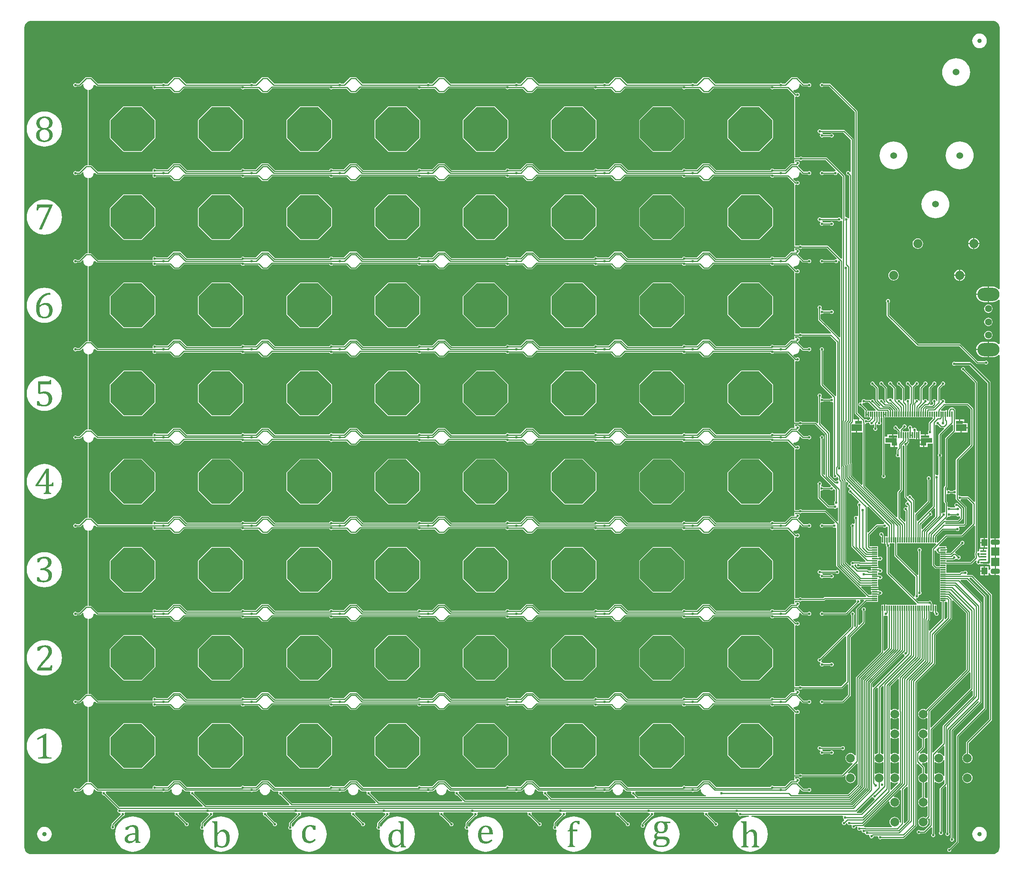
<source format=gtl>
G04 Layer_Physical_Order=1*
G04 Layer_Color=25308*
%FSLAX25Y25*%
%MOIN*%
G70*
G01*
G75*
%ADD10C,0.01969*%
%ADD11C,0.02362*%
%ADD12R,0.01181X0.05512*%
%ADD13R,0.07677X0.01969*%
%ADD14R,0.10433X0.04331*%
%ADD15R,0.04921X0.02756*%
%ADD16R,0.01181X0.04724*%
%ADD17R,0.04724X0.01181*%
%ADD18R,0.07480X0.07480*%
%ADD19R,0.05512X0.06299*%
%ADD20R,0.05315X0.01575*%
%ADD21R,0.09449X0.06299*%
%ADD22R,0.06299X0.03150*%
%ADD23C,0.01500*%
%ADD24C,0.01000*%
%ADD25C,0.00984*%
%ADD26C,0.07874*%
G04:AMPARAMS|DCode=27|XSize=78.74mil|YSize=47.24mil|CornerRadius=14.17mil|HoleSize=0mil|Usage=FLASHONLY|Rotation=180.000|XOffset=0mil|YOffset=0mil|HoleType=Round|Shape=RoundedRectangle|*
%AMROUNDEDRECTD27*
21,1,0.07874,0.01890,0,0,180.0*
21,1,0.05039,0.04724,0,0,180.0*
1,1,0.02835,-0.02520,0.00945*
1,1,0.02835,0.02520,0.00945*
1,1,0.02835,0.02520,-0.00945*
1,1,0.02835,-0.02520,-0.00945*
%
%ADD27ROUNDEDRECTD27*%
%ADD28O,0.19685X0.11811*%
%ADD29C,0.06299*%
%ADD30C,0.06000*%
%ADD31C,0.08071*%
%ADD32C,0.02756*%
G36*
X848723Y374313D02*
X849309Y373922D01*
X850000Y373784D01*
X850691Y373922D01*
X851277Y374313D01*
X852507Y374426D01*
X852516Y374422D01*
X852825Y374188D01*
Y365748D01*
X851591D01*
Y366158D01*
X850500D01*
Y362795D01*
Y359433D01*
X850857D01*
Y358858D01*
X850941Y358433D01*
X851182Y358072D01*
X851185Y358070D01*
X851146Y357874D01*
X851284Y357183D01*
X851676Y356597D01*
X851841Y356486D01*
Y333268D01*
X851841Y333268D01*
X851925Y332842D01*
X852166Y332482D01*
X878741Y305907D01*
X878741Y305907D01*
X878480Y304889D01*
X878364Y304724D01*
X851591D01*
Y305134D01*
X850500D01*
Y301772D01*
X849500D01*
Y305134D01*
X848409D01*
Y304724D01*
X846850D01*
Y298819D01*
X846920D01*
Y262862D01*
X824607Y240550D01*
X824366Y240189D01*
X824282Y239764D01*
X824282Y239764D01*
Y170665D01*
X824195Y170616D01*
X823282Y170407D01*
X822717Y171142D01*
X821772Y171868D01*
X820670Y172324D01*
X819488Y172480D01*
X818306Y172324D01*
X817205Y171868D01*
X816259Y171142D01*
X815533Y170197D01*
X815077Y169095D01*
X814922Y167913D01*
X815077Y166732D01*
X815533Y165630D01*
X816259Y164684D01*
X817205Y163959D01*
X818306Y163502D01*
X819488Y163347D01*
X820670Y163502D01*
X820886Y163592D01*
X821453Y162744D01*
X811986Y153277D01*
X776191D01*
X776080Y153443D01*
X775494Y153834D01*
X774803Y153972D01*
X774112Y153834D01*
X773526Y153443D01*
X773415Y153277D01*
X769931D01*
Y207145D01*
X770789Y207965D01*
X770967Y207975D01*
X771553Y207583D01*
X772244Y207446D01*
X772935Y207583D01*
X773521Y207975D01*
X773913Y208561D01*
X774051Y209252D01*
X773913Y209943D01*
X773521Y210529D01*
X772935Y210921D01*
X772244Y211058D01*
X771553Y210921D01*
X770967Y210529D01*
X770083Y211006D01*
X768442Y212647D01*
X768909Y213594D01*
X769291Y213544D01*
X770473Y213699D01*
X771575Y214155D01*
X772520Y214881D01*
X773246Y215827D01*
X773702Y216928D01*
X773858Y218110D01*
X773808Y218493D01*
X774755Y218960D01*
X776385Y217330D01*
X776743Y217090D01*
X777165Y217006D01*
X781284D01*
X781400Y216833D01*
X781986Y216441D01*
X782677Y216304D01*
X783368Y216441D01*
X783954Y216833D01*
X784346Y217419D01*
X784483Y218110D01*
X784346Y218801D01*
X783954Y219388D01*
X783368Y219779D01*
X782677Y219917D01*
X781986Y219779D01*
X781400Y219388D01*
X781284Y219214D01*
X777623D01*
X772620Y224217D01*
X772935Y225300D01*
X773521Y225691D01*
X773913Y226277D01*
X774051Y226969D01*
X773913Y227660D01*
X773521Y228246D01*
X772935Y228637D01*
X772244Y228775D01*
X771553Y228637D01*
X770967Y228246D01*
X770931Y228192D01*
X769931Y228495D01*
Y229794D01*
X773415D01*
X773526Y229628D01*
X774112Y229237D01*
X774803Y229099D01*
X775494Y229237D01*
X776080Y229628D01*
X776191Y229794D01*
X811614D01*
X811614Y229794D01*
X812040Y229878D01*
X812400Y230119D01*
X816468Y234187D01*
X817392Y233804D01*
Y224476D01*
X812138Y219222D01*
X795285D01*
X795175Y219388D01*
X794589Y219779D01*
X793898Y219917D01*
X793206Y219779D01*
X792620Y219388D01*
X792229Y218801D01*
X792091Y218110D01*
X792229Y217419D01*
X792620Y216833D01*
X793206Y216441D01*
X793898Y216304D01*
X794589Y216441D01*
X795175Y216833D01*
X795285Y216998D01*
X812598D01*
X812598Y216998D01*
X813024Y217083D01*
X813385Y217324D01*
X819290Y223230D01*
X819290Y223230D01*
X819531Y223590D01*
X819616Y224016D01*
X819616Y224016D01*
Y275721D01*
X832085Y288190D01*
X832086Y288190D01*
X832327Y288551D01*
X832411Y288976D01*
Y299400D01*
X832576Y299510D01*
X832968Y300096D01*
X833106Y300787D01*
X832968Y301479D01*
X832576Y302065D01*
X831991Y302456D01*
X831299Y302594D01*
X830608Y302456D01*
X830022Y302065D01*
X829630Y301479D01*
X829493Y300787D01*
X829630Y300096D01*
X830022Y299510D01*
X830187Y299400D01*
Y289437D01*
X827429Y286679D01*
X826506Y287062D01*
Y300327D01*
X833728Y307550D01*
X838189D01*
Y307480D01*
X844094D01*
Y309449D01*
Y311417D01*
Y313386D01*
Y313455D01*
X845079D01*
X845079Y313455D01*
X845504Y313540D01*
X845865Y313781D01*
X845868Y313784D01*
X846063Y313745D01*
X846754Y313882D01*
X847340Y314274D01*
X847732Y314860D01*
X847869Y315551D01*
X847732Y316242D01*
X847340Y316828D01*
X846754Y317220D01*
X846063Y317357D01*
X845868Y317319D01*
X845865Y317322D01*
X845504Y317563D01*
X845079Y317647D01*
X844797Y318004D01*
X837780D01*
Y316913D01*
X838189D01*
Y315354D01*
Y313779D01*
Y313710D01*
X835697D01*
X829002Y320405D01*
X829385Y321329D01*
X837780D01*
Y320972D01*
X844504D01*
Y322063D01*
X844094D01*
Y323228D01*
Y325197D01*
Y327165D01*
Y327404D01*
X844135Y327442D01*
X845094Y327847D01*
X845372Y327662D01*
X846063Y327524D01*
X846754Y327662D01*
X847340Y328053D01*
X847732Y328639D01*
X847869Y329331D01*
X847732Y330022D01*
X847340Y330608D01*
X846754Y331000D01*
X846063Y331137D01*
X845868Y331098D01*
X845865Y331101D01*
X845504Y331342D01*
X845079Y331427D01*
X845079Y331427D01*
X844094D01*
Y333071D01*
Y333310D01*
X844135Y333348D01*
X845094Y333753D01*
X845372Y333567D01*
X846063Y333430D01*
X846754Y333567D01*
X847340Y333959D01*
X847732Y334545D01*
X847869Y335236D01*
X847732Y335928D01*
X847340Y336513D01*
X846754Y336905D01*
X846063Y337043D01*
X845868Y337004D01*
X845865Y337007D01*
X845504Y337248D01*
X845079Y337332D01*
X844797Y337689D01*
X837780D01*
Y336598D01*
X838189D01*
Y335364D01*
X835697D01*
X835038Y336022D01*
X834678Y336263D01*
X834252Y336348D01*
X834252Y336348D01*
X825854D01*
X823224Y338978D01*
X823263Y339173D01*
X823125Y339864D01*
X823045Y339985D01*
X823576Y340991D01*
X823949Y341000D01*
X824579Y340195D01*
X824572Y340158D01*
X824709Y339466D01*
X825101Y338880D01*
X825687Y338489D01*
X826378Y338351D01*
X827069Y338489D01*
X827655Y338880D01*
X827766Y339046D01*
X837780D01*
Y338689D01*
X844504D01*
Y339779D01*
X844094D01*
Y340945D01*
Y342913D01*
Y344136D01*
X844135Y344174D01*
X845094Y344579D01*
X845372Y344394D01*
X846063Y344257D01*
X846754Y344394D01*
X847340Y344786D01*
X847732Y345372D01*
X847869Y346063D01*
X847732Y346754D01*
X847340Y347340D01*
X846754Y347732D01*
X846063Y347869D01*
X845372Y347732D01*
X845094Y347547D01*
X844135Y347952D01*
X844094Y347990D01*
Y348819D01*
Y350787D01*
Y352756D01*
Y354724D01*
Y357087D01*
X838189D01*
Y357009D01*
X836678D01*
X836340Y357347D01*
Y367259D01*
X843567Y374487D01*
X848607D01*
X848723Y374313D01*
D02*
G37*
G36*
X849615Y378340D02*
X849309Y377259D01*
X849292Y377249D01*
X848723Y376868D01*
X848607Y376694D01*
X843110D01*
X842688Y376610D01*
X842330Y376371D01*
X835380Y369421D01*
X834380Y369835D01*
Y392161D01*
X834765Y392439D01*
X835341Y392614D01*
X849615Y378340D01*
D02*
G37*
G36*
X895106Y353315D02*
X895663Y353115D01*
X895967Y352660D01*
X896259Y352465D01*
X896458Y352167D01*
X897442Y351182D01*
X897803Y350941D01*
X898228Y350857D01*
X898228Y350857D01*
X899213D01*
Y350787D01*
Y348819D01*
Y346850D01*
Y344882D01*
Y342913D01*
Y340945D01*
Y339370D01*
Y339293D01*
X896126D01*
X894411Y341008D01*
Y353302D01*
X894525Y353401D01*
X895106Y353315D01*
D02*
G37*
G36*
X930581Y375243D02*
Y351973D01*
X930532Y351924D01*
X930291Y351563D01*
X930206Y351138D01*
X930206Y351138D01*
Y349256D01*
X930206Y349256D01*
X930291Y348830D01*
X930532Y348470D01*
X930581Y348421D01*
Y347114D01*
X926705Y343238D01*
X905118D01*
Y343307D01*
Y344882D01*
Y344951D01*
X911024D01*
X911024Y344951D01*
X911449Y345036D01*
X911810Y345277D01*
X911813Y345280D01*
X912008Y345241D01*
X912699Y345378D01*
X913285Y345770D01*
X913413Y345961D01*
X914540D01*
X914668Y345770D01*
X915254Y345378D01*
X915945Y345241D01*
X916636Y345378D01*
X917222Y345770D01*
X917614Y346356D01*
X917751Y347047D01*
X917614Y347739D01*
X917222Y348324D01*
X916636Y348716D01*
X915945Y348854D01*
X915750Y348815D01*
X913778Y350786D01*
X913418Y351027D01*
X913127Y351085D01*
X912705Y351806D01*
X912625Y351998D01*
X919096Y358469D01*
X919291Y358430D01*
X919983Y358567D01*
X920569Y358959D01*
X920960Y359545D01*
X921098Y360236D01*
X920960Y360928D01*
X920569Y361513D01*
X919983Y361905D01*
X919291Y362043D01*
X918600Y361905D01*
X918014Y361513D01*
X917622Y360928D01*
X917485Y360236D01*
X917524Y360041D01*
X908595Y351112D01*
X905118D01*
Y352346D01*
X905527D01*
Y353437D01*
X902165D01*
Y354437D01*
X905527D01*
Y355528D01*
X905118D01*
Y357087D01*
X899213D01*
X899213Y357087D01*
X899213D01*
X898806Y357262D01*
X898518Y358375D01*
X905575Y365432D01*
X918898D01*
X919320Y365516D01*
X919678Y365755D01*
X929581Y375658D01*
X930581Y375243D01*
D02*
G37*
G36*
X914077Y384156D02*
X914663Y383764D01*
X915354Y383627D01*
X916046Y383764D01*
X916376Y383985D01*
X917250Y383610D01*
X917290Y382630D01*
X915291Y380631D01*
X904894D01*
X904511Y381555D01*
X905800Y382844D01*
X906040Y383202D01*
X907001Y383689D01*
X907124Y383698D01*
X907480Y383627D01*
X908172Y383764D01*
X908758Y384156D01*
X908873Y384329D01*
X913961D01*
X914077Y384156D01*
D02*
G37*
G36*
X895156Y390658D02*
Y383849D01*
X883600Y372292D01*
X882600Y372707D01*
Y376314D01*
X890347Y384061D01*
X890551Y384020D01*
X891242Y384158D01*
X891829Y384549D01*
X892220Y385136D01*
X892358Y385827D01*
X892220Y386518D01*
X891829Y387104D01*
X891693Y387195D01*
X891475Y388391D01*
X894156Y391072D01*
X895156Y390658D01*
D02*
G37*
G36*
X928424Y394818D02*
Y377623D01*
X918440Y367639D01*
X905118D01*
X904696Y367555D01*
X904338Y367316D01*
X897457Y360435D01*
X896457Y360849D01*
Y365748D01*
X897075Y366492D01*
X902108Y371526D01*
X913573D01*
X913683Y371360D01*
X914269Y370969D01*
X914961Y370831D01*
X915652Y370969D01*
X916238Y371360D01*
X916630Y371947D01*
X916767Y372638D01*
X916630Y373329D01*
X916261Y373880D01*
X916302Y374088D01*
X916593Y374880D01*
X920866D01*
X921289Y374964D01*
X921647Y375204D01*
X922828Y376385D01*
X923067Y376743D01*
X923151Y377165D01*
Y392126D01*
X923067Y392548D01*
X922828Y392906D01*
X917843Y397891D01*
X917831Y398162D01*
X918067Y399082D01*
X918384Y399294D01*
X918499Y399467D01*
X923775D01*
X928424Y394818D01*
D02*
G37*
G36*
X146464Y453550D02*
X146822Y453311D01*
X147244Y453227D01*
X196539Y453227D01*
X196749Y452834D01*
X196750Y452727D01*
X196619Y452067D01*
X196756Y451376D01*
X197148Y450790D01*
X197734Y450398D01*
X198425Y450261D01*
X199117Y450398D01*
X199703Y450790D01*
X199818Y450963D01*
X212043D01*
X215361Y447645D01*
X215719Y447405D01*
X216142Y447321D01*
X220079D01*
X220501Y447405D01*
X220859Y447645D01*
X224768Y451554D01*
X275461D01*
X275497Y451376D01*
X275888Y450790D01*
X276474Y450398D01*
X277165Y450261D01*
X277857Y450398D01*
X278443Y450790D01*
X278559Y450963D01*
X290783D01*
X294101Y447645D01*
X294459Y447405D01*
X294882Y447321D01*
X298819D01*
X299241Y447405D01*
X299600Y447645D01*
X303508Y451554D01*
X354201D01*
X354237Y451376D01*
X354628Y450790D01*
X355214Y450398D01*
X355906Y450261D01*
X356597Y450398D01*
X357183Y450790D01*
X357299Y450963D01*
X369523D01*
X372841Y447645D01*
X373200Y447405D01*
X373622Y447321D01*
X377559D01*
X377982Y447405D01*
X378340Y447645D01*
X382249Y451554D01*
X432941D01*
X432977Y451376D01*
X433368Y450790D01*
X433954Y450398D01*
X434646Y450261D01*
X435337Y450398D01*
X435923Y450790D01*
X436039Y450963D01*
X448263D01*
X451582Y447645D01*
X451940Y447405D01*
X452362Y447321D01*
X456299D01*
X456722Y447405D01*
X457080Y447645D01*
X460989Y451554D01*
X511682D01*
X511717Y451376D01*
X512109Y450790D01*
X512695Y450398D01*
X513386Y450261D01*
X514077Y450398D01*
X514663Y450790D01*
X514779Y450963D01*
X527003D01*
X530322Y447645D01*
X530680Y447405D01*
X531102Y447321D01*
X535039D01*
X535462Y447405D01*
X535820Y447645D01*
X539729Y451554D01*
X590422D01*
X590457Y451376D01*
X590849Y450790D01*
X591435Y450398D01*
X592126Y450261D01*
X592817Y450398D01*
X593403Y450790D01*
X593519Y450963D01*
X605744D01*
X609062Y447645D01*
X609420Y447405D01*
X609842Y447321D01*
X613780D01*
X614202Y447405D01*
X614560Y447645D01*
X618469Y451554D01*
X669162D01*
X669197Y451376D01*
X669589Y450790D01*
X670175Y450398D01*
X670866Y450261D01*
X671557Y450398D01*
X672144Y450790D01*
X672259Y450963D01*
X684484D01*
X687802Y447645D01*
X688160Y447405D01*
X688583Y447321D01*
X692520D01*
X692942Y447405D01*
X693300Y447645D01*
X697209Y451554D01*
X747902D01*
X747937Y451376D01*
X748329Y450790D01*
X748915Y450398D01*
X749606Y450261D01*
X750298Y450398D01*
X750884Y450790D01*
X750999Y450963D01*
X763224D01*
X769291Y444896D01*
Y384175D01*
X766634D01*
X766212Y384091D01*
X765853Y383852D01*
X760960Y378958D01*
X750999D01*
X750884Y379132D01*
X750298Y379523D01*
X749606Y379661D01*
X748915Y379523D01*
X748329Y379132D01*
X747937Y378546D01*
X747883Y378269D01*
X699572D01*
X693989Y383852D01*
X693631Y384091D01*
X693209Y384175D01*
X687894D01*
X687471Y384091D01*
X687113Y383852D01*
X682220Y378958D01*
X672259D01*
X672144Y379132D01*
X671557Y379523D01*
X670866Y379661D01*
X670175Y379523D01*
X669589Y379132D01*
X669197Y378546D01*
X669142Y378269D01*
X620831D01*
X615249Y383852D01*
X614891Y384091D01*
X614468Y384175D01*
X609154D01*
X608731Y384091D01*
X608373Y383852D01*
X603480Y378958D01*
X593519D01*
X593403Y379132D01*
X592817Y379523D01*
X592126Y379661D01*
X591435Y379523D01*
X590849Y379132D01*
X590457Y378546D01*
X590402Y378269D01*
X542091D01*
X536509Y383852D01*
X536151Y384091D01*
X535728Y384175D01*
X530413D01*
X529991Y384091D01*
X529633Y383852D01*
X524740Y378958D01*
X514779D01*
X514663Y379132D01*
X514077Y379523D01*
X513386Y379661D01*
X512695Y379523D01*
X512109Y379132D01*
X511717Y378546D01*
X511662Y378269D01*
X463351D01*
X457769Y383852D01*
X457411Y384091D01*
X456988Y384175D01*
X451673D01*
X451251Y384091D01*
X450893Y383852D01*
X445999Y378958D01*
X436039D01*
X435923Y379132D01*
X435337Y379523D01*
X434646Y379661D01*
X433954Y379523D01*
X433368Y379132D01*
X432977Y378546D01*
X432922Y378269D01*
X384611D01*
X379029Y383852D01*
X378671Y384091D01*
X378248Y384175D01*
X372933D01*
X372511Y384091D01*
X372153Y383852D01*
X367259Y378958D01*
X357299D01*
X357183Y379132D01*
X356597Y379523D01*
X355906Y379661D01*
X355214Y379523D01*
X354628Y379132D01*
X354237Y378546D01*
X354182Y378269D01*
X305871D01*
X300289Y383852D01*
X299930Y384091D01*
X299508Y384175D01*
X294193D01*
X293771Y384091D01*
X293412Y383852D01*
X288519Y378958D01*
X278559D01*
X278443Y379132D01*
X277857Y379523D01*
X277165Y379661D01*
X276474Y379523D01*
X275888Y379132D01*
X275497Y378546D01*
X275442Y378269D01*
X227131D01*
X221548Y383852D01*
X221190Y384091D01*
X220768Y384175D01*
X215453D01*
X215030Y384091D01*
X214672Y383852D01*
X209779Y378958D01*
X199818D01*
X199703Y379132D01*
X199117Y379523D01*
X198425Y379661D01*
X197734Y379523D01*
X197148Y379132D01*
X196756Y378546D01*
X196619Y377854D01*
X196750Y377194D01*
X196749Y377087D01*
X196539Y376694D01*
X147701Y376694D01*
X142119Y382277D01*
X141761Y382516D01*
X141339Y382600D01*
X139370D01*
Y449764D01*
X140552Y449920D01*
X141653Y450376D01*
X142599Y451102D01*
X143325Y452047D01*
X143781Y453149D01*
X143937Y454331D01*
X145683D01*
X146464Y453550D01*
D02*
G37*
G36*
X905118Y307480D02*
Y307480D01*
X905118Y307480D01*
X905975Y307134D01*
Y293644D01*
X904269Y291938D01*
X903269Y292352D01*
Y307480D01*
X905118D01*
X905118Y307480D01*
D02*
G37*
G36*
X852833Y294766D02*
Y266526D01*
X850067Y263760D01*
X849143Y264143D01*
Y294754D01*
X850143Y295282D01*
X850293Y295181D01*
X850984Y295044D01*
X851676Y295181D01*
X851833Y295287D01*
X852833Y294766D01*
D02*
G37*
G36*
X146464Y296070D02*
X146822Y295831D01*
X147244Y295747D01*
X196539Y295746D01*
X196749Y295354D01*
X196750Y295247D01*
X196619Y294587D01*
X196756Y293895D01*
X197148Y293309D01*
X197734Y292918D01*
X198425Y292780D01*
X199117Y292918D01*
X199703Y293309D01*
X199818Y293483D01*
X212043D01*
X215361Y290164D01*
X215719Y289925D01*
X216142Y289841D01*
X220079D01*
X220501Y289925D01*
X220859Y290164D01*
X224768Y294073D01*
X275461D01*
X275497Y293895D01*
X275888Y293309D01*
X276474Y292918D01*
X277165Y292780D01*
X277857Y292918D01*
X278443Y293309D01*
X278559Y293483D01*
X290783D01*
X294101Y290164D01*
X294459Y289925D01*
X294882Y289841D01*
X298819D01*
X299241Y289925D01*
X299600Y290164D01*
X303508Y294073D01*
X354201D01*
X354237Y293895D01*
X354628Y293309D01*
X355214Y292918D01*
X355906Y292780D01*
X356597Y292918D01*
X357183Y293309D01*
X357299Y293483D01*
X369523D01*
X372841Y290164D01*
X373200Y289925D01*
X373622Y289841D01*
X377559D01*
X377982Y289925D01*
X378340Y290164D01*
X382249Y294073D01*
X432941D01*
X432977Y293895D01*
X433368Y293309D01*
X433954Y292918D01*
X434646Y292780D01*
X435337Y292918D01*
X435923Y293309D01*
X436039Y293483D01*
X448263D01*
X451582Y290164D01*
X451940Y289925D01*
X452362Y289841D01*
X456299D01*
X456722Y289925D01*
X457080Y290164D01*
X460989Y294073D01*
X511682D01*
X511717Y293895D01*
X512109Y293309D01*
X512695Y292918D01*
X513386Y292780D01*
X514077Y292918D01*
X514663Y293309D01*
X514779Y293483D01*
X527003D01*
X530322Y290164D01*
X530680Y289925D01*
X531102Y289841D01*
X535039D01*
X535462Y289925D01*
X535820Y290164D01*
X539729Y294073D01*
X590422D01*
X590457Y293895D01*
X590849Y293309D01*
X591435Y292918D01*
X592126Y292780D01*
X592817Y292918D01*
X593403Y293309D01*
X593519Y293483D01*
X605744D01*
X609062Y290164D01*
X609420Y289925D01*
X609842Y289841D01*
X613780D01*
X614202Y289925D01*
X614560Y290164D01*
X618469Y294073D01*
X669162D01*
X669197Y293895D01*
X669589Y293309D01*
X670175Y292918D01*
X670866Y292780D01*
X671557Y292918D01*
X672144Y293309D01*
X672259Y293483D01*
X684484D01*
X687802Y290164D01*
X688160Y289925D01*
X688583Y289841D01*
X692520D01*
X692942Y289925D01*
X693300Y290164D01*
X697209Y294073D01*
X747902D01*
X747937Y293895D01*
X748329Y293309D01*
X748915Y292918D01*
X749606Y292780D01*
X750298Y292918D01*
X750884Y293309D01*
X750999Y293483D01*
X763224D01*
X769291Y287415D01*
Y226694D01*
X766634D01*
X766212Y226610D01*
X765853Y226371D01*
X760960Y221478D01*
X750999D01*
X750884Y221651D01*
X750298Y222043D01*
X749606Y222180D01*
X748915Y222043D01*
X748329Y221651D01*
X747937Y221065D01*
X747883Y220789D01*
X699572D01*
X693989Y226371D01*
X693631Y226610D01*
X693209Y226694D01*
X687894D01*
X687471Y226610D01*
X687113Y226371D01*
X682220Y221478D01*
X672259D01*
X672144Y221651D01*
X671557Y222043D01*
X670866Y222180D01*
X670175Y222043D01*
X669589Y221651D01*
X669197Y221065D01*
X669142Y220789D01*
X620831D01*
X615249Y226371D01*
X614891Y226610D01*
X614468Y226694D01*
X609154D01*
X608731Y226610D01*
X608373Y226371D01*
X603480Y221478D01*
X593519D01*
X593403Y221651D01*
X592817Y222043D01*
X592126Y222180D01*
X591435Y222043D01*
X590849Y221651D01*
X590457Y221065D01*
X590402Y220789D01*
X542091D01*
X536509Y226371D01*
X536151Y226610D01*
X535728Y226694D01*
X530413D01*
X529991Y226610D01*
X529633Y226371D01*
X524740Y221478D01*
X514779D01*
X514663Y221651D01*
X514077Y222043D01*
X513386Y222180D01*
X512695Y222043D01*
X512109Y221651D01*
X511717Y221065D01*
X511662Y220789D01*
X463351D01*
X457769Y226371D01*
X457411Y226610D01*
X456988Y226694D01*
X451673D01*
X451251Y226610D01*
X450893Y226371D01*
X445999Y221478D01*
X436039D01*
X435923Y221651D01*
X435337Y222043D01*
X434646Y222180D01*
X433954Y222043D01*
X433368Y221651D01*
X432977Y221065D01*
X432922Y220789D01*
X384611D01*
X379029Y226371D01*
X378671Y226610D01*
X378248Y226694D01*
X372933D01*
X372511Y226610D01*
X372153Y226371D01*
X367259Y221478D01*
X357299D01*
X357183Y221651D01*
X356597Y222043D01*
X355906Y222180D01*
X355214Y222043D01*
X354628Y221651D01*
X354237Y221065D01*
X354182Y220789D01*
X305871D01*
X300289Y226371D01*
X299930Y226610D01*
X299508Y226694D01*
X294193D01*
X293771Y226610D01*
X293412Y226371D01*
X288519Y221478D01*
X278559D01*
X278443Y221651D01*
X277857Y222043D01*
X277165Y222180D01*
X276474Y222043D01*
X275888Y221651D01*
X275497Y221065D01*
X275442Y220789D01*
X227131D01*
X221548Y226371D01*
X221190Y226610D01*
X220768Y226694D01*
X215453D01*
X215030Y226610D01*
X214672Y226371D01*
X209779Y221478D01*
X199818D01*
X199703Y221651D01*
X199117Y222043D01*
X198425Y222180D01*
X197734Y222043D01*
X197148Y221651D01*
X196756Y221065D01*
X196619Y220374D01*
X196750Y219714D01*
X196749Y219607D01*
X196539Y219214D01*
X147701Y219214D01*
X142119Y224796D01*
X141761Y225036D01*
X141339Y225120D01*
X139370D01*
Y292284D01*
X140552Y292439D01*
X141653Y292896D01*
X142599Y293621D01*
X143325Y294567D01*
X143781Y295669D01*
X143937Y296850D01*
X145683D01*
X146464Y296070D01*
D02*
G37*
G36*
X866961Y260741D02*
X867083Y260650D01*
X867424Y260140D01*
X867559Y260050D01*
X867776Y258853D01*
X840104Y231180D01*
X839104Y231594D01*
Y234085D01*
X865968Y260949D01*
X866961Y260741D01*
D02*
G37*
G36*
X858739Y349056D02*
X858731Y349016D01*
X858815Y348590D01*
X859056Y348230D01*
X877431Y329854D01*
Y313986D01*
X877266Y313876D01*
X876875Y313290D01*
X876737Y312598D01*
X876769Y312438D01*
X875847Y311946D01*
X854065Y333728D01*
Y356486D01*
X854230Y356597D01*
X854622Y357183D01*
X854759Y357874D01*
X854622Y358565D01*
X854436Y358842D01*
X854842Y359802D01*
X854879Y359842D01*
X858739D01*
Y349056D01*
D02*
G37*
G36*
X895864Y358842D02*
X892527Y355505D01*
X892287Y355147D01*
X892203Y354724D01*
Y340551D01*
X892287Y340129D01*
X892527Y339771D01*
X894889Y337408D01*
X895247Y337169D01*
X895669Y337085D01*
X899213D01*
Y337008D01*
Y335039D01*
Y333071D01*
Y331102D01*
Y329134D01*
Y327165D01*
Y325197D01*
Y323228D01*
Y321260D01*
Y319291D01*
Y317323D01*
Y315354D01*
Y313386D01*
Y311417D01*
Y309449D01*
Y307480D01*
X901062D01*
Y292386D01*
X890498Y281823D01*
X889498Y282237D01*
Y290484D01*
X890156Y291143D01*
X890156Y291143D01*
X890397Y291504D01*
X890482Y291929D01*
X890482Y291929D01*
Y298819D01*
X891716D01*
Y298410D01*
X892807D01*
Y301772D01*
Y305427D01*
X892451Y305709D01*
X892366Y306134D01*
X892125Y306495D01*
X892122Y306498D01*
X892161Y306693D01*
X892023Y307384D01*
X891632Y307970D01*
X891046Y308362D01*
X890354Y308499D01*
X889663Y308362D01*
X889077Y307970D01*
X888966Y307805D01*
X879988D01*
X877891Y309902D01*
X878383Y310824D01*
X878543Y310792D01*
X879235Y310930D01*
X879821Y311321D01*
X880212Y311907D01*
X880350Y312598D01*
X880292Y312886D01*
X880946Y313690D01*
X881062Y313753D01*
X881102Y313745D01*
X881794Y313882D01*
X882380Y314274D01*
X882771Y314860D01*
X882909Y315551D01*
X882771Y316242D01*
X882380Y316828D01*
X882214Y316939D01*
Y352549D01*
X882380Y352660D01*
X882771Y353246D01*
X882909Y353937D01*
X882771Y354628D01*
X882380Y355214D01*
X881794Y355606D01*
X881102Y355743D01*
X880411Y355606D01*
X879825Y355214D01*
X879434Y354628D01*
X879296Y353937D01*
X879434Y353246D01*
X879825Y352660D01*
X879990Y352549D01*
Y331855D01*
X878990Y331440D01*
X860946Y349484D01*
Y359842D01*
X895450D01*
X895864Y358842D01*
D02*
G37*
G36*
X146464Y374810D02*
X146822Y374571D01*
X147244Y374487D01*
X196539Y374487D01*
X196749Y374094D01*
X196750Y373987D01*
X196619Y373327D01*
X196756Y372636D01*
X197148Y372049D01*
X197734Y371658D01*
X198425Y371520D01*
X199117Y371658D01*
X199703Y372049D01*
X199818Y372223D01*
X212043D01*
X215361Y368904D01*
X215719Y368665D01*
X216142Y368581D01*
X220079D01*
X220501Y368665D01*
X220859Y368904D01*
X224768Y372814D01*
X275461D01*
X275497Y372636D01*
X275888Y372049D01*
X276474Y371658D01*
X277165Y371520D01*
X277857Y371658D01*
X278443Y372049D01*
X278559Y372223D01*
X290783D01*
X294101Y368904D01*
X294459Y368665D01*
X294882Y368581D01*
X298819D01*
X299241Y368665D01*
X299600Y368904D01*
X303508Y372814D01*
X354201D01*
X354237Y372636D01*
X354628Y372049D01*
X355214Y371658D01*
X355906Y371520D01*
X356597Y371658D01*
X357183Y372049D01*
X357299Y372223D01*
X369523D01*
X372841Y368904D01*
X373200Y368665D01*
X373622Y368581D01*
X377559D01*
X377982Y368665D01*
X378340Y368904D01*
X382249Y372814D01*
X432941D01*
X432977Y372636D01*
X433368Y372049D01*
X433954Y371658D01*
X434646Y371520D01*
X435337Y371658D01*
X435923Y372049D01*
X436039Y372223D01*
X448263D01*
X451582Y368904D01*
X451940Y368665D01*
X452362Y368581D01*
X456299D01*
X456722Y368665D01*
X457080Y368904D01*
X460989Y372814D01*
X511682D01*
X511717Y372636D01*
X512109Y372049D01*
X512695Y371658D01*
X513386Y371520D01*
X514077Y371658D01*
X514663Y372049D01*
X514779Y372223D01*
X527003D01*
X530322Y368904D01*
X530680Y368665D01*
X531102Y368581D01*
X535039D01*
X535462Y368665D01*
X535820Y368904D01*
X539729Y372814D01*
X590422D01*
X590457Y372636D01*
X590849Y372049D01*
X591435Y371658D01*
X592126Y371520D01*
X592817Y371658D01*
X593403Y372049D01*
X593519Y372223D01*
X605744D01*
X609062Y368904D01*
X609420Y368665D01*
X609842Y368581D01*
X613780D01*
X614202Y368665D01*
X614560Y368904D01*
X618469Y372814D01*
X669162D01*
X669197Y372636D01*
X669589Y372049D01*
X670175Y371658D01*
X670866Y371520D01*
X671557Y371658D01*
X672144Y372049D01*
X672259Y372223D01*
X684484D01*
X687802Y368904D01*
X688160Y368665D01*
X688583Y368581D01*
X692520D01*
X692942Y368665D01*
X693300Y368904D01*
X697209Y372814D01*
X747902D01*
X747937Y372636D01*
X748329Y372049D01*
X748915Y371658D01*
X749606Y371520D01*
X750298Y371658D01*
X750884Y372049D01*
X750999Y372223D01*
X763224D01*
X766514Y368933D01*
X766537Y368899D01*
X769291Y366144D01*
Y305435D01*
X766634D01*
X766212Y305351D01*
X765853Y305111D01*
X760960Y300218D01*
X750999D01*
X750884Y300392D01*
X750298Y300783D01*
X749606Y300921D01*
X748915Y300783D01*
X748329Y300392D01*
X747937Y299805D01*
X747883Y299529D01*
X699572D01*
X693989Y305111D01*
X693631Y305351D01*
X693209Y305435D01*
X687894D01*
X687471Y305351D01*
X687113Y305111D01*
X682220Y300218D01*
X672259D01*
X672144Y300392D01*
X671557Y300783D01*
X670866Y300921D01*
X670175Y300783D01*
X669589Y300392D01*
X669197Y299805D01*
X669142Y299529D01*
X620831D01*
X615249Y305111D01*
X614891Y305351D01*
X614468Y305435D01*
X609154D01*
X608731Y305351D01*
X608373Y305111D01*
X603480Y300218D01*
X593519D01*
X593403Y300392D01*
X592817Y300783D01*
X592126Y300921D01*
X591435Y300783D01*
X590849Y300392D01*
X590457Y299805D01*
X590402Y299529D01*
X542091D01*
X536509Y305111D01*
X536151Y305351D01*
X535728Y305435D01*
X530413D01*
X529991Y305351D01*
X529633Y305111D01*
X524740Y300218D01*
X514779D01*
X514663Y300392D01*
X514077Y300783D01*
X513386Y300921D01*
X512695Y300783D01*
X512109Y300392D01*
X511717Y299805D01*
X511662Y299529D01*
X463351D01*
X457769Y305111D01*
X457411Y305351D01*
X456988Y305435D01*
X451673D01*
X451251Y305351D01*
X450893Y305111D01*
X445999Y300218D01*
X436039D01*
X435923Y300392D01*
X435337Y300783D01*
X434646Y300921D01*
X433954Y300783D01*
X433368Y300392D01*
X432977Y299805D01*
X432922Y299529D01*
X384611D01*
X379029Y305111D01*
X378671Y305351D01*
X378248Y305435D01*
X372933D01*
X372511Y305351D01*
X372153Y305111D01*
X367259Y300218D01*
X357299D01*
X357183Y300392D01*
X356597Y300783D01*
X355906Y300921D01*
X355214Y300783D01*
X354628Y300392D01*
X354237Y299805D01*
X354182Y299529D01*
X305871D01*
X300289Y305111D01*
X299930Y305351D01*
X299508Y305435D01*
X294193D01*
X293771Y305351D01*
X293412Y305111D01*
X288519Y300218D01*
X278559D01*
X278443Y300392D01*
X277857Y300783D01*
X277165Y300921D01*
X276474Y300783D01*
X275888Y300392D01*
X275497Y299805D01*
X275442Y299529D01*
X227131D01*
X221548Y305111D01*
X221190Y305351D01*
X220768Y305435D01*
X215453D01*
X215030Y305351D01*
X214672Y305111D01*
X209779Y300218D01*
X199818D01*
X199703Y300392D01*
X199117Y300783D01*
X198425Y300921D01*
X197734Y300783D01*
X197148Y300392D01*
X196756Y299805D01*
X196619Y299114D01*
X196750Y298454D01*
X196749Y298347D01*
X196539Y297954D01*
X147701Y297954D01*
X142119Y303537D01*
X141761Y303776D01*
X141339Y303860D01*
X139370D01*
Y371024D01*
X140552Y371180D01*
X141653Y371636D01*
X142599Y372361D01*
X143325Y373307D01*
X143781Y374409D01*
X143937Y375590D01*
X145683D01*
X146464Y374810D01*
D02*
G37*
G36*
X831552Y308518D02*
X824607Y301574D01*
X824366Y301213D01*
X824282Y300787D01*
X824282Y300787D01*
Y285781D01*
X823569Y285068D01*
X822569Y285482D01*
Y295463D01*
X822734Y295573D01*
X823125Y296159D01*
X823263Y296850D01*
X823125Y297542D01*
X822734Y298128D01*
X822148Y298519D01*
X821457Y298657D01*
X820765Y298519D01*
X820179Y298128D01*
X819788Y297542D01*
X819650Y296850D01*
X819788Y296159D01*
X820179Y295573D01*
X820345Y295463D01*
Y285500D01*
X792124Y257279D01*
X791929Y257318D01*
X791238Y257181D01*
X790652Y256789D01*
X790260Y256203D01*
X790123Y255512D01*
X790260Y254821D01*
X790652Y254235D01*
X791238Y253843D01*
X791929Y253706D01*
X792169Y253753D01*
X792562Y252968D01*
X792598Y252819D01*
X792229Y252266D01*
X792091Y251575D01*
X792229Y250884D01*
X792620Y250297D01*
X793206Y249906D01*
X793898Y249768D01*
X794589Y249906D01*
X795175Y250297D01*
X795286Y250463D01*
X801368D01*
X801479Y250297D01*
X802065Y249906D01*
X802756Y249768D01*
X803447Y249906D01*
X804033Y250297D01*
X804425Y250884D01*
X804562Y251575D01*
X804425Y252266D01*
X804033Y252852D01*
X803447Y253244D01*
X802756Y253381D01*
X802065Y253244D01*
X801479Y252852D01*
X801368Y252687D01*
X795286D01*
X795175Y252852D01*
X794589Y253244D01*
X793898Y253381D01*
X793658Y253333D01*
X793264Y254119D01*
X793229Y254268D01*
X793598Y254821D01*
X793736Y255512D01*
X793697Y255707D01*
X814802Y276812D01*
X815802Y276397D01*
Y236665D01*
X811154Y232017D01*
X776191D01*
X776080Y232183D01*
X775494Y232574D01*
X774803Y232712D01*
X774112Y232574D01*
X773526Y232183D01*
X773415Y232017D01*
X769931D01*
Y285885D01*
X770789Y286705D01*
X770967Y286715D01*
X771553Y286323D01*
X772244Y286186D01*
X772935Y286323D01*
X773521Y286715D01*
X773913Y287301D01*
X774051Y287992D01*
X773913Y288683D01*
X773521Y289269D01*
X772935Y289661D01*
X772244Y289798D01*
X771553Y289661D01*
X770967Y289269D01*
X770083Y289746D01*
X768442Y291387D01*
X768909Y292334D01*
X769291Y292284D01*
X770473Y292439D01*
X771575Y292896D01*
X772520Y293621D01*
X773246Y294567D01*
X773702Y295669D01*
X773858Y296850D01*
X773808Y297233D01*
X774755Y297700D01*
X776385Y296070D01*
X776743Y295831D01*
X777165Y295747D01*
X781284D01*
X781400Y295573D01*
X781986Y295181D01*
X782677Y295044D01*
X783368Y295181D01*
X783954Y295573D01*
X784346Y296159D01*
X784483Y296850D01*
X784346Y297542D01*
X783954Y298128D01*
X783368Y298519D01*
X782677Y298657D01*
X781986Y298519D01*
X781400Y298128D01*
X781284Y297954D01*
X777623D01*
X772620Y302957D01*
X772935Y304040D01*
X773521Y304431D01*
X773913Y305017D01*
X774051Y305709D01*
X773913Y306400D01*
X773521Y306986D01*
X772935Y307378D01*
X772244Y307515D01*
X771553Y307378D01*
X770967Y306986D01*
X770931Y306932D01*
X769931Y307235D01*
Y308534D01*
X773415D01*
X773526Y308368D01*
X774112Y307977D01*
X774803Y307839D01*
X775494Y307977D01*
X776080Y308368D01*
X776191Y308534D01*
X795585D01*
X795585Y308534D01*
X796011Y308618D01*
X796372Y308859D01*
X797030Y309518D01*
X824281D01*
X824809Y308518D01*
X824709Y308368D01*
X824572Y307677D01*
X824610Y307482D01*
X815091Y297962D01*
X795285D01*
X795175Y298128D01*
X794589Y298519D01*
X793898Y298657D01*
X793206Y298519D01*
X792620Y298128D01*
X792229Y297542D01*
X792091Y296850D01*
X792229Y296159D01*
X792620Y295573D01*
X793206Y295181D01*
X793898Y295044D01*
X794589Y295181D01*
X795175Y295573D01*
X795285Y295739D01*
X815551D01*
X815551Y295739D01*
X815977Y295823D01*
X816337Y296064D01*
X826183Y305910D01*
X826378Y305871D01*
X827069Y306008D01*
X827655Y306400D01*
X828047Y306986D01*
X828184Y307677D01*
X828047Y308368D01*
X827947Y308518D01*
X828475Y309518D01*
X831138D01*
X831552Y308518D01*
D02*
G37*
G36*
X817580Y413588D02*
X817362Y412391D01*
X817227Y412301D01*
X816835Y411715D01*
X816698Y411024D01*
X816835Y410332D01*
X817227Y409746D01*
X817813Y409355D01*
X818254Y409267D01*
X818706Y408695D01*
X818709Y408667D01*
X818562Y407614D01*
X818211Y407380D01*
X817819Y406794D01*
X817682Y406102D01*
X817819Y405411D01*
X818211Y404825D01*
X818797Y404433D01*
X819488Y404296D01*
X819683Y404335D01*
X826977Y397041D01*
X826671Y395960D01*
X826655Y395949D01*
X826085Y395569D01*
X825693Y394983D01*
X825556Y394291D01*
X825693Y393600D01*
X826085Y393014D01*
X826250Y392903D01*
Y384577D01*
X825250Y384049D01*
X825101Y384149D01*
X824409Y384287D01*
X823718Y384149D01*
X823132Y383758D01*
X822741Y383172D01*
X822603Y382480D01*
X822741Y381789D01*
X823132Y381203D01*
X823298Y381093D01*
Y377687D01*
X822297Y377160D01*
X822148Y377259D01*
X821457Y377397D01*
X820765Y377259D01*
X820179Y376868D01*
X819788Y376282D01*
X819650Y375590D01*
X819788Y374899D01*
X820179Y374313D01*
X820345Y374203D01*
Y357312D01*
X820345Y357312D01*
X820429Y356887D01*
X820670Y356526D01*
X832959Y344238D01*
X832544Y343238D01*
X828071D01*
X827744Y343456D01*
X827319Y343541D01*
X827319Y343541D01*
X822528D01*
X822148Y343795D01*
X821457Y343932D01*
X820765Y343795D01*
X820179Y343403D01*
X819788Y342817D01*
X819650Y342126D01*
X819788Y341435D01*
X820132Y340920D01*
X819847Y339960D01*
X819627Y339836D01*
X818730Y339674D01*
X815376Y343029D01*
Y379245D01*
Y414485D01*
X816300Y414868D01*
X817580Y413588D01*
D02*
G37*
G36*
X847547Y471933D02*
X847904D01*
Y421077D01*
X847738Y420966D01*
X847347Y420380D01*
X847209Y419689D01*
X847347Y418998D01*
X847738Y418412D01*
X848324Y418020D01*
X849016Y417883D01*
X849707Y418020D01*
X850293Y418412D01*
X850685Y418998D01*
X850822Y419689D01*
X850685Y420380D01*
X850293Y420966D01*
X850128Y421077D01*
Y448705D01*
X855102D01*
Y445949D01*
X858063D01*
Y448327D01*
X859063D01*
Y445949D01*
X861281D01*
X861695Y444949D01*
X861030Y444284D01*
X860791Y443926D01*
X860707Y443504D01*
Y439976D01*
X860534Y439860D01*
X860142Y439274D01*
X860005Y438583D01*
X860142Y437891D01*
X860534Y437305D01*
X861120Y436914D01*
X861811Y436776D01*
X862502Y436914D01*
X862652Y437014D01*
X863652Y436486D01*
Y407941D01*
X861812Y406101D01*
X861571Y405740D01*
X861487Y405315D01*
X861487Y405315D01*
Y383401D01*
X860487Y382986D01*
X832411Y411062D01*
Y466178D01*
X833268Y467028D01*
X833959Y467165D01*
X834545Y467556D01*
X835589Y467659D01*
X836382Y467127D01*
X836458Y466749D01*
X836520Y466435D01*
X836912Y465849D01*
X837498Y465457D01*
X838189Y465320D01*
X838880Y465457D01*
X839466Y465849D01*
X839530Y465944D01*
X840530Y465641D01*
Y463401D01*
X840357Y463285D01*
X839965Y462699D01*
X839828Y462008D01*
X839965Y461317D01*
X840357Y460731D01*
X840943Y460339D01*
X841634Y460202D01*
X842325Y460339D01*
X842911Y460731D01*
X843303Y461317D01*
X843440Y462008D01*
X843303Y462699D01*
X842911Y463285D01*
X842738Y463401D01*
Y465641D01*
X843738Y465944D01*
X843801Y465849D01*
X844388Y465457D01*
X845079Y465320D01*
X845770Y465457D01*
X846356Y465849D01*
X846748Y466435D01*
X846885Y467126D01*
X846748Y467817D01*
X846356Y468403D01*
X846183Y468519D01*
Y471933D01*
X846547D01*
Y475295D01*
X847547D01*
Y471933D01*
D02*
G37*
G36*
X796723Y456823D02*
Y421280D01*
X795799Y420897D01*
X795010Y421686D01*
Y452943D01*
X795175Y453053D01*
X795567Y453640D01*
X795704Y454331D01*
X795567Y455022D01*
X795175Y455608D01*
X794589Y456000D01*
X793898Y456137D01*
X793206Y456000D01*
X792620Y455608D01*
X792229Y455022D01*
X792091Y454331D01*
X792229Y453640D01*
X792620Y453053D01*
X792786Y452943D01*
Y421226D01*
X792786Y421226D01*
X792870Y420800D01*
X793111Y420439D01*
X801982Y411569D01*
X801935Y411144D01*
X801713Y410424D01*
X801282Y410136D01*
X801171Y409970D01*
X795089D01*
X794978Y410136D01*
X794392Y410527D01*
X793701Y410665D01*
X793541Y410633D01*
X793452Y410693D01*
X793206Y411715D01*
X793598Y412301D01*
X793736Y412992D01*
X793598Y413683D01*
X793206Y414269D01*
X792620Y414661D01*
X791929Y414798D01*
X791238Y414661D01*
X790652Y414269D01*
X790260Y413683D01*
X790123Y412992D01*
X790260Y412301D01*
X790317Y412216D01*
Y400697D01*
X790317Y400697D01*
X790402Y400271D01*
X790643Y399911D01*
X799017Y391537D01*
X799017Y391537D01*
X799378Y391296D01*
X799803Y391211D01*
X799803Y391211D01*
X804321D01*
X804431Y391045D01*
X805017Y390654D01*
X805709Y390516D01*
X806400Y390654D01*
X806986Y391045D01*
X807378Y391632D01*
X807380Y391645D01*
X808380Y391547D01*
Y379932D01*
X807456Y379549D01*
X797833Y389172D01*
X797473Y389413D01*
X797047Y389498D01*
X797047Y389498D01*
X776191D01*
X776080Y389663D01*
X775494Y390055D01*
X774803Y390192D01*
X774112Y390055D01*
X773526Y389663D01*
X773415Y389498D01*
X769931D01*
Y443366D01*
X770789Y444185D01*
X770967Y444195D01*
X771553Y443804D01*
X772244Y443666D01*
X772935Y443804D01*
X773521Y444195D01*
X773913Y444781D01*
X774051Y445472D01*
X773913Y446164D01*
X773521Y446750D01*
X772935Y447141D01*
X772244Y447279D01*
X771553Y447141D01*
X770967Y446750D01*
X770083Y447226D01*
X768442Y448867D01*
X768909Y449814D01*
X769291Y449764D01*
X770473Y449920D01*
X771575Y450376D01*
X772520Y451102D01*
X773246Y452047D01*
X773702Y453149D01*
X773858Y454331D01*
X773808Y454713D01*
X774755Y455180D01*
X776385Y453550D01*
X776743Y453311D01*
X777165Y453227D01*
X781284D01*
X781400Y453053D01*
X781986Y452662D01*
X782677Y452524D01*
X783368Y452662D01*
X783954Y453053D01*
X784346Y453640D01*
X784483Y454331D01*
X784346Y455022D01*
X783954Y455608D01*
X783368Y456000D01*
X782677Y456137D01*
X781986Y456000D01*
X781400Y455608D01*
X781284Y455435D01*
X777623D01*
X772620Y460438D01*
X772935Y461520D01*
X773521Y461912D01*
X773913Y462498D01*
X774051Y463189D01*
X773913Y463880D01*
X773521Y464466D01*
X772935Y464858D01*
X772244Y464995D01*
X771553Y464858D01*
X770967Y464466D01*
X770931Y464412D01*
X769931Y464715D01*
Y466014D01*
X773415D01*
X773526Y465849D01*
X774112Y465457D01*
X774803Y465320D01*
X775494Y465457D01*
X776080Y465849D01*
X776191Y466014D01*
X787532D01*
X796723Y456823D01*
D02*
G37*
G36*
X893010Y471343D02*
X889574Y467907D01*
X889334Y467548D01*
X889250Y467126D01*
Y460645D01*
X889077Y460529D01*
X888686Y459943D01*
X888548Y459252D01*
X888686Y458561D01*
X889058Y458004D01*
X889023Y457824D01*
X888730Y457004D01*
X886622D01*
Y455020D01*
X885622D01*
Y457004D01*
X882102D01*
Y460153D01*
X881012D01*
Y456398D01*
Y452642D01*
X881283D01*
Y452370D01*
X887500D01*
Y451370D01*
X881283D01*
Y450705D01*
X881283D01*
Y448827D01*
X884744D01*
Y448327D01*
X885244D01*
Y445949D01*
X888205D01*
Y448705D01*
X892892D01*
Y392930D01*
X879663Y379701D01*
X878663Y380115D01*
Y384976D01*
X890151Y396463D01*
X890390Y396822D01*
X890474Y397244D01*
Y416520D01*
X890647Y416636D01*
X891039Y417222D01*
X891176Y417913D01*
X891039Y418605D01*
X890647Y419191D01*
X890061Y419582D01*
X889370Y419720D01*
X888679Y419582D01*
X888093Y419191D01*
X887701Y418605D01*
X887564Y417913D01*
X887701Y417222D01*
X888093Y416636D01*
X888266Y416520D01*
Y397701D01*
X877694Y387130D01*
X876694Y387544D01*
Y398071D01*
X876610Y398493D01*
X876371Y398851D01*
X874246Y400977D01*
X874287Y401181D01*
X874149Y401872D01*
X873758Y402458D01*
X873172Y402850D01*
X872480Y402987D01*
X871789Y402850D01*
X871203Y402458D01*
X870881Y401976D01*
X870804Y401935D01*
X869805Y402276D01*
Y447032D01*
X869978Y447148D01*
X870370Y447734D01*
X870507Y448425D01*
X870467Y448630D01*
X871450Y449613D01*
X871689Y449971D01*
X871773Y450394D01*
Y453051D01*
X876953D01*
Y452642D01*
X878043D01*
Y456398D01*
X879043D01*
Y452642D01*
X880012D01*
Y456398D01*
Y460153D01*
X879104D01*
X878368Y461154D01*
X878381Y461220D01*
X878244Y461912D01*
X877852Y462498D01*
X877266Y462889D01*
X876575Y463027D01*
X875883Y462889D01*
X875331Y462520D01*
X875182Y462556D01*
X874396Y462949D01*
X874444Y463189D01*
X874307Y463880D01*
X873915Y464466D01*
X873329Y464858D01*
X872638Y464995D01*
X871947Y464858D01*
X871360Y464466D01*
X870969Y463880D01*
X870831Y463189D01*
X870969Y462498D01*
X871360Y461912D01*
X871534Y461796D01*
Y459744D01*
X865868D01*
Y460763D01*
X867512Y462407D01*
X867717Y462367D01*
X868408Y462504D01*
X868994Y462896D01*
X869385Y463482D01*
X869523Y464173D01*
X869385Y464864D01*
X868994Y465450D01*
X868408Y465842D01*
X867717Y465980D01*
X867025Y465842D01*
X866439Y465450D01*
X866048Y464864D01*
X865910Y464173D01*
X865951Y463969D01*
X863983Y462001D01*
X862959Y461793D01*
X862762Y461831D01*
X861608Y462984D01*
X861649Y463189D01*
X861511Y463880D01*
X861120Y464466D01*
X860534Y464858D01*
X859842Y464995D01*
X859151Y464858D01*
X858565Y464466D01*
X858174Y463880D01*
X858036Y463189D01*
X858174Y462498D01*
X858565Y461912D01*
X859151Y461520D01*
X859842Y461383D01*
X860047Y461423D01*
X860986Y460484D01*
X861614Y459744D01*
Y457004D01*
X857685D01*
Y455020D01*
X856685D01*
Y457004D01*
X852346D01*
Y455035D01*
X850128D01*
Y472342D01*
X892758D01*
X893010Y471343D01*
D02*
G37*
G36*
X146464Y532290D02*
X146822Y532051D01*
X147244Y531967D01*
X196539Y531967D01*
X196749Y531575D01*
X196750Y531467D01*
X196619Y530807D01*
X196756Y530116D01*
X197148Y529530D01*
X197734Y529138D01*
X198425Y529001D01*
X199117Y529138D01*
X199703Y529530D01*
X199818Y529703D01*
X212043D01*
X215361Y526385D01*
X215719Y526146D01*
X216142Y526061D01*
X220079D01*
X220501Y526146D01*
X220859Y526385D01*
X224768Y530294D01*
X275461D01*
X275497Y530116D01*
X275888Y529530D01*
X276474Y529138D01*
X277165Y529001D01*
X277857Y529138D01*
X278443Y529530D01*
X278559Y529703D01*
X290783D01*
X294101Y526385D01*
X294459Y526146D01*
X294882Y526061D01*
X298819D01*
X299241Y526146D01*
X299600Y526385D01*
X303508Y530294D01*
X354201D01*
X354237Y530116D01*
X354628Y529530D01*
X355214Y529138D01*
X355906Y529001D01*
X356597Y529138D01*
X357183Y529530D01*
X357299Y529703D01*
X369523D01*
X372841Y526385D01*
X373200Y526146D01*
X373622Y526061D01*
X377559D01*
X377982Y526146D01*
X378340Y526385D01*
X382249Y530294D01*
X432941D01*
X432977Y530116D01*
X433368Y529530D01*
X433954Y529138D01*
X434646Y529001D01*
X435337Y529138D01*
X435923Y529530D01*
X436039Y529703D01*
X448263D01*
X451582Y526385D01*
X451940Y526146D01*
X452362Y526061D01*
X456299D01*
X456722Y526146D01*
X457080Y526385D01*
X460989Y530294D01*
X511682D01*
X511717Y530116D01*
X512109Y529530D01*
X512695Y529138D01*
X513386Y529001D01*
X514077Y529138D01*
X514663Y529530D01*
X514779Y529703D01*
X527003D01*
X530322Y526385D01*
X530680Y526146D01*
X531102Y526061D01*
X535039D01*
X535462Y526146D01*
X535820Y526385D01*
X539729Y530294D01*
X590422D01*
X590457Y530116D01*
X590849Y529530D01*
X591435Y529138D01*
X592126Y529001D01*
X592817Y529138D01*
X593403Y529530D01*
X593519Y529703D01*
X605744D01*
X609062Y526385D01*
X609420Y526146D01*
X609842Y526061D01*
X613780D01*
X614202Y526146D01*
X614560Y526385D01*
X618469Y530294D01*
X669162D01*
X669197Y530116D01*
X669589Y529530D01*
X670175Y529138D01*
X670866Y529001D01*
X671557Y529138D01*
X672144Y529530D01*
X672259Y529703D01*
X684484D01*
X687802Y526385D01*
X688160Y526146D01*
X688583Y526061D01*
X692520D01*
X692942Y526146D01*
X693300Y526385D01*
X697209Y530294D01*
X747902D01*
X747937Y530116D01*
X748329Y529530D01*
X748915Y529138D01*
X749606Y529001D01*
X750298Y529138D01*
X750884Y529530D01*
X750999Y529703D01*
X763224D01*
X769291Y523636D01*
Y462915D01*
X766634D01*
X766212Y462831D01*
X765853Y462592D01*
X760960Y457698D01*
X750999D01*
X750884Y457872D01*
X750298Y458263D01*
X749606Y458401D01*
X748915Y458263D01*
X748329Y457872D01*
X747937Y457286D01*
X747883Y457009D01*
X699572D01*
X693989Y462592D01*
X693631Y462831D01*
X693209Y462915D01*
X687894D01*
X687471Y462831D01*
X687113Y462592D01*
X682220Y457698D01*
X672259D01*
X672144Y457872D01*
X671557Y458263D01*
X670866Y458401D01*
X670175Y458263D01*
X669589Y457872D01*
X669197Y457286D01*
X669142Y457009D01*
X620831D01*
X615249Y462592D01*
X614891Y462831D01*
X614468Y462915D01*
X609154D01*
X608731Y462831D01*
X608373Y462592D01*
X603480Y457698D01*
X593519D01*
X593403Y457872D01*
X592817Y458263D01*
X592126Y458401D01*
X591435Y458263D01*
X590849Y457872D01*
X590457Y457286D01*
X590402Y457009D01*
X542091D01*
X536509Y462592D01*
X536151Y462831D01*
X535728Y462915D01*
X530413D01*
X529991Y462831D01*
X529633Y462592D01*
X524740Y457698D01*
X514779D01*
X514663Y457872D01*
X514077Y458263D01*
X513386Y458401D01*
X512695Y458263D01*
X512109Y457872D01*
X511717Y457286D01*
X511662Y457009D01*
X463351D01*
X457769Y462592D01*
X457411Y462831D01*
X456988Y462915D01*
X451673D01*
X451251Y462831D01*
X450893Y462592D01*
X445999Y457698D01*
X436039D01*
X435923Y457872D01*
X435337Y458263D01*
X434646Y458401D01*
X433954Y458263D01*
X433368Y457872D01*
X432977Y457286D01*
X432922Y457009D01*
X384611D01*
X379029Y462592D01*
X378671Y462831D01*
X378248Y462915D01*
X372933D01*
X372511Y462831D01*
X372153Y462592D01*
X367259Y457698D01*
X357299D01*
X357183Y457872D01*
X356597Y458263D01*
X355906Y458401D01*
X355214Y458263D01*
X354628Y457872D01*
X354237Y457286D01*
X354182Y457009D01*
X305871D01*
X300289Y462592D01*
X299930Y462831D01*
X299508Y462915D01*
X294193D01*
X293771Y462831D01*
X293412Y462592D01*
X288519Y457698D01*
X278559D01*
X278443Y457872D01*
X277857Y458263D01*
X277165Y458401D01*
X276474Y458263D01*
X275888Y457872D01*
X275497Y457286D01*
X275442Y457009D01*
X227131D01*
X221548Y462592D01*
X221190Y462831D01*
X220768Y462915D01*
X215453D01*
X215030Y462831D01*
X214672Y462592D01*
X209779Y457698D01*
X199818D01*
X199703Y457872D01*
X199117Y458263D01*
X198425Y458401D01*
X197734Y458263D01*
X197148Y457872D01*
X196756Y457286D01*
X196619Y456595D01*
X196750Y455935D01*
X196749Y455827D01*
X196539Y455435D01*
X147701Y455435D01*
X142119Y461017D01*
X141761Y461256D01*
X141339Y461340D01*
X139370D01*
Y528504D01*
X140552Y528660D01*
X141653Y529116D01*
X142599Y529842D01*
X143325Y530788D01*
X143781Y531889D01*
X143937Y533071D01*
X145683D01*
X146464Y532290D01*
D02*
G37*
G36*
Y611030D02*
X146822Y610791D01*
X147244Y610707D01*
X196539Y610707D01*
X196749Y610315D01*
X196750Y610207D01*
X196619Y609547D01*
X196756Y608856D01*
X197148Y608270D01*
X197734Y607878D01*
X198425Y607741D01*
X199117Y607878D01*
X199703Y608270D01*
X199818Y608443D01*
X212043D01*
X215361Y605125D01*
X215719Y604886D01*
X216142Y604802D01*
X220079D01*
X220501Y604886D01*
X220859Y605125D01*
X224768Y609034D01*
X275461D01*
X275497Y608856D01*
X275888Y608270D01*
X276474Y607878D01*
X277165Y607741D01*
X277857Y607878D01*
X278443Y608270D01*
X278559Y608443D01*
X290783D01*
X294101Y605125D01*
X294459Y604886D01*
X294882Y604802D01*
X298819D01*
X299241Y604886D01*
X299600Y605125D01*
X303508Y609034D01*
X354201D01*
X354237Y608856D01*
X354628Y608270D01*
X355214Y607878D01*
X355906Y607741D01*
X356597Y607878D01*
X357183Y608270D01*
X357299Y608443D01*
X369523D01*
X372841Y605125D01*
X373200Y604886D01*
X373622Y604802D01*
X377559D01*
X377982Y604886D01*
X378340Y605125D01*
X382249Y609034D01*
X432941D01*
X432977Y608856D01*
X433368Y608270D01*
X433954Y607878D01*
X434646Y607741D01*
X435337Y607878D01*
X435923Y608270D01*
X436039Y608443D01*
X448263D01*
X451582Y605125D01*
X451940Y604886D01*
X452362Y604802D01*
X456299D01*
X456722Y604886D01*
X457080Y605125D01*
X460989Y609034D01*
X511682D01*
X511717Y608856D01*
X512109Y608270D01*
X512695Y607878D01*
X513386Y607741D01*
X514077Y607878D01*
X514663Y608270D01*
X514779Y608443D01*
X527003D01*
X530322Y605125D01*
X530680Y604886D01*
X531102Y604802D01*
X535039D01*
X535462Y604886D01*
X535820Y605125D01*
X539729Y609034D01*
X590422D01*
X590457Y608856D01*
X590849Y608270D01*
X591435Y607878D01*
X592126Y607741D01*
X592817Y607878D01*
X593403Y608270D01*
X593519Y608443D01*
X605744D01*
X609062Y605125D01*
X609420Y604886D01*
X609842Y604802D01*
X613780D01*
X614202Y604886D01*
X614560Y605125D01*
X618469Y609034D01*
X669162D01*
X669197Y608856D01*
X669589Y608270D01*
X670175Y607878D01*
X670866Y607741D01*
X671557Y607878D01*
X672144Y608270D01*
X672259Y608443D01*
X684484D01*
X687802Y605125D01*
X688160Y604886D01*
X688583Y604802D01*
X692520D01*
X692942Y604886D01*
X693300Y605125D01*
X697209Y609034D01*
X747902D01*
X747937Y608856D01*
X748329Y608270D01*
X748915Y607878D01*
X749606Y607741D01*
X750298Y607878D01*
X750884Y608270D01*
X750999Y608443D01*
X763212D01*
X769291Y602364D01*
Y541655D01*
X766634D01*
X766212Y541571D01*
X765853Y541332D01*
X760960Y536439D01*
X750999D01*
X750884Y536612D01*
X750298Y537004D01*
X749606Y537141D01*
X748915Y537004D01*
X748329Y536612D01*
X747937Y536026D01*
X747883Y535750D01*
X699572D01*
X693989Y541332D01*
X693631Y541571D01*
X693209Y541655D01*
X687894D01*
X687471Y541571D01*
X687113Y541332D01*
X682220Y536439D01*
X672259D01*
X672144Y536612D01*
X671557Y537004D01*
X670866Y537141D01*
X670175Y537004D01*
X669589Y536612D01*
X669197Y536026D01*
X669142Y535750D01*
X620831D01*
X615249Y541332D01*
X614891Y541571D01*
X614468Y541655D01*
X609154D01*
X608731Y541571D01*
X608373Y541332D01*
X603480Y536439D01*
X593519D01*
X593403Y536612D01*
X592817Y537004D01*
X592126Y537141D01*
X591435Y537004D01*
X590849Y536612D01*
X590457Y536026D01*
X590402Y535750D01*
X542091D01*
X536509Y541332D01*
X536151Y541571D01*
X535728Y541655D01*
X530413D01*
X529991Y541571D01*
X529633Y541332D01*
X524740Y536439D01*
X514779D01*
X514663Y536612D01*
X514077Y537004D01*
X513386Y537141D01*
X512695Y537004D01*
X512109Y536612D01*
X511717Y536026D01*
X511662Y535750D01*
X463351D01*
X457769Y541332D01*
X457411Y541571D01*
X456988Y541655D01*
X451673D01*
X451251Y541571D01*
X450893Y541332D01*
X445999Y536439D01*
X436039D01*
X435923Y536612D01*
X435337Y537004D01*
X434646Y537141D01*
X433954Y537004D01*
X433368Y536612D01*
X432977Y536026D01*
X432922Y535750D01*
X384611D01*
X379029Y541332D01*
X378671Y541571D01*
X378248Y541655D01*
X372933D01*
X372511Y541571D01*
X372153Y541332D01*
X367259Y536439D01*
X357299D01*
X357183Y536612D01*
X356597Y537004D01*
X355906Y537141D01*
X355214Y537004D01*
X354628Y536612D01*
X354237Y536026D01*
X354182Y535750D01*
X305871D01*
X300289Y541332D01*
X299930Y541571D01*
X299508Y541655D01*
X294193D01*
X293771Y541571D01*
X293412Y541332D01*
X288519Y536439D01*
X278559D01*
X278443Y536612D01*
X277857Y537004D01*
X277165Y537141D01*
X276474Y537004D01*
X275888Y536612D01*
X275497Y536026D01*
X275442Y535750D01*
X227131D01*
X221548Y541332D01*
X221190Y541571D01*
X220768Y541655D01*
X215453D01*
X215030Y541571D01*
X214672Y541332D01*
X209779Y536439D01*
X199818D01*
X199703Y536612D01*
X199117Y537004D01*
X198425Y537141D01*
X197734Y537004D01*
X197148Y536612D01*
X196756Y536026D01*
X196619Y535335D01*
X196750Y534675D01*
X196749Y534567D01*
X196539Y534175D01*
X147701Y534175D01*
X142119Y539757D01*
X141761Y539996D01*
X141339Y540080D01*
X139370D01*
Y607244D01*
X140552Y607400D01*
X141653Y607856D01*
X142599Y608582D01*
X143325Y609528D01*
X143781Y610629D01*
X143937Y611811D01*
X145683D01*
X146464Y611030D01*
D02*
G37*
G36*
X806746Y539319D02*
Y491673D01*
X806315Y491413D01*
X805746Y491299D01*
X795010Y502035D01*
Y531683D01*
X795175Y531794D01*
X795567Y532380D01*
X795704Y533071D01*
X795567Y533762D01*
X795175Y534348D01*
X794589Y534740D01*
X793898Y534877D01*
X793206Y534740D01*
X792620Y534348D01*
X792229Y533762D01*
X792091Y533071D01*
X792229Y532380D01*
X792620Y531794D01*
X792786Y531683D01*
Y501575D01*
X792786Y501575D01*
X792870Y501149D01*
X793111Y500789D01*
X803409Y490491D01*
X802916Y489570D01*
X802756Y489602D01*
X802065Y489464D01*
X801479Y489073D01*
X801368Y488907D01*
X795285D01*
X795175Y489073D01*
X794589Y489464D01*
X793898Y489602D01*
X793738Y489570D01*
X793619Y489638D01*
X793259Y490533D01*
X793598Y491041D01*
X793736Y491732D01*
X793598Y492423D01*
X793206Y493010D01*
X792620Y493401D01*
X791929Y493539D01*
X791238Y493401D01*
X790652Y493010D01*
X790260Y492423D01*
X790123Y491732D01*
X790260Y491041D01*
X790514Y490661D01*
Y467591D01*
X789514Y467176D01*
X788778Y467912D01*
X788418Y468153D01*
X787992Y468238D01*
X787992Y468238D01*
X776191D01*
X776080Y468403D01*
X775494Y468795D01*
X774803Y468932D01*
X774112Y468795D01*
X773526Y468403D01*
X773415Y468238D01*
X769931D01*
Y522106D01*
X770789Y522926D01*
X770967Y522935D01*
X771553Y522544D01*
X772244Y522406D01*
X772935Y522544D01*
X773521Y522935D01*
X773913Y523521D01*
X774051Y524213D01*
X773913Y524904D01*
X773521Y525490D01*
X772935Y525881D01*
X772244Y526019D01*
X771553Y525881D01*
X770967Y525490D01*
X770083Y525967D01*
X768442Y527607D01*
X768909Y528555D01*
X769291Y528504D01*
X770473Y528660D01*
X771575Y529116D01*
X772520Y529842D01*
X773246Y530788D01*
X773702Y531889D01*
X773858Y533071D01*
X773808Y533453D01*
X774755Y533920D01*
X776385Y532290D01*
X776743Y532051D01*
X777165Y531967D01*
X781284D01*
X781400Y531794D01*
X781986Y531402D01*
X782677Y531264D01*
X783368Y531402D01*
X783954Y531794D01*
X784346Y532380D01*
X784483Y533071D01*
X784346Y533762D01*
X783954Y534348D01*
X783368Y534740D01*
X782677Y534877D01*
X781986Y534740D01*
X781400Y534348D01*
X781284Y534175D01*
X777623D01*
X772620Y539178D01*
X772935Y540260D01*
X773521Y540652D01*
X773913Y541238D01*
X774051Y541929D01*
X773913Y542620D01*
X773521Y543206D01*
X772935Y543598D01*
X772244Y543736D01*
X771553Y543598D01*
X770967Y543206D01*
X770931Y543152D01*
X769931Y543456D01*
Y544754D01*
X773415D01*
X773526Y544589D01*
X774112Y544197D01*
X774803Y544060D01*
X775494Y544197D01*
X776080Y544589D01*
X776191Y544754D01*
X801311D01*
X806746Y539319D01*
D02*
G37*
G36*
X842027Y479172D02*
X841645Y478248D01*
X834380D01*
Y478937D01*
X834295Y479362D01*
X834198Y479507D01*
X834054Y479723D01*
X834054Y479723D01*
X830114Y483663D01*
X830153Y483858D01*
X830063Y484308D01*
X830289Y484653D01*
X830504Y484869D01*
X830849Y485094D01*
X831299Y485005D01*
X831991Y485142D01*
X832576Y485534D01*
X832687Y485699D01*
X835500D01*
X842027Y479172D01*
D02*
G37*
G36*
X801479Y486518D02*
X802065Y486126D01*
X802756Y485989D01*
X802990Y486036D01*
X803990Y485378D01*
Y420488D01*
X803990Y420488D01*
X804007Y420407D01*
X803902Y419882D01*
X804040Y419191D01*
X804431Y418605D01*
X805017Y418213D01*
X805709Y418076D01*
X806400Y418213D01*
X806986Y418605D01*
X807263Y419019D01*
X807530Y419099D01*
X808392Y418556D01*
X808530Y418299D01*
Y416632D01*
X808423Y416417D01*
X807712Y415775D01*
X807676Y415782D01*
X806985Y415645D01*
X806398Y415253D01*
X805494Y415700D01*
X800915Y420280D01*
Y458268D01*
X800915Y458268D01*
X800830Y458693D01*
X800589Y459054D01*
X800589Y459054D01*
X792738Y466905D01*
Y485328D01*
X793738Y486021D01*
X793898Y485989D01*
X794589Y486126D01*
X795175Y486518D01*
X795285Y486683D01*
X801368D01*
X801479Y486518D01*
D02*
G37*
G36*
X867597Y446868D02*
Y401181D01*
X867681Y400759D01*
X867920Y400401D01*
X870284Y398037D01*
X870274Y397906D01*
X869890Y397017D01*
X869525Y396944D01*
X868939Y396553D01*
X868548Y395967D01*
X868410Y395276D01*
X868548Y394584D01*
X868939Y393998D01*
X869525Y393607D01*
X870216Y393469D01*
X870550Y392516D01*
Y392439D01*
X869550Y391918D01*
X869392Y392023D01*
X868701Y392161D01*
X868009Y392023D01*
X867424Y391632D01*
X867032Y391046D01*
X866894Y390354D01*
X867032Y389663D01*
X867424Y389077D01*
X868009Y388685D01*
X868581Y388572D01*
Y379411D01*
X867581Y378997D01*
X863710Y382868D01*
Y404854D01*
X865550Y406694D01*
X865791Y407055D01*
X865876Y407480D01*
Y446570D01*
X866437Y447050D01*
X867054Y447111D01*
X867597Y446868D01*
D02*
G37*
G36*
X910927Y404235D02*
X911514Y403843D01*
X912205Y403706D01*
X912463Y403757D01*
X913463Y403111D01*
Y399606D01*
X913547Y399184D01*
X913786Y398826D01*
X920943Y391669D01*
Y377623D01*
X920409Y377088D01*
X904499D01*
X903979Y378088D01*
X904215Y378424D01*
X915748D01*
X916171Y378508D01*
X916529Y378747D01*
X919285Y381503D01*
X919524Y381861D01*
X919608Y382283D01*
Y390642D01*
X919524Y391065D01*
X919285Y391423D01*
X915832Y394875D01*
X915742Y394935D01*
X915450Y395372D01*
X914865Y395763D01*
X914173Y395901D01*
X913482Y395763D01*
X912896Y395372D01*
X912504Y394786D01*
X912367Y394094D01*
X912504Y393403D01*
X912896Y392817D01*
X913139Y392655D01*
X912835Y391655D01*
X908873D01*
X908758Y391828D01*
X908172Y392220D01*
X907480Y392357D01*
X907124Y392287D01*
X906293Y392785D01*
X906124Y392978D01*
Y396063D01*
X906040Y396485D01*
X905800Y396844D01*
X905041Y397603D01*
Y403637D01*
X905243Y403794D01*
X906041Y404080D01*
X906395Y403843D01*
X907087Y403706D01*
X907778Y403843D01*
X908364Y404235D01*
X908480Y404408D01*
X910812D01*
X910927Y404235D01*
D02*
G37*
G36*
X805525Y378336D02*
X805214Y377619D01*
X805061Y377385D01*
X804427Y377259D01*
X803841Y376868D01*
X803730Y376702D01*
X795285D01*
X795175Y376868D01*
X794589Y377259D01*
X793898Y377397D01*
X793206Y377259D01*
X792620Y376868D01*
X792229Y376282D01*
X792091Y375590D01*
X792229Y374899D01*
X792620Y374313D01*
X793206Y373922D01*
X793898Y373784D01*
X794589Y373922D01*
X795175Y374313D01*
X795285Y374479D01*
X803730D01*
X803841Y374313D01*
X804427Y373922D01*
X805118Y373784D01*
X805790Y373918D01*
X805809Y373922D01*
X806790Y373374D01*
Y339933D01*
X806790Y339933D01*
X806874Y339508D01*
X807115Y339147D01*
X833520Y312742D01*
X833106Y311742D01*
X796570D01*
X796569Y311742D01*
X796144Y311657D01*
X795783Y311416D01*
X795125Y310758D01*
X776191D01*
X776080Y310923D01*
X775494Y311315D01*
X774803Y311452D01*
X774112Y311315D01*
X773526Y310923D01*
X773415Y310758D01*
X769931D01*
Y364626D01*
X770789Y365445D01*
X770967Y365455D01*
X771553Y365063D01*
X772244Y364926D01*
X772935Y365063D01*
X773521Y365455D01*
X773913Y366041D01*
X774051Y366732D01*
X773913Y367424D01*
X773521Y368010D01*
X772935Y368401D01*
X772244Y368539D01*
X771553Y368401D01*
X770967Y368010D01*
X770087Y368493D01*
X768455Y370125D01*
X768922Y371073D01*
X769291Y371024D01*
X770473Y371180D01*
X771575Y371636D01*
X772520Y372361D01*
X773246Y373307D01*
X773702Y374409D01*
X773858Y375590D01*
X773808Y375973D01*
X774755Y376440D01*
X776385Y374810D01*
X776743Y374571D01*
X777165Y374487D01*
X781284D01*
X781400Y374313D01*
X781986Y373922D01*
X782677Y373784D01*
X783368Y373922D01*
X783954Y374313D01*
X784346Y374899D01*
X784483Y375590D01*
X784346Y376282D01*
X783954Y376868D01*
X783368Y377259D01*
X782677Y377397D01*
X781986Y377259D01*
X781400Y376868D01*
X781284Y376694D01*
X777623D01*
X772620Y381698D01*
X772935Y382780D01*
X773521Y383172D01*
X773913Y383758D01*
X774051Y384449D01*
X773913Y385140D01*
X773521Y385726D01*
X772935Y386118D01*
X772244Y386255D01*
X771553Y386118D01*
X770967Y385726D01*
X770931Y385672D01*
X769931Y385975D01*
Y387274D01*
X773415D01*
X773526Y387108D01*
X774112Y386717D01*
X774803Y386579D01*
X775494Y386717D01*
X776080Y387108D01*
X776191Y387274D01*
X796587D01*
X805525Y378336D01*
D02*
G37*
G36*
X910904Y465502D02*
Y460694D01*
X904239Y454029D01*
X904000Y453671D01*
X903916Y453248D01*
Y411087D01*
X903156Y410328D01*
X902917Y409970D01*
X902833Y409547D01*
Y397146D01*
X902917Y396723D01*
X903156Y396365D01*
X903916Y395606D01*
Y387900D01*
X902916Y387208D01*
X902756Y387239D01*
X902065Y387102D01*
X901479Y386710D01*
X901317Y386468D01*
X900317Y386771D01*
Y437189D01*
X900490Y437305D01*
X900881Y437891D01*
X901019Y438583D01*
X900881Y439274D01*
X900490Y439860D01*
X900317Y439976D01*
Y456329D01*
X909904Y465916D01*
X910904Y465502D01*
D02*
G37*
G36*
X825500Y458941D02*
X830187D01*
Y412343D01*
X829263Y411960D01*
X820785Y420438D01*
Y431007D01*
X820700Y431432D01*
X820459Y431793D01*
X820459Y431793D01*
X820297Y431955D01*
Y458941D01*
X824500D01*
Y463091D01*
X825500D01*
Y458941D01*
D02*
G37*
G36*
X896553Y465457D02*
X897244Y465320D01*
X897449Y465360D01*
X899416Y463393D01*
X899774Y463153D01*
X900197Y463069D01*
X902521D01*
X902935Y462069D01*
X898432Y457566D01*
X898193Y457208D01*
X898109Y456786D01*
Y439976D01*
X897935Y439860D01*
X897544Y439274D01*
X897406Y438583D01*
X897544Y437891D01*
X897935Y437305D01*
X898109Y437189D01*
Y420982D01*
X897109Y420461D01*
X896951Y420567D01*
X896260Y420704D01*
X896100Y420672D01*
X895100Y421364D01*
Y465346D01*
X895552Y465608D01*
X896100Y465760D01*
X896553Y465457D01*
D02*
G37*
G36*
X805133Y407907D02*
X805581Y407398D01*
Y397648D01*
X805416Y397537D01*
X805024Y396951D01*
X804887Y396260D01*
X805024Y395569D01*
X805352Y395078D01*
X805270Y394557D01*
X805080Y394004D01*
X805017Y393992D01*
X804431Y393600D01*
X804321Y393435D01*
X800264D01*
X792541Y401157D01*
Y406391D01*
X793541Y407084D01*
X793701Y407052D01*
X794392Y407189D01*
X794978Y407581D01*
X795089Y407746D01*
X801171D01*
X801282Y407581D01*
X801868Y407189D01*
X802559Y407052D01*
X803250Y407189D01*
X803836Y407581D01*
X804124Y408012D01*
X804668Y408180D01*
X805133Y407907D01*
D02*
G37*
G36*
X926652Y479464D02*
Y447898D01*
X913786Y435033D01*
X913547Y434674D01*
X913463Y434252D01*
Y407913D01*
X912463Y407267D01*
X912205Y407318D01*
X911514Y407181D01*
X910927Y406789D01*
X910812Y406616D01*
X908480D01*
X908364Y406789D01*
X907778Y407181D01*
X907087Y407318D01*
X906395Y407181D01*
X906041Y406944D01*
X905243Y407230D01*
X905041Y407387D01*
Y409090D01*
X905800Y409849D01*
X906040Y410208D01*
X906124Y410630D01*
Y452791D01*
X911792Y458460D01*
X912583Y458941D01*
Y458941D01*
X912583Y458941D01*
X917807D01*
Y463091D01*
X918307D01*
Y463590D01*
X924032D01*
Y467240D01*
X920882D01*
Y467315D01*
X916732D01*
Y467815D01*
X916232D01*
Y470390D01*
X913112D01*
Y478937D01*
X913028Y479359D01*
X912788Y479718D01*
X911804Y480702D01*
X911446Y480941D01*
X911024Y481025D01*
X909055D01*
X908633Y480941D01*
X908275Y480702D01*
X907290Y479718D01*
X907051Y479359D01*
X906967Y478937D01*
Y478657D01*
X906602D01*
Y475295D01*
X905602D01*
Y478657D01*
X904512D01*
Y478248D01*
X900515D01*
X900101Y479248D01*
X903607Y482754D01*
X923362D01*
X926652Y479464D01*
D02*
G37*
G36*
X922707Y297374D02*
Y247114D01*
X886788Y211195D01*
X886732Y211238D01*
X885631Y211695D01*
X884449Y211850D01*
X883267Y211695D01*
X882166Y211238D01*
X881220Y210513D01*
X880494Y209567D01*
X880038Y208465D01*
X879882Y207283D01*
X880038Y206101D01*
X880494Y205000D01*
X881220Y204054D01*
X882166Y203329D01*
X883267Y202872D01*
X884449Y202717D01*
X885631Y202872D01*
X886732Y203329D01*
X887364Y203814D01*
X888365Y203396D01*
Y193455D01*
X887364Y193037D01*
X886732Y193522D01*
X885631Y193978D01*
X884449Y194134D01*
X883267Y193978D01*
X882166Y193522D01*
X881220Y192796D01*
X880494Y191850D01*
X880038Y190749D01*
X879882Y189567D01*
X880038Y188385D01*
X880494Y187284D01*
X881220Y186338D01*
X882166Y185612D01*
X883267Y185156D01*
X883337Y185147D01*
Y177941D01*
X879587Y174191D01*
X878663Y174573D01*
Y235369D01*
X895072Y251779D01*
X895311Y252137D01*
X895395Y252559D01*
Y277692D01*
X909836Y292133D01*
X910075Y292491D01*
X910159Y292913D01*
Y308508D01*
X911159Y308922D01*
X922707Y297374D01*
D02*
G37*
G36*
X225204Y138590D02*
X225562Y138350D01*
X225984Y138266D01*
X229805D01*
X230326Y137266D01*
X230221Y137109D01*
X230083Y136417D01*
X230221Y135726D01*
X230612Y135140D01*
X231199Y134748D01*
X231890Y134611D01*
X232094Y134652D01*
X241503Y125243D01*
X241121Y124319D01*
X166809D01*
X154915Y136213D01*
X154956Y136417D01*
X154818Y137109D01*
X154713Y137266D01*
X155234Y138266D01*
X204906Y138266D01*
X205022Y138093D01*
X205608Y137701D01*
X206299Y137564D01*
X206991Y137701D01*
X207576Y138093D01*
X207692Y138266D01*
X210236D01*
X210659Y138350D01*
X211017Y138590D01*
X212647Y140220D01*
X213594Y139752D01*
X213544Y139370D01*
X213699Y138188D01*
X214155Y137087D01*
X214881Y136141D01*
X215827Y135415D01*
X216928Y134959D01*
X218110Y134803D01*
X219292Y134959D01*
X220394Y135415D01*
X221339Y136141D01*
X222065Y137087D01*
X222521Y138188D01*
X222677Y139370D01*
X222626Y139753D01*
X223574Y140220D01*
X225204Y138590D01*
D02*
G37*
G36*
X303944D02*
X304302Y138350D01*
X304724Y138266D01*
X308545D01*
X309066Y137266D01*
X308961Y137109D01*
X308824Y136417D01*
X308961Y135726D01*
X309353Y135140D01*
X309939Y134748D01*
X310630Y134611D01*
X310835Y134652D01*
X318669Y126818D01*
X318286Y125894D01*
X243975D01*
X233655Y136213D01*
X233696Y136417D01*
X233559Y137109D01*
X233453Y137266D01*
X233975Y138266D01*
X283646Y138266D01*
X283762Y138093D01*
X284348Y137701D01*
X285039Y137564D01*
X285731Y137701D01*
X286317Y138093D01*
X286433Y138266D01*
X288976D01*
X289399Y138350D01*
X289757Y138590D01*
X291387Y140220D01*
X292334Y139752D01*
X292284Y139370D01*
X292439Y138188D01*
X292896Y137087D01*
X293621Y136141D01*
X294567Y135415D01*
X295669Y134959D01*
X296850Y134803D01*
X298032Y134959D01*
X299134Y135415D01*
X300079Y136141D01*
X300805Y137087D01*
X301261Y138188D01*
X301417Y139370D01*
X301367Y139753D01*
X302314Y140220D01*
X303944Y138590D01*
D02*
G37*
G36*
X864644Y139216D02*
Y110450D01*
X864359Y110260D01*
X863425Y110827D01*
X863269Y112009D01*
X862813Y113110D01*
X862087Y114056D01*
X861142Y114782D01*
X860040Y115238D01*
X858858Y115393D01*
X857676Y115238D01*
X856575Y114782D01*
X855629Y114056D01*
X854903Y113110D01*
X854447Y112009D01*
X854292Y110827D01*
X854447Y109645D01*
X854903Y108544D01*
X855629Y107598D01*
X856375Y107025D01*
X856197Y106177D01*
X856115Y106025D01*
X832975D01*
X832659Y106236D01*
X832237Y106320D01*
X831700D01*
X831636Y106402D01*
X831334Y107320D01*
X853393Y129380D01*
X854340Y128913D01*
X854292Y128543D01*
X854447Y127361D01*
X854903Y126260D01*
X855629Y125314D01*
X856575Y124589D01*
X857676Y124132D01*
X858858Y123977D01*
X860040Y124132D01*
X861142Y124589D01*
X862087Y125314D01*
X862813Y126260D01*
X863269Y127361D01*
X863425Y128543D01*
X863269Y129725D01*
X862813Y130827D01*
X862087Y131772D01*
X861142Y132498D01*
X860040Y132954D01*
X858858Y133110D01*
X858489Y133061D01*
X858022Y134009D01*
X863644Y139631D01*
X864644Y139216D01*
D02*
G37*
G36*
X888365Y146309D02*
Y132431D01*
X887364Y132013D01*
X886732Y132498D01*
X885631Y132954D01*
X885561Y132964D01*
Y145777D01*
X885631Y145786D01*
X886732Y146242D01*
X887364Y146727D01*
X888365Y146309D01*
D02*
G37*
G36*
X540164Y138590D02*
X540522Y138350D01*
X540945Y138266D01*
X544766D01*
X545287Y137266D01*
X545182Y137109D01*
X545044Y136417D01*
X545182Y135726D01*
X545573Y135140D01*
X546159Y134748D01*
X546850Y134611D01*
X547055Y134652D01*
X550164Y131543D01*
X549781Y130619D01*
X475470D01*
X469876Y136213D01*
X469917Y136417D01*
X469779Y137109D01*
X469674Y137266D01*
X470195Y138266D01*
X519867Y138266D01*
X519982Y138093D01*
X520569Y137701D01*
X521260Y137564D01*
X521951Y137701D01*
X522537Y138093D01*
X522653Y138266D01*
X525197D01*
X525619Y138350D01*
X525978Y138590D01*
X527607Y140220D01*
X528555Y139752D01*
X528504Y139370D01*
X528660Y138188D01*
X529116Y137087D01*
X529842Y136141D01*
X530788Y135415D01*
X531889Y134959D01*
X533071Y134803D01*
X534253Y134959D01*
X535354Y135415D01*
X536300Y136141D01*
X537026Y137087D01*
X537482Y138188D01*
X537638Y139370D01*
X537587Y139753D01*
X538534Y140220D01*
X540164Y138590D01*
D02*
G37*
G36*
X618904D02*
X619263Y138350D01*
X619685Y138266D01*
X623506D01*
X624027Y137266D01*
X623922Y137109D01*
X623784Y136417D01*
X623922Y135726D01*
X624313Y135140D01*
X624899Y134748D01*
X625591Y134611D01*
X625795Y134652D01*
X627304Y133143D01*
X626921Y132219D01*
X552610D01*
X548616Y136213D01*
X548657Y136417D01*
X548519Y137109D01*
X548414Y137266D01*
X548935Y138266D01*
X598607Y138266D01*
X598723Y138093D01*
X599309Y137701D01*
X600000Y137564D01*
X600691Y137701D01*
X601277Y138093D01*
X601393Y138266D01*
X603937D01*
X604359Y138350D01*
X604718Y138590D01*
X606348Y140220D01*
X607295Y139752D01*
X607244Y139370D01*
X607400Y138188D01*
X607856Y137087D01*
X608582Y136141D01*
X609528Y135415D01*
X610629Y134959D01*
X611811Y134803D01*
X612993Y134959D01*
X614094Y135415D01*
X615040Y136141D01*
X615766Y137087D01*
X616222Y138188D01*
X616378Y139370D01*
X616327Y139753D01*
X617274Y140220D01*
X618904Y138590D01*
D02*
G37*
G36*
X382684D02*
X383042Y138350D01*
X383465Y138266D01*
X387285D01*
X387807Y137266D01*
X387701Y137109D01*
X387564Y136417D01*
X387701Y135726D01*
X388093Y135140D01*
X388679Y134748D01*
X389370Y134611D01*
X389575Y134652D01*
X395834Y128392D01*
X395451Y127468D01*
X321140D01*
X312396Y136213D01*
X312436Y136417D01*
X312299Y137109D01*
X312193Y137266D01*
X312715Y138266D01*
X362386Y138266D01*
X362502Y138093D01*
X363088Y137701D01*
X363779Y137564D01*
X364471Y137701D01*
X365057Y138093D01*
X365173Y138266D01*
X367717D01*
X368139Y138350D01*
X368497Y138590D01*
X370127Y140220D01*
X371074Y139752D01*
X371024Y139370D01*
X371180Y138188D01*
X371636Y137087D01*
X372361Y136141D01*
X373307Y135415D01*
X374409Y134959D01*
X375590Y134803D01*
X376772Y134959D01*
X377874Y135415D01*
X378820Y136141D01*
X379545Y137087D01*
X380002Y138188D01*
X380157Y139370D01*
X380107Y139753D01*
X381054Y140220D01*
X382684Y138590D01*
D02*
G37*
G36*
X461424D02*
X461782Y138350D01*
X462205Y138266D01*
X466025D01*
X466547Y137266D01*
X466441Y137109D01*
X466304Y136417D01*
X466441Y135726D01*
X466833Y135140D01*
X467419Y134748D01*
X468110Y134611D01*
X468315Y134652D01*
X472999Y129968D01*
X472616Y129044D01*
X398305D01*
X391136Y136213D01*
X391176Y136417D01*
X391039Y137109D01*
X390934Y137266D01*
X391455Y138266D01*
X441126Y138266D01*
X441242Y138093D01*
X441828Y137701D01*
X442520Y137564D01*
X443211Y137701D01*
X443797Y138093D01*
X443913Y138266D01*
X446457D01*
X446879Y138350D01*
X447237Y138590D01*
X448867Y140220D01*
X449814Y139752D01*
X449764Y139370D01*
X449920Y138188D01*
X450376Y137087D01*
X451102Y136141D01*
X452047Y135415D01*
X453149Y134959D01*
X454331Y134803D01*
X455513Y134959D01*
X456614Y135415D01*
X457560Y136141D01*
X458286Y137087D01*
X458742Y138188D01*
X458897Y139370D01*
X458847Y139753D01*
X459794Y140220D01*
X461424Y138590D01*
D02*
G37*
G36*
X420828Y92636D02*
Y92563D01*
Y92417D01*
Y92198D01*
Y91943D01*
Y91324D01*
X420865Y91032D01*
Y90813D01*
Y90777D01*
Y90741D01*
X420938Y90485D01*
X420974Y90230D01*
X421083Y89939D01*
X421120Y89902D01*
X421229Y89756D01*
X421375Y89574D01*
X421594Y89392D01*
X421630D01*
X421667Y89355D01*
X421739Y89319D01*
X421885Y89283D01*
X422068Y89210D01*
X422286Y89173D01*
X422541Y89100D01*
X422833Y89027D01*
Y88189D01*
X418969Y88043D01*
X417985D01*
X418204Y90704D01*
X417949Y90777D01*
X417912Y90741D01*
X417767Y90595D01*
X417584Y90376D01*
X417329Y90157D01*
X416782Y89610D01*
X416454Y89319D01*
X416163Y89100D01*
X416126Y89064D01*
X416017Y89027D01*
X415871Y88918D01*
X415689Y88772D01*
X415434Y88663D01*
X415142Y88517D01*
X414522Y88225D01*
X414486D01*
X414377Y88189D01*
X414194Y88152D01*
X413976Y88080D01*
X413721Y88043D01*
X413392Y87970D01*
X412700Y87934D01*
X412445D01*
X412262Y87970D01*
X412044Y88007D01*
X411789Y88043D01*
X411169Y88189D01*
X410513Y88408D01*
X409820Y88772D01*
X409456Y89027D01*
X409128Y89283D01*
X408836Y89574D01*
X408545Y89939D01*
Y89975D01*
X408472Y90048D01*
X408399Y90157D01*
X408326Y90303D01*
X408217Y90522D01*
X408071Y90777D01*
X407961Y91105D01*
X407816Y91433D01*
X407670Y91834D01*
X407560Y92271D01*
X407415Y92745D01*
X407305Y93292D01*
X407232Y93875D01*
X407160Y94495D01*
X407087Y95151D01*
Y95843D01*
Y95880D01*
Y95953D01*
Y96099D01*
Y96281D01*
X407123Y96536D01*
Y96791D01*
X407196Y97411D01*
X407305Y98140D01*
X407488Y98905D01*
X407706Y99671D01*
X408034Y100400D01*
Y100436D01*
X408071Y100473D01*
X408217Y100728D01*
X408435Y101056D01*
X408727Y101457D01*
X409091Y101931D01*
X409529Y102368D01*
X410003Y102842D01*
X410586Y103206D01*
X410622D01*
X410659Y103243D01*
X410877Y103352D01*
X411205Y103498D01*
X411643Y103680D01*
X412190Y103826D01*
X412809Y103972D01*
X413502Y104081D01*
X414231Y104118D01*
X414595D01*
X414887Y104081D01*
X415178D01*
X415507Y104045D01*
X416163Y103935D01*
X416199D01*
X416308Y103899D01*
X416491Y103863D01*
X416746Y103826D01*
X417001Y103753D01*
X417329Y103644D01*
X418022Y103389D01*
Y105977D01*
Y106013D01*
Y106050D01*
Y106232D01*
Y106523D01*
Y106851D01*
Y107580D01*
X417985Y107945D01*
Y108200D01*
Y108237D01*
Y108309D01*
Y108419D01*
X417949Y108564D01*
X417912Y108893D01*
X417839Y109257D01*
Y109293D01*
X417803Y109330D01*
X417767Y109512D01*
X417657Y109731D01*
X417548Y109913D01*
X417511Y109950D01*
X417402Y110059D01*
X417256Y110205D01*
X417037Y110314D01*
X416965Y110351D01*
X416892Y110387D01*
X416782Y110424D01*
X416637Y110460D01*
X416454Y110496D01*
X416199Y110569D01*
X415907Y110606D01*
Y111480D01*
X419844Y111626D01*
X420828D01*
Y92636D01*
D02*
G37*
G36*
X494662Y107624D02*
X495063Y107588D01*
X495501Y107515D01*
X495975Y107442D01*
X496448Y107296D01*
X496922Y107114D01*
X496959Y107078D01*
X497105Y107005D01*
X497323Y106895D01*
X497578Y106750D01*
X497906Y106531D01*
X498198Y106312D01*
X498490Y106021D01*
X498781Y105693D01*
X498818Y105656D01*
X498891Y105547D01*
X499036Y105328D01*
X499182Y105073D01*
X499328Y104745D01*
X499510Y104344D01*
X499692Y103907D01*
X499838Y103396D01*
X499875Y103323D01*
X499911Y103141D01*
X499984Y102849D01*
X500057Y102412D01*
X500130Y101902D01*
X500203Y101282D01*
X500239Y100590D01*
X500276Y99788D01*
X489960D01*
Y99496D01*
Y99460D01*
Y99423D01*
Y99314D01*
Y99168D01*
X489997Y98804D01*
X490033Y98366D01*
X490070Y97856D01*
X490143Y97309D01*
X490252Y96762D01*
X490398Y96252D01*
X490434Y96179D01*
X490471Y96033D01*
X490580Y95815D01*
X490726Y95487D01*
X490944Y95159D01*
X491200Y94831D01*
X491491Y94503D01*
X491819Y94174D01*
X491856Y94138D01*
X492001Y94065D01*
X492220Y93956D01*
X492512Y93810D01*
X492876Y93664D01*
X493314Y93555D01*
X493824Y93482D01*
X494407Y93445D01*
X494626D01*
X494881Y93482D01*
X495209Y93518D01*
X495574Y93555D01*
X495975Y93664D01*
X496412Y93774D01*
X496813Y93919D01*
X496849Y93956D01*
X496995Y94029D01*
X497214Y94138D01*
X497506Y94320D01*
X497833Y94539D01*
X498198Y94831D01*
X498562Y95159D01*
X498963Y95560D01*
X499948Y94503D01*
X499911Y94466D01*
X499765Y94320D01*
X499583Y94138D01*
X499328Y93883D01*
X499036Y93591D01*
X498708Y93336D01*
X498380Y93045D01*
X498052Y92789D01*
X498016Y92753D01*
X497906Y92680D01*
X497724Y92571D01*
X497469Y92425D01*
X497214Y92279D01*
X496886Y92097D01*
X496120Y91805D01*
X496084D01*
X495938Y91769D01*
X495719Y91696D01*
X495428Y91659D01*
X495100Y91587D01*
X494699Y91514D01*
X494261Y91477D01*
X493460D01*
X493241Y91514D01*
X492949Y91550D01*
X492621Y91587D01*
X491892Y91732D01*
X491054Y91951D01*
X490215Y92316D01*
X489815Y92571D01*
X489414Y92826D01*
X489049Y93117D01*
X488685Y93482D01*
Y93518D01*
X488612Y93591D01*
X488539Y93701D01*
X488429Y93846D01*
X488284Y94065D01*
X488138Y94320D01*
X487992Y94648D01*
X487846Y94976D01*
X487664Y95377D01*
X487518Y95815D01*
X487372Y96325D01*
X487227Y96835D01*
X487117Y97418D01*
X487044Y98075D01*
X487008Y98731D01*
X486971Y99460D01*
Y99496D01*
Y99569D01*
Y99715D01*
Y99861D01*
X487008Y100079D01*
Y100335D01*
X487081Y100918D01*
X487190Y101574D01*
X487336Y102303D01*
X487555Y103032D01*
X487846Y103761D01*
Y103797D01*
X487883Y103834D01*
X487992Y104052D01*
X488211Y104417D01*
X488502Y104818D01*
X488830Y105292D01*
X489268Y105765D01*
X489742Y106239D01*
X490325Y106640D01*
X490361D01*
X490398Y106677D01*
X490616Y106786D01*
X490944Y106968D01*
X491418Y107151D01*
X491965Y107333D01*
X492585Y107515D01*
X493314Y107624D01*
X494079Y107661D01*
X494371D01*
X494662Y107624D01*
D02*
G37*
G36*
X254491Y101275D02*
X254563Y101238D01*
X254600Y101275D01*
X254746Y101420D01*
X254964Y101639D01*
X255256Y101894D01*
X255876Y102477D01*
X256204Y102769D01*
X256495Y102988D01*
X256532Y103024D01*
X256641Y103097D01*
X256787Y103170D01*
X256969Y103316D01*
X257224Y103425D01*
X257480Y103571D01*
X258063Y103826D01*
X258099D01*
X258208Y103863D01*
X258354Y103935D01*
X258573Y103972D01*
X258865Y104045D01*
X259156Y104081D01*
X259849Y104118D01*
X260140D01*
X260468Y104081D01*
X260869Y104008D01*
X261343Y103899D01*
X261854Y103717D01*
X262364Y103498D01*
X262838Y103206D01*
X262911Y103170D01*
X263056Y103061D01*
X263275Y102842D01*
X263567Y102550D01*
X263858Y102186D01*
X264186Y101712D01*
X264514Y101165D01*
X264770Y100546D01*
Y100509D01*
X264806Y100473D01*
X264842Y100363D01*
X264879Y100217D01*
X264988Y99853D01*
X265134Y99343D01*
X265243Y98687D01*
X265353Y97958D01*
X265426Y97119D01*
X265462Y96171D01*
Y96135D01*
Y96062D01*
Y95916D01*
Y95734D01*
X265426Y95479D01*
Y95224D01*
X265353Y94604D01*
X265243Y93875D01*
X265098Y93110D01*
X264915Y92344D01*
X264624Y91615D01*
Y91579D01*
X264587Y91542D01*
X264478Y91324D01*
X264296Y90996D01*
X264040Y90595D01*
X263676Y90157D01*
X263275Y89683D01*
X262801Y89246D01*
X262254Y88845D01*
X262182Y88809D01*
X261963Y88699D01*
X261635Y88554D01*
X261197Y88408D01*
X260651Y88225D01*
X259995Y88080D01*
X259302Y87970D01*
X258500Y87934D01*
X258063D01*
X257771Y87970D01*
X257407D01*
X257042Y88043D01*
X256204Y88152D01*
X256167D01*
X256021Y88189D01*
X255803Y88225D01*
X255548Y88335D01*
X255183Y88408D01*
X254819Y88554D01*
X254418Y88736D01*
X253980Y88918D01*
X252814Y87934D01*
X251684Y88189D01*
Y105977D01*
Y106013D01*
Y106050D01*
Y106232D01*
Y106523D01*
Y106851D01*
Y107580D01*
X251647Y107945D01*
Y108200D01*
Y108237D01*
Y108309D01*
Y108419D01*
Y108564D01*
X251611Y108893D01*
X251538Y109257D01*
Y109293D01*
X251502Y109330D01*
X251465Y109512D01*
X251356Y109731D01*
X251247Y109913D01*
X251210Y109950D01*
X251101Y110059D01*
X250955Y110205D01*
X250736Y110314D01*
X250663Y110351D01*
X250590Y110387D01*
X250481Y110424D01*
X250299Y110460D01*
X250117Y110496D01*
X249862Y110569D01*
X249570Y110606D01*
Y111480D01*
X253543Y111626D01*
X254491D01*
Y101275D01*
D02*
G37*
G36*
X338414Y108018D02*
X338815Y107982D01*
X339690Y107909D01*
X339726D01*
X339909Y107872D01*
X340127Y107836D01*
X340419Y107799D01*
X340747Y107727D01*
X341148Y107617D01*
X341986Y107398D01*
Y103972D01*
X339909D01*
Y104009D01*
X339872Y104155D01*
X339799Y104337D01*
X339726Y104592D01*
X339508Y105139D01*
X339362Y105394D01*
X339216Y105649D01*
Y105685D01*
X339143Y105758D01*
X338961Y105977D01*
X338633Y106269D01*
X338268Y106524D01*
X338232D01*
X338159Y106560D01*
X338050Y106597D01*
X337904Y106669D01*
X337685Y106706D01*
X337466Y106742D01*
X336920Y106779D01*
X336737D01*
X336519Y106742D01*
X336227Y106669D01*
X335935Y106597D01*
X335571Y106451D01*
X335243Y106269D01*
X334878Y106013D01*
X334842Y105977D01*
X334733Y105868D01*
X334587Y105685D01*
X334368Y105467D01*
X334150Y105139D01*
X333931Y104738D01*
X333712Y104300D01*
X333493Y103753D01*
X333457Y103681D01*
X333420Y103498D01*
X333348Y103170D01*
X333238Y102733D01*
X333129Y102223D01*
X333056Y101603D01*
X333019Y100874D01*
X332983Y100109D01*
Y100036D01*
Y99853D01*
Y99598D01*
X333019Y99270D01*
Y98869D01*
X333056Y98432D01*
X333165Y97521D01*
Y97484D01*
X333202Y97338D01*
X333275Y97120D01*
X333348Y96864D01*
X333420Y96536D01*
X333566Y96208D01*
X333858Y95552D01*
X333894Y95516D01*
X333931Y95407D01*
X334040Y95261D01*
X334186Y95078D01*
X334587Y94678D01*
X335097Y94276D01*
X335134D01*
X335243Y94204D01*
X335425Y94131D01*
X335644Y94058D01*
X335935Y93985D01*
X336264Y93912D01*
X336665Y93876D01*
X337066Y93839D01*
X337248D01*
X337466Y93876D01*
X337758Y93912D01*
X338086Y93949D01*
X338414Y94021D01*
X338779Y94131D01*
X339143Y94276D01*
X339180Y94313D01*
X339325Y94349D01*
X339508Y94459D01*
X339763Y94641D01*
X340091Y94860D01*
X340419Y95115D01*
X340783Y95443D01*
X341184Y95844D01*
X342132Y94750D01*
X342096Y94714D01*
X341986Y94605D01*
X341840Y94422D01*
X341622Y94240D01*
X341148Y93766D01*
X340893Y93547D01*
X340638Y93329D01*
X340601Y93292D01*
X340528Y93256D01*
X340419Y93147D01*
X340237Y93037D01*
X339799Y92746D01*
X339289Y92491D01*
X339252D01*
X339180Y92454D01*
X339034Y92381D01*
X338851Y92308D01*
X338378Y92162D01*
X337831Y92017D01*
X337794D01*
X337722Y91980D01*
X337576D01*
X337393Y91944D01*
X337138Y91907D01*
X336883D01*
X336300Y91871D01*
X336008D01*
X335790Y91907D01*
X335535Y91944D01*
X335243Y91980D01*
X334550Y92126D01*
X333785Y92381D01*
X332983Y92746D01*
X332619Y92964D01*
X332254Y93256D01*
X331890Y93547D01*
X331561Y93912D01*
Y93949D01*
X331489Y94021D01*
X331416Y94131D01*
X331306Y94276D01*
X331197Y94495D01*
X331051Y94750D01*
X330905Y95078D01*
X330760Y95407D01*
X330577Y95807D01*
X330432Y96245D01*
X330286Y96755D01*
X330176Y97265D01*
X330067Y97849D01*
X329994Y98468D01*
X329958Y99161D01*
X329921Y99853D01*
Y99890D01*
Y99963D01*
Y100072D01*
Y100254D01*
X329958Y100473D01*
Y100728D01*
X330031Y101275D01*
X330140Y101968D01*
X330322Y102660D01*
X330541Y103389D01*
X330833Y104118D01*
Y104155D01*
X330869Y104191D01*
X331015Y104446D01*
X331197Y104774D01*
X331489Y105211D01*
X331853Y105649D01*
X332291Y106159D01*
X332801Y106633D01*
X333384Y107034D01*
X333420D01*
X333457Y107071D01*
X333676Y107180D01*
X334040Y107362D01*
X334477Y107544D01*
X335061Y107727D01*
X335717Y107909D01*
X336446Y108018D01*
X337211Y108055D01*
X338013D01*
X338414Y108018D01*
D02*
G37*
G36*
X870542Y142173D02*
Y112541D01*
X867852Y109852D01*
X866852Y110266D01*
Y139897D01*
X869542Y142587D01*
X870542Y142173D01*
D02*
G37*
G36*
X838838Y133083D02*
X839584Y132857D01*
X839864Y132438D01*
X840450Y132046D01*
X840637Y132009D01*
X840975Y130933D01*
X828870Y118828D01*
X825417D01*
X825114Y119828D01*
X825196Y119883D01*
X838434Y133121D01*
X838838Y133083D01*
D02*
G37*
G36*
X576333Y111860D02*
X576698D01*
X577062Y111823D01*
X577427Y111787D01*
X577791Y111714D01*
Y108761D01*
X576151D01*
Y108798D01*
X576115Y108907D01*
X576042Y109089D01*
X575969Y109272D01*
X575714Y109746D01*
X575568Y109928D01*
X575422Y110110D01*
Y110146D01*
X575349Y110183D01*
X575240Y110256D01*
X575130Y110329D01*
X574766Y110475D01*
X574511Y110547D01*
X574183D01*
X573927Y110511D01*
X573636Y110475D01*
X573344Y110365D01*
X573271Y110329D01*
X573126Y110256D01*
X572907Y110110D01*
X572652Y109891D01*
X572615Y109855D01*
X572470Y109673D01*
X572324Y109417D01*
X572142Y109089D01*
Y109053D01*
X572105Y109017D01*
X572069Y108871D01*
X572032Y108725D01*
X571959Y108543D01*
X571923Y108324D01*
X571813Y107777D01*
Y107741D01*
Y107631D01*
X571777Y107486D01*
Y107230D01*
X571740Y106939D01*
Y106611D01*
X571704Y106210D01*
Y105772D01*
Y104023D01*
X575604D01*
Y102383D01*
X571704D01*
Y92468D01*
Y92432D01*
Y92286D01*
Y92104D01*
Y91849D01*
X571740Y91302D01*
X571777Y91047D01*
X571813Y90791D01*
Y90755D01*
X571850Y90719D01*
X571886Y90500D01*
X571996Y90208D01*
X572105Y89953D01*
X572142Y89917D01*
X572251Y89771D01*
X572433Y89625D01*
X572652Y89479D01*
X572725Y89443D01*
X572907Y89406D01*
X573053Y89333D01*
X573235Y89297D01*
X573490Y89261D01*
X573745Y89188D01*
Y88386D01*
X567038D01*
Y89188D01*
X567075D01*
X567148Y89224D01*
X567294Y89261D01*
X567439Y89297D01*
X567767Y89406D01*
X568059Y89552D01*
X568132Y89589D01*
X568241Y89662D01*
X568387Y89807D01*
X568533Y89990D01*
X568569Y90062D01*
X568642Y90208D01*
X568715Y90464D01*
X568788Y90791D01*
Y90828D01*
Y90901D01*
X568824Y91010D01*
Y91193D01*
Y91448D01*
X568861Y91739D01*
Y92067D01*
Y92468D01*
Y102383D01*
X566893D01*
Y103221D01*
X566929D01*
X567002Y103257D01*
X567221Y103294D01*
X567476Y103330D01*
X567622Y103367D01*
X567731D01*
X567840Y103403D01*
X568095Y103549D01*
X568132Y103586D01*
X568205Y103622D01*
X568314Y103731D01*
X568424Y103877D01*
X568460Y103913D01*
X568497Y104023D01*
X568606Y104242D01*
X568679Y104497D01*
Y104533D01*
X568715Y104570D01*
Y104679D01*
X568752Y104825D01*
X568788Y105189D01*
X568861Y105663D01*
Y105700D01*
Y105736D01*
X568897Y105955D01*
X568934Y106283D01*
X569007Y106684D01*
X569080Y107158D01*
X569189Y107631D01*
X569335Y108142D01*
X569481Y108579D01*
X569517Y108616D01*
X569590Y108761D01*
X569699Y108980D01*
X569845Y109235D01*
X570064Y109527D01*
X570319Y109855D01*
X570611Y110183D01*
X570939Y110475D01*
X570975Y110511D01*
X571121Y110620D01*
X571303Y110730D01*
X571558Y110912D01*
X571886Y111094D01*
X572214Y111276D01*
X572615Y111422D01*
X573016Y111568D01*
X573053D01*
X573199Y111604D01*
X573454Y111677D01*
X573745Y111750D01*
X574110Y111787D01*
X574547Y111860D01*
X575058Y111896D01*
X576042D01*
X576333Y111860D01*
D02*
G37*
G36*
X726574Y101275D02*
X726611Y101238D01*
X726684Y101311D01*
X726829Y101457D01*
X727048Y101675D01*
X727376Y101967D01*
X728032Y102550D01*
X728360Y102842D01*
X728652Y103061D01*
X728688Y103097D01*
X728761Y103133D01*
X728907Y103243D01*
X729126Y103352D01*
X729563Y103607D01*
X730110Y103826D01*
X730146D01*
X730256Y103863D01*
X730402Y103935D01*
X730584Y103972D01*
X730802Y104045D01*
X731094Y104081D01*
X731677Y104118D01*
X732005D01*
X732224Y104081D01*
X732734Y104045D01*
X733281Y103899D01*
X733318D01*
X733390Y103863D01*
X733536Y103826D01*
X733718Y103753D01*
X734119Y103534D01*
X734520Y103243D01*
X734557Y103206D01*
X734630Y103170D01*
X734848Y102951D01*
X735104Y102587D01*
X735395Y102149D01*
Y102113D01*
X735468Y102040D01*
X735504Y101894D01*
X735577Y101748D01*
X735650Y101530D01*
X735723Y101275D01*
X735869Y100655D01*
Y100618D01*
X735906Y100509D01*
X735942Y100290D01*
X735978Y100035D01*
Y99744D01*
X736015Y99343D01*
X736051Y98905D01*
Y98431D01*
Y92271D01*
Y92198D01*
Y92053D01*
Y91798D01*
Y91506D01*
X736088Y90850D01*
X736124Y90558D01*
X736161Y90303D01*
Y90267D01*
X736197Y90230D01*
X736270Y90012D01*
X736416Y89756D01*
X736634Y89501D01*
X736707Y89465D01*
X736780Y89392D01*
X736926Y89355D01*
X737108Y89283D01*
X737327Y89173D01*
X737582Y89100D01*
X737910Y88991D01*
Y88189D01*
X731459D01*
Y88991D01*
X731495D01*
X731568Y89027D01*
X731677Y89064D01*
X731823Y89100D01*
X732115Y89210D01*
X732261Y89246D01*
X732370Y89319D01*
X732406Y89355D01*
X732552Y89428D01*
X732698Y89538D01*
X732844Y89720D01*
X732880Y89756D01*
X732953Y89902D01*
X733062Y90157D01*
X733135Y90522D01*
Y90558D01*
X733172Y90631D01*
Y90777D01*
X733208Y90959D01*
Y91178D01*
X733245Y91470D01*
Y91798D01*
Y92198D01*
Y96500D01*
Y96536D01*
Y96609D01*
Y96718D01*
Y96864D01*
Y97265D01*
X733208Y97739D01*
Y98286D01*
X733172Y98832D01*
X733099Y99343D01*
X733026Y99817D01*
Y99853D01*
X732990Y99999D01*
X732917Y100217D01*
X732844Y100473D01*
X732552Y101056D01*
X732370Y101311D01*
X732151Y101566D01*
X732115Y101603D01*
X732042Y101675D01*
X731896Y101748D01*
X731677Y101858D01*
X731422Y101967D01*
X731131Y102076D01*
X730766Y102113D01*
X730365Y102149D01*
X730146D01*
X729964Y102113D01*
X729600Y102040D01*
X729162Y101894D01*
X729126D01*
X729089Y101858D01*
X728980Y101785D01*
X728834Y101712D01*
X728433Y101457D01*
X727959Y101092D01*
X727923Y101056D01*
X727850Y100983D01*
X727704Y100874D01*
X727558Y100728D01*
X727230Y100327D01*
X726902Y99889D01*
Y99853D01*
X726866Y99780D01*
X726793Y99671D01*
X726756Y99489D01*
X726611Y99051D01*
X726574Y98541D01*
Y92271D01*
Y92235D01*
Y92089D01*
Y91907D01*
Y91652D01*
Y91105D01*
X726611Y90886D01*
Y90668D01*
Y90631D01*
Y90595D01*
X726684Y90376D01*
X726720Y90121D01*
X726829Y89866D01*
X726866Y89829D01*
X726975Y89683D01*
X727121Y89538D01*
X727340Y89355D01*
X727413Y89319D01*
X727595Y89246D01*
X727923Y89100D01*
X728142Y89064D01*
X728397Y88991D01*
Y88189D01*
X721872D01*
Y88991D01*
X721909D01*
X721982Y89027D01*
X722127Y89064D01*
X722273Y89100D01*
X722601Y89210D01*
X722784Y89283D01*
X722893Y89355D01*
X722966Y89392D01*
X723075Y89465D01*
X723257Y89610D01*
X723403Y89793D01*
X723440Y89866D01*
X723513Y90012D01*
X723585Y90267D01*
X723658Y90595D01*
Y90631D01*
Y90704D01*
X723695Y90813D01*
Y90996D01*
Y91251D01*
X723731Y91542D01*
Y91870D01*
Y92271D01*
Y105977D01*
Y106013D01*
Y106050D01*
Y106232D01*
Y106523D01*
Y106851D01*
Y107580D01*
X723695Y107945D01*
Y108200D01*
Y108237D01*
Y108309D01*
Y108419D01*
Y108564D01*
X723658Y108893D01*
X723585Y109257D01*
Y109293D01*
X723549Y109330D01*
X723513Y109512D01*
X723403Y109731D01*
X723294Y109913D01*
X723257Y109950D01*
X723148Y110059D01*
X723002Y110205D01*
X722784Y110314D01*
X722711Y110351D01*
X722638Y110387D01*
X722528Y110424D01*
X722346Y110460D01*
X722164Y110496D01*
X721909Y110569D01*
X721617Y110606D01*
Y111480D01*
X725590Y111626D01*
X726574D01*
Y101275D01*
D02*
G37*
G36*
X686035Y139752D02*
X685985Y139370D01*
X686140Y138188D01*
X686596Y137087D01*
X687322Y136141D01*
X688268Y135415D01*
X689369Y134959D01*
X690434Y134819D01*
X690369Y133819D01*
X629750D01*
X627356Y136213D01*
X627397Y136417D01*
X627259Y137109D01*
X627154Y137266D01*
X627675Y138266D01*
X677347Y138266D01*
X677463Y138093D01*
X678049Y137701D01*
X678740Y137564D01*
X679431Y137701D01*
X680017Y138093D01*
X680133Y138266D01*
X682677D01*
X683100Y138350D01*
X683458Y138590D01*
X685088Y140220D01*
X686035Y139752D01*
D02*
G37*
G36*
X843967Y230484D02*
Y172334D01*
X843897Y172324D01*
X842795Y171868D01*
X842163Y171383D01*
X841163Y171801D01*
Y229095D01*
X842967Y230898D01*
X843967Y230484D01*
D02*
G37*
G36*
X848896Y232114D02*
Y171952D01*
X847896Y171458D01*
X847362Y171868D01*
X846261Y172324D01*
X846191Y172334D01*
Y230715D01*
X847972Y232496D01*
X848896Y232114D01*
D02*
G37*
G36*
X888365Y185679D02*
Y171801D01*
X887364Y171383D01*
X886732Y171868D01*
X885631Y172324D01*
X884449Y172480D01*
X883267Y172324D01*
X882318Y171932D01*
X881791Y172074D01*
X881208Y172394D01*
X881163Y172622D01*
X885235Y176694D01*
X885235Y176694D01*
X885380Y176910D01*
X885476Y177055D01*
X885561Y177480D01*
Y185147D01*
X885631Y185156D01*
X886732Y185612D01*
X887364Y186097D01*
X888365Y185679D01*
D02*
G37*
G36*
X856575Y185612D02*
X857676Y185156D01*
X858858Y185000D01*
X860040Y185156D01*
X861142Y185612D01*
X861774Y186097D01*
X862774Y185679D01*
Y171801D01*
X861774Y171383D01*
X861142Y171868D01*
X860040Y172324D01*
X858858Y172480D01*
X857676Y172324D01*
X856575Y171868D01*
X855942Y171383D01*
X854942Y171801D01*
Y185679D01*
X855942Y186097D01*
X856575Y185612D01*
D02*
G37*
G36*
X926644Y244243D02*
Y230382D01*
X891512Y195250D01*
X890588Y195633D01*
Y209601D01*
X925644Y244657D01*
X926644Y244243D01*
D02*
G37*
G36*
X862668Y238359D02*
Y211328D01*
X861668Y210835D01*
X861142Y211238D01*
X860040Y211695D01*
X858858Y211850D01*
X857676Y211695D01*
X856575Y211238D01*
X855942Y210753D01*
X854942Y211171D01*
Y232049D01*
X861668Y238774D01*
X862668Y238359D01*
D02*
G37*
G36*
X928621Y227799D02*
Y223759D01*
X902157Y197294D01*
X901917Y196936D01*
X901833Y196514D01*
Y181347D01*
X893374Y172888D01*
X892451Y173271D01*
Y193043D01*
X927621Y228213D01*
X928621Y227799D01*
D02*
G37*
G36*
X856575Y203329D02*
X857676Y202872D01*
X858858Y202717D01*
X860040Y202872D01*
X861142Y203329D01*
X861774Y203814D01*
X862774Y203396D01*
Y193455D01*
X861774Y193037D01*
X861142Y193522D01*
X860040Y193978D01*
X858858Y194134D01*
X857676Y193978D01*
X856575Y193522D01*
X855942Y193036D01*
X854942Y193454D01*
Y203396D01*
X855942Y203814D01*
X856575Y203329D01*
D02*
G37*
G36*
X825873Y162712D02*
Y144363D01*
X816929Y135419D01*
X773117D01*
X772734Y136419D01*
X773246Y137087D01*
X773702Y138188D01*
X773858Y139370D01*
X773808Y139753D01*
X774755Y140220D01*
X776385Y138590D01*
X776743Y138350D01*
X777165Y138266D01*
X781284D01*
X781400Y138093D01*
X781986Y137701D01*
X782677Y137564D01*
X783368Y137701D01*
X783954Y138093D01*
X784346Y138679D01*
X784483Y139370D01*
X784346Y140061D01*
X783954Y140647D01*
X783368Y141039D01*
X782677Y141176D01*
X781986Y141039D01*
X781400Y140647D01*
X781284Y140474D01*
X777623D01*
X772620Y145477D01*
X772935Y146560D01*
X773521Y146951D01*
X773913Y147537D01*
X774051Y148228D01*
X773913Y148920D01*
X773521Y149506D01*
X772935Y149897D01*
X772244Y150035D01*
X771553Y149897D01*
X770967Y149506D01*
X770931Y149451D01*
X769931Y149755D01*
Y151053D01*
X773415D01*
X773526Y150888D01*
X774112Y150496D01*
X774803Y150359D01*
X775494Y150496D01*
X776080Y150888D01*
X776191Y151053D01*
X812446D01*
X812446Y151053D01*
X812872Y151138D01*
X813233Y151379D01*
X814534Y152680D01*
X815382Y152114D01*
X815077Y151379D01*
X814922Y150197D01*
X815077Y149015D01*
X815533Y147914D01*
X816259Y146968D01*
X817205Y146242D01*
X818306Y145786D01*
X819488Y145630D01*
X820670Y145786D01*
X821772Y146242D01*
X822717Y146968D01*
X823443Y147914D01*
X823899Y149015D01*
X824055Y150197D01*
X823899Y151379D01*
X823443Y152480D01*
X822717Y153426D01*
X821772Y154152D01*
X820670Y154608D01*
X819488Y154763D01*
X818306Y154608D01*
X817571Y154303D01*
X817005Y155151D01*
X824949Y163095D01*
X825873Y162712D01*
D02*
G37*
G36*
X856575Y163959D02*
X857676Y163502D01*
X858858Y163347D01*
X860040Y163502D01*
X861142Y163959D01*
X861774Y164444D01*
X862774Y164026D01*
Y154085D01*
X861774Y153666D01*
X861142Y154152D01*
X860040Y154608D01*
X858858Y154763D01*
X857676Y154608D01*
X856575Y154152D01*
X855942Y153666D01*
X854942Y154084D01*
Y164026D01*
X855942Y164444D01*
X856575Y163959D01*
D02*
G37*
G36*
Y146242D02*
X857676Y145786D01*
X858858Y145630D01*
X860040Y145786D01*
X861142Y146242D01*
X861478Y146500D01*
X862138Y145747D01*
X855866Y139474D01*
X854942Y139857D01*
Y146309D01*
X855942Y146727D01*
X856575Y146242D01*
D02*
G37*
G36*
X146464Y217330D02*
X146822Y217090D01*
X147244Y217006D01*
X196539Y217006D01*
X196749Y216614D01*
X196750Y216506D01*
X196619Y215846D01*
X196756Y215155D01*
X197148Y214569D01*
X197734Y214178D01*
X198425Y214040D01*
X199117Y214178D01*
X199703Y214569D01*
X199818Y214743D01*
X212043D01*
X215361Y211424D01*
X215719Y211185D01*
X216142Y211101D01*
X220079D01*
X220501Y211185D01*
X220859Y211424D01*
X224768Y215333D01*
X275461D01*
X275497Y215155D01*
X275888Y214569D01*
X276474Y214178D01*
X277165Y214040D01*
X277857Y214178D01*
X278443Y214569D01*
X278559Y214743D01*
X290783D01*
X294101Y211424D01*
X294459Y211185D01*
X294882Y211101D01*
X298819D01*
X299241Y211185D01*
X299600Y211424D01*
X303508Y215333D01*
X354201D01*
X354237Y215155D01*
X354628Y214569D01*
X355214Y214178D01*
X355906Y214040D01*
X356597Y214178D01*
X357183Y214569D01*
X357299Y214743D01*
X369523D01*
X372841Y211424D01*
X373200Y211185D01*
X373622Y211101D01*
X377559D01*
X377982Y211185D01*
X378340Y211424D01*
X382249Y215333D01*
X432941D01*
X432977Y215155D01*
X433368Y214569D01*
X433954Y214178D01*
X434646Y214040D01*
X435337Y214178D01*
X435923Y214569D01*
X436039Y214743D01*
X448263D01*
X451582Y211424D01*
X451940Y211185D01*
X452362Y211101D01*
X456299D01*
X456722Y211185D01*
X457080Y211424D01*
X460989Y215333D01*
X511682D01*
X511717Y215155D01*
X512109Y214569D01*
X512695Y214178D01*
X513386Y214040D01*
X514077Y214178D01*
X514663Y214569D01*
X514779Y214743D01*
X527003D01*
X530322Y211424D01*
X530680Y211185D01*
X531102Y211101D01*
X535039D01*
X535462Y211185D01*
X535820Y211424D01*
X539729Y215333D01*
X590422D01*
X590457Y215155D01*
X590849Y214569D01*
X591435Y214178D01*
X592126Y214040D01*
X592817Y214178D01*
X593403Y214569D01*
X593519Y214743D01*
X605744D01*
X609062Y211424D01*
X609420Y211185D01*
X609842Y211101D01*
X613780D01*
X614202Y211185D01*
X614560Y211424D01*
X618469Y215333D01*
X669162D01*
X669197Y215155D01*
X669589Y214569D01*
X670175Y214178D01*
X670866Y214040D01*
X671557Y214178D01*
X672144Y214569D01*
X672259Y214743D01*
X684484D01*
X687802Y211424D01*
X688160Y211185D01*
X688583Y211101D01*
X692520D01*
X692942Y211185D01*
X693300Y211424D01*
X697209Y215333D01*
X747902D01*
X747937Y215155D01*
X748329Y214569D01*
X748915Y214178D01*
X749606Y214040D01*
X750298Y214178D01*
X750884Y214569D01*
X750999Y214743D01*
X763224D01*
X769291Y208675D01*
Y147954D01*
X766634D01*
X766212Y147870D01*
X765853Y147631D01*
X760960Y142738D01*
X750999D01*
X750884Y142911D01*
X750298Y143303D01*
X749606Y143440D01*
X748915Y143303D01*
X748329Y142911D01*
X747937Y142325D01*
X747883Y142049D01*
X699572D01*
X693989Y147631D01*
X693631Y147870D01*
X693209Y147954D01*
X687894D01*
X687471Y147870D01*
X687113Y147631D01*
X682220Y142738D01*
X672259D01*
X672144Y142911D01*
X671557Y143303D01*
X670866Y143440D01*
X670175Y143303D01*
X669589Y142911D01*
X669197Y142325D01*
X669142Y142049D01*
X620831D01*
X615249Y147631D01*
X614891Y147870D01*
X614468Y147954D01*
X609154D01*
X608731Y147870D01*
X608373Y147631D01*
X603480Y142738D01*
X593519D01*
X593403Y142911D01*
X592817Y143303D01*
X592126Y143440D01*
X591435Y143303D01*
X590849Y142911D01*
X590457Y142325D01*
X590402Y142049D01*
X542091D01*
X536509Y147631D01*
X536151Y147870D01*
X535728Y147954D01*
X530413D01*
X529991Y147870D01*
X529633Y147631D01*
X524740Y142738D01*
X514779D01*
X514663Y142911D01*
X514077Y143303D01*
X513386Y143440D01*
X512695Y143303D01*
X512109Y142911D01*
X511717Y142325D01*
X511662Y142049D01*
X463351D01*
X457769Y147631D01*
X457411Y147870D01*
X456988Y147954D01*
X451673D01*
X451251Y147870D01*
X450893Y147631D01*
X445999Y142738D01*
X436039D01*
X435923Y142911D01*
X435337Y143303D01*
X434646Y143440D01*
X433954Y143303D01*
X433368Y142911D01*
X432977Y142325D01*
X432922Y142049D01*
X384611D01*
X379029Y147631D01*
X378671Y147870D01*
X378248Y147954D01*
X372933D01*
X372511Y147870D01*
X372153Y147631D01*
X367259Y142738D01*
X357299D01*
X357183Y142911D01*
X356597Y143303D01*
X355906Y143440D01*
X355214Y143303D01*
X354628Y142911D01*
X354237Y142325D01*
X354182Y142049D01*
X305871D01*
X300289Y147631D01*
X299930Y147870D01*
X299508Y147954D01*
X294193D01*
X293771Y147870D01*
X293412Y147631D01*
X288519Y142738D01*
X278559D01*
X278443Y142911D01*
X277857Y143303D01*
X277165Y143440D01*
X276474Y143303D01*
X275888Y142911D01*
X275497Y142325D01*
X275442Y142049D01*
X227131D01*
X221548Y147631D01*
X221190Y147870D01*
X220768Y147954D01*
X215453D01*
X215030Y147870D01*
X214672Y147631D01*
X209779Y142738D01*
X199818D01*
X199703Y142911D01*
X199117Y143303D01*
X198425Y143440D01*
X197734Y143303D01*
X197148Y142911D01*
X196756Y142325D01*
X196619Y141634D01*
X196750Y140974D01*
X196749Y140866D01*
X196539Y140474D01*
X147701Y140474D01*
X142119Y146056D01*
X141761Y146295D01*
X141339Y146379D01*
X139370D01*
Y213544D01*
X140552Y213699D01*
X141653Y214155D01*
X142599Y214881D01*
X143325Y215827D01*
X143781Y216928D01*
X143937Y218110D01*
X145683D01*
X146464Y217330D01*
D02*
G37*
G36*
X903408Y165973D02*
Y152137D01*
X902408Y151938D01*
X902183Y152480D01*
X901457Y153426D01*
X900512Y154152D01*
X899410Y154608D01*
X898228Y154763D01*
X897046Y154608D01*
X895945Y154152D01*
X895312Y153666D01*
X894312Y154084D01*
Y164026D01*
X895312Y164444D01*
X895945Y163959D01*
X897046Y163502D01*
X898228Y163347D01*
X899410Y163502D01*
X900512Y163959D01*
X901457Y164684D01*
X902183Y165630D01*
X902408Y166172D01*
X903408Y165973D01*
D02*
G37*
G36*
Y178493D02*
Y169853D01*
X902408Y169654D01*
X902183Y170197D01*
X901457Y171142D01*
X900512Y171868D01*
X899410Y172324D01*
X898228Y172480D01*
X897393Y172370D01*
X896926Y173317D01*
X902484Y178876D01*
X903408Y178493D01*
D02*
G37*
G36*
X848995Y164026D02*
Y154084D01*
X847995Y153666D01*
X847362Y154152D01*
X846261Y154608D01*
X845079Y154763D01*
X843897Y154608D01*
X842795Y154152D01*
X842163Y153666D01*
X841163Y154085D01*
Y164026D01*
X842163Y164444D01*
X842795Y163959D01*
X843897Y163502D01*
X845079Y163347D01*
X846261Y163502D01*
X847362Y163959D01*
X847995Y164444D01*
X848995Y164026D01*
D02*
G37*
G36*
X888365Y164026D02*
Y154085D01*
X887364Y153666D01*
X886732Y154152D01*
X885631Y154608D01*
X885561Y154617D01*
Y159646D01*
X885476Y160071D01*
X885380Y160216D01*
X885235Y160432D01*
X885235Y160432D01*
X883159Y162508D01*
X883626Y163455D01*
X884449Y163347D01*
X885631Y163502D01*
X886732Y163959D01*
X887364Y164444D01*
X888365Y164026D01*
D02*
G37*
G36*
X88189Y826540D02*
X945457Y826540D01*
D01*
X946457Y826540D01*
X947423Y826459D01*
X947643Y826437D01*
X948784Y826091D01*
X949835Y825529D01*
X950757Y824773D01*
X951513Y823851D01*
X952075Y822800D01*
X952421Y821659D01*
X952534Y820520D01*
X952524Y820473D01*
Y587253D01*
X951524Y586895D01*
X951363Y587092D01*
X950312Y587955D01*
X949112Y588596D01*
X947810Y588991D01*
X946457Y589124D01*
X943020D01*
Y582185D01*
Y575246D01*
X946457D01*
X947810Y575379D01*
X949112Y575774D01*
X950312Y576415D01*
X951363Y577279D01*
X951524Y577475D01*
X952524Y577117D01*
Y538041D01*
X951524Y537683D01*
X951363Y537879D01*
X950312Y538742D01*
X949112Y539383D01*
X947810Y539778D01*
X946457Y539911D01*
X943020D01*
Y532972D01*
Y526033D01*
X946457D01*
X947810Y526167D01*
X949112Y526562D01*
X950312Y527203D01*
X951363Y528066D01*
X951524Y528262D01*
X952524Y527904D01*
Y364768D01*
X951524Y364062D01*
X951142Y364138D01*
X949122D01*
Y360728D01*
X948122D01*
Y364138D01*
X946102D01*
X945440Y364006D01*
X944440Y364581D01*
Y503384D01*
X944336Y503907D01*
X944039Y504350D01*
X927148Y521242D01*
X926704Y521538D01*
X926181Y521642D01*
X913151D01*
X912699Y521944D01*
X912008Y522082D01*
X911317Y521944D01*
X910731Y521553D01*
X910339Y520967D01*
X910201Y520276D01*
X910339Y519584D01*
X910731Y518998D01*
X911317Y518607D01*
X912008Y518469D01*
X912699Y518607D01*
X913151Y518909D01*
X925615D01*
X941706Y502818D01*
Y364484D01*
X939476D01*
Y360335D01*
Y356185D01*
X941706D01*
Y354642D01*
X938591D01*
Y352854D01*
X937591D01*
Y354642D01*
X934433D01*
Y353383D01*
X933567Y352531D01*
X933101Y352541D01*
X932805Y352867D01*
Y503543D01*
X932720Y503969D01*
X932479Y504330D01*
X932479Y504330D01*
X921649Y515159D01*
X921688Y515354D01*
X921551Y516046D01*
X921159Y516632D01*
X920573Y517023D01*
X919882Y517161D01*
X919191Y517023D01*
X918605Y516632D01*
X918213Y516046D01*
X918075Y515354D01*
X918213Y514663D01*
X918605Y514077D01*
X919191Y513686D01*
X919882Y513548D01*
X920077Y513587D01*
X930581Y503083D01*
Y397198D01*
X929581Y396783D01*
X925013Y401351D01*
X924655Y401591D01*
X924232Y401675D01*
X918499D01*
X918384Y401848D01*
X917798Y402240D01*
X917106Y402377D01*
X916671Y402291D01*
X915909Y402720D01*
X915671Y402945D01*
Y433795D01*
X928537Y446660D01*
X928776Y447018D01*
X928860Y447441D01*
Y479921D01*
X928776Y480344D01*
X928537Y480702D01*
X924599Y484639D01*
X924241Y484878D01*
X923819Y484962D01*
X904250D01*
X903729Y485962D01*
X903834Y486120D01*
X903972Y486811D01*
X903834Y487502D01*
X903443Y488088D01*
X902857Y488480D01*
X902165Y488617D01*
X901474Y488480D01*
X900888Y488088D01*
X900496Y487502D01*
X900490Y487471D01*
X900340Y487383D01*
X899340Y487954D01*
Y498162D01*
X901970Y500792D01*
X902165Y500753D01*
X902857Y500890D01*
X903443Y501282D01*
X903834Y501868D01*
X903972Y502559D01*
X903834Y503250D01*
X903443Y503836D01*
X902857Y504228D01*
X902165Y504365D01*
X901474Y504228D01*
X900888Y503836D01*
X900496Y503250D01*
X900359Y502559D01*
X900398Y502364D01*
X897442Y499408D01*
X897201Y499048D01*
X897116Y498622D01*
X897116Y498622D01*
Y486678D01*
X897086Y486637D01*
X897075Y486632D01*
X896892Y486666D01*
X896011Y487247D01*
X895960Y487502D01*
X895569Y488088D01*
X894983Y488480D01*
X894291Y488617D01*
X893600Y488480D01*
X893014Y488088D01*
X892622Y487502D01*
X892485Y486811D01*
X892622Y486120D01*
X893014Y485534D01*
X893179Y485423D01*
Y484319D01*
X892240Y483380D01*
X890786D01*
X890404Y484304D01*
X891141Y485041D01*
X891382Y485401D01*
X891466Y485827D01*
X891466Y485827D01*
Y498162D01*
X894096Y500792D01*
X894291Y500753D01*
X894983Y500890D01*
X895569Y501282D01*
X895960Y501868D01*
X896098Y502559D01*
X895960Y503250D01*
X895569Y503836D01*
X894983Y504228D01*
X894291Y504365D01*
X893600Y504228D01*
X893014Y503836D01*
X892622Y503250D01*
X892485Y502559D01*
X892524Y502364D01*
X889568Y499408D01*
X889327Y499048D01*
X889242Y498622D01*
X889242Y498622D01*
Y487223D01*
X889170Y487180D01*
X888086Y487502D01*
X887695Y488088D01*
X887109Y488480D01*
X886417Y488617D01*
X885726Y488480D01*
X885140Y488088D01*
X884748Y487502D01*
X884592Y487425D01*
X883592Y488045D01*
Y498162D01*
X886222Y500792D01*
X886417Y500753D01*
X887109Y500890D01*
X887695Y501282D01*
X888086Y501868D01*
X888224Y502559D01*
X888086Y503250D01*
X887695Y503836D01*
X887109Y504228D01*
X886417Y504365D01*
X885726Y504228D01*
X885140Y503836D01*
X884748Y503250D01*
X884611Y502559D01*
X884650Y502364D01*
X881694Y499408D01*
X881453Y499048D01*
X881368Y498622D01*
X881368Y498622D01*
Y487223D01*
X881296Y487180D01*
X880212Y487502D01*
X879821Y488088D01*
X879235Y488480D01*
X878543Y488617D01*
X877852Y488480D01*
X877324Y488127D01*
X877008Y488195D01*
X876324Y488479D01*
Y498768D01*
X878348Y500792D01*
X878543Y500753D01*
X879235Y500890D01*
X879821Y501282D01*
X880212Y501868D01*
X880350Y502559D01*
X880212Y503250D01*
X879821Y503836D01*
X879235Y504228D01*
X878543Y504365D01*
X877852Y504228D01*
X877266Y503836D01*
X876874Y503250D01*
X876737Y502559D01*
X876776Y502364D01*
X875288Y500876D01*
X875190Y500822D01*
X873899Y500902D01*
X872437Y502364D01*
X872476Y502559D01*
X872338Y503250D01*
X871947Y503836D01*
X871360Y504228D01*
X870669Y504365D01*
X869978Y504228D01*
X869392Y503836D01*
X869000Y503250D01*
X868863Y502559D01*
X869000Y501868D01*
X869392Y501282D01*
X869978Y500890D01*
X870669Y500753D01*
X870864Y500792D01*
X872510Y499146D01*
Y488908D01*
X871510Y488380D01*
X871360Y488480D01*
X870669Y488617D01*
X869978Y488480D01*
X869392Y488088D01*
X869000Y487502D01*
X867917Y487180D01*
X867844Y487223D01*
Y498622D01*
X867844Y498622D01*
X867760Y499048D01*
X867519Y499408D01*
X864563Y502364D01*
X864602Y502559D01*
X864464Y503250D01*
X864073Y503836D01*
X863486Y504228D01*
X862795Y504365D01*
X862104Y504228D01*
X861518Y503836D01*
X861126Y503250D01*
X860989Y502559D01*
X861126Y501868D01*
X861518Y501282D01*
X862104Y500890D01*
X862795Y500753D01*
X862990Y500792D01*
X865620Y498162D01*
Y488045D01*
X864620Y487425D01*
X864464Y487502D01*
X864073Y488088D01*
X863486Y488480D01*
X862795Y488617D01*
X862104Y488480D01*
X861518Y488088D01*
X860478Y488144D01*
X859970Y488564D01*
Y498622D01*
X859886Y499048D01*
X859789Y499192D01*
X859645Y499408D01*
X859645Y499408D01*
X856689Y502364D01*
X856728Y502559D01*
X856590Y503250D01*
X856199Y503836D01*
X855612Y504228D01*
X854921Y504365D01*
X854230Y504228D01*
X853644Y503836D01*
X853252Y503250D01*
X853115Y502559D01*
X853252Y501868D01*
X853644Y501282D01*
X854230Y500890D01*
X854921Y500753D01*
X855116Y500792D01*
X857746Y498162D01*
Y488904D01*
X856746Y488339D01*
X856604Y488424D01*
X856592Y488487D01*
X856200Y489073D01*
X855614Y489465D01*
X854923Y489602D01*
X854232Y489465D01*
X853646Y489073D01*
X852385Y488786D01*
X852350Y488797D01*
X852096Y488983D01*
Y498622D01*
X852011Y499048D01*
X851915Y499192D01*
X851770Y499408D01*
X851770Y499408D01*
X848815Y502364D01*
X848854Y502559D01*
X848716Y503250D01*
X848324Y503836D01*
X847738Y504228D01*
X847047Y504365D01*
X846356Y504228D01*
X845770Y503836D01*
X845378Y503250D01*
X845241Y502559D01*
X845378Y501868D01*
X845770Y501282D01*
X846356Y500890D01*
X847047Y500753D01*
X847242Y500792D01*
X849872Y498162D01*
Y487535D01*
X849872Y487535D01*
X849957Y487110D01*
X850198Y486749D01*
X850597Y486351D01*
X850267Y485265D01*
X850182Y485249D01*
X848815Y486616D01*
X848854Y486811D01*
X848716Y487502D01*
X848324Y488088D01*
X847738Y488480D01*
X847047Y488617D01*
X846356Y488480D01*
X845770Y488088D01*
X844784Y488186D01*
X844222Y488667D01*
Y498622D01*
X844137Y499048D01*
X844041Y499192D01*
X843896Y499408D01*
X843896Y499408D01*
X840941Y502364D01*
X840980Y502559D01*
X840842Y503250D01*
X840450Y503836D01*
X839865Y504228D01*
X839173Y504365D01*
X838482Y504228D01*
X837896Y503836D01*
X837504Y503250D01*
X837367Y502559D01*
X837504Y501868D01*
X837896Y501282D01*
X838482Y500890D01*
X839173Y500753D01*
X839368Y500792D01*
X841998Y498162D01*
Y487535D01*
X841998Y487535D01*
X842083Y487110D01*
X842324Y486749D01*
X845904Y483170D01*
X845574Y482084D01*
X845489Y482067D01*
X840941Y486616D01*
X840980Y486811D01*
X840842Y487502D01*
X840450Y488088D01*
X839865Y488480D01*
X839173Y488617D01*
X838482Y488480D01*
X837896Y488088D01*
X837805Y487953D01*
X836897Y487648D01*
X836546Y487731D01*
X836386Y487838D01*
X835961Y487923D01*
X835961Y487923D01*
X832687D01*
X832576Y488088D01*
X831991Y488480D01*
X831299Y488617D01*
X830608Y488480D01*
X830022Y488088D01*
X829630Y487502D01*
X829493Y486811D01*
X829582Y486361D01*
X829357Y486016D01*
X829142Y485800D01*
X828797Y485575D01*
X828347Y485665D01*
X827655Y485527D01*
X827069Y485136D01*
X826678Y484550D01*
X826540Y483858D01*
X826678Y483167D01*
X827069Y482581D01*
X827655Y482189D01*
X828347Y482052D01*
X828541Y482091D01*
X831590Y479042D01*
X832087Y478248D01*
Y472342D01*
X836794D01*
X837208Y471343D01*
X835803Y469938D01*
X834661D01*
X834545Y470111D01*
X833959Y470503D01*
X833268Y470640D01*
X832576Y470503D01*
X831782Y470447D01*
X831782Y470447D01*
X825521Y476708D01*
Y745669D01*
X825437Y746095D01*
X825340Y746239D01*
X825196Y746455D01*
X825196Y746456D01*
X801574Y770078D01*
X801213Y770319D01*
X800787Y770403D01*
X800787Y770403D01*
X795285D01*
X795175Y770569D01*
X794589Y770960D01*
X793898Y771098D01*
X793206Y770960D01*
X792620Y770569D01*
X792229Y769983D01*
X792091Y769291D01*
X792229Y768600D01*
X792620Y768014D01*
X793206Y767623D01*
X793898Y767485D01*
X794589Y767623D01*
X795175Y768014D01*
X795285Y768179D01*
X800327D01*
X823298Y745209D01*
Y476247D01*
X823298Y476247D01*
X823382Y475821D01*
X823623Y475461D01*
X827770Y471314D01*
X827388Y470390D01*
X827075D01*
Y467815D01*
X826075D01*
Y470390D01*
X822425D01*
X821994Y471211D01*
Y720653D01*
X821909Y721079D01*
X821813Y721224D01*
X821668Y721440D01*
X821668Y721440D01*
X814369Y728739D01*
X814008Y728980D01*
X813583Y729065D01*
X813583Y729065D01*
X793317D01*
X793206Y729230D01*
X792620Y729622D01*
X791929Y729759D01*
X791238Y729622D01*
X790652Y729230D01*
X790260Y728644D01*
X790123Y727953D01*
X790260Y727261D01*
X790652Y726676D01*
X791238Y726284D01*
X791929Y726146D01*
X792169Y726194D01*
X792562Y725409D01*
X792598Y725260D01*
X792229Y724707D01*
X792091Y724016D01*
X792229Y723324D01*
X792620Y722739D01*
X793206Y722347D01*
X793898Y722209D01*
X794589Y722347D01*
X795175Y722739D01*
X795286Y722904D01*
X801368D01*
X801479Y722739D01*
X802065Y722347D01*
X802756Y722209D01*
X803447Y722347D01*
X804033Y722739D01*
X804425Y723324D01*
X804562Y724016D01*
X804425Y724707D01*
X804033Y725293D01*
X803447Y725685D01*
X802756Y725822D01*
X802065Y725685D01*
X801479Y725293D01*
X801368Y725128D01*
X795286D01*
X795175Y725293D01*
X794589Y725685D01*
X794205Y726781D01*
X794242Y726841D01*
X813122D01*
X819770Y720193D01*
Y691878D01*
X818770Y691574D01*
X818600Y691828D01*
X818014Y692220D01*
X817323Y692357D01*
X816632Y692220D01*
X816045Y691828D01*
X815654Y691242D01*
X815516Y690551D01*
X815654Y689860D01*
X816045Y689274D01*
X816632Y688882D01*
X817323Y688745D01*
X817448Y688770D01*
X818179Y688115D01*
Y650563D01*
X817179Y650259D01*
X817025Y650490D01*
X816439Y650881D01*
X815748Y651019D01*
X815588Y650987D01*
X814588Y651680D01*
Y687705D01*
X814588Y687705D01*
X814504Y688130D01*
X814263Y688491D01*
X814263Y688491D01*
X798621Y704133D01*
X798260Y704374D01*
X797835Y704458D01*
X797835Y704458D01*
X776585D01*
X776474Y704624D01*
X775888Y705015D01*
X775197Y705153D01*
X774506Y705015D01*
X773920Y704624D01*
X773809Y704458D01*
X769931D01*
Y758326D01*
X770789Y759146D01*
X770967Y759156D01*
X771553Y758764D01*
X772244Y758627D01*
X772935Y758764D01*
X773521Y759156D01*
X773913Y759742D01*
X774051Y760433D01*
X773913Y761124D01*
X773521Y761710D01*
X772935Y762102D01*
X772244Y762239D01*
X771553Y762102D01*
X770967Y761710D01*
X770087Y762194D01*
X770078Y762204D01*
X770043Y762226D01*
X768442Y763828D01*
X768909Y764775D01*
X769291Y764725D01*
X770473Y764880D01*
X771575Y765337D01*
X772520Y766062D01*
X773246Y767008D01*
X773702Y768109D01*
X773858Y769291D01*
X773808Y769674D01*
X774755Y770141D01*
X776385Y768511D01*
X776743Y768271D01*
X777165Y768188D01*
X781284D01*
X781400Y768014D01*
X781986Y767623D01*
X782677Y767485D01*
X783368Y767623D01*
X783954Y768014D01*
X784346Y768600D01*
X784483Y769291D01*
X784346Y769983D01*
X783954Y770569D01*
X783368Y770960D01*
X782677Y771098D01*
X781986Y770960D01*
X781400Y770569D01*
X781284Y770395D01*
X777623D01*
X772040Y775978D01*
X771682Y776217D01*
X771260Y776301D01*
X767323D01*
X766900Y776217D01*
X766542Y775978D01*
X760960Y770395D01*
X758873D01*
X758758Y770569D01*
X758172Y770960D01*
X757480Y771098D01*
X756789Y770960D01*
X756203Y770569D01*
X756087Y770395D01*
X698882Y770395D01*
X693300Y775978D01*
X692942Y776217D01*
X692520Y776301D01*
X688583D01*
X688160Y776217D01*
X687802Y775978D01*
X682220Y770395D01*
X680133D01*
X680017Y770569D01*
X679431Y770960D01*
X678740Y771098D01*
X678049Y770960D01*
X677463Y770569D01*
X677347Y770395D01*
X620142Y770395D01*
X614560Y775978D01*
X614202Y776217D01*
X613780Y776301D01*
X609843D01*
X609420Y776217D01*
X609062Y775978D01*
X603480Y770395D01*
X601393D01*
X601277Y770569D01*
X600691Y770960D01*
X600000Y771098D01*
X599309Y770960D01*
X598723Y770569D01*
X598607Y770395D01*
X541402Y770395D01*
X535820Y775978D01*
X535462Y776217D01*
X535039Y776301D01*
X531102D01*
X530680Y776217D01*
X530322Y775978D01*
X524740Y770395D01*
X522653D01*
X522537Y770569D01*
X521951Y770960D01*
X521260Y771098D01*
X520569Y770960D01*
X519982Y770569D01*
X519867Y770395D01*
X462662Y770395D01*
X457080Y775978D01*
X456722Y776217D01*
X456299Y776301D01*
X452362D01*
X451940Y776217D01*
X451582Y775978D01*
X445999Y770395D01*
X443913D01*
X443797Y770569D01*
X443211Y770960D01*
X442520Y771098D01*
X441828Y770960D01*
X441242Y770569D01*
X441126Y770395D01*
X383922Y770395D01*
X378340Y775978D01*
X377981Y776217D01*
X377559Y776301D01*
X373622D01*
X373200Y776217D01*
X372842Y775978D01*
X367259Y770395D01*
X365173D01*
X365057Y770569D01*
X364471Y770960D01*
X363779Y771098D01*
X363088Y770960D01*
X362502Y770569D01*
X362386Y770395D01*
X305182Y770395D01*
X299600Y775978D01*
X299241Y776217D01*
X298819Y776301D01*
X294882D01*
X294460Y776217D01*
X294101Y775978D01*
X288519Y770395D01*
X286433D01*
X286317Y770569D01*
X285731Y770960D01*
X285039Y771098D01*
X284348Y770960D01*
X283762Y770569D01*
X283646Y770395D01*
X226442Y770395D01*
X220859Y775978D01*
X220501Y776217D01*
X220079Y776301D01*
X216142D01*
X215719Y776217D01*
X215361Y775978D01*
X209779Y770395D01*
X207692D01*
X207576Y770569D01*
X206991Y770960D01*
X206299Y771098D01*
X205608Y770960D01*
X205022Y770569D01*
X204906Y770395D01*
X147701Y770395D01*
X142119Y775978D01*
X141761Y776217D01*
X141339Y776301D01*
X137402D01*
X136979Y776217D01*
X136621Y775978D01*
X131039Y770395D01*
X128952D01*
X128836Y770569D01*
X128250Y770960D01*
X127559Y771098D01*
X126868Y770960D01*
X126282Y770569D01*
X125890Y769983D01*
X125753Y769291D01*
X125890Y768600D01*
X126282Y768014D01*
X126868Y767623D01*
X127559Y767485D01*
X128250Y767623D01*
X128836Y768014D01*
X128952Y768188D01*
X131496D01*
X131919Y768271D01*
X132277Y768511D01*
X133907Y770141D01*
X134854Y769674D01*
X134803Y769291D01*
X134959Y768109D01*
X135415Y767008D01*
X136141Y766062D01*
X137087Y765337D01*
X138188Y764880D01*
X138678Y764816D01*
X138731Y764725D01*
Y697561D01*
X137402D01*
X136979Y697477D01*
X136621Y697237D01*
X131039Y691655D01*
X128952D01*
X128836Y691828D01*
X128250Y692220D01*
X127559Y692357D01*
X126868Y692220D01*
X126282Y691828D01*
X125890Y691242D01*
X125753Y690551D01*
X125890Y689860D01*
X126282Y689274D01*
X126868Y688882D01*
X127559Y688745D01*
X128250Y688882D01*
X128836Y689274D01*
X128952Y689447D01*
X131496D01*
X131919Y689531D01*
X132277Y689771D01*
X133907Y691401D01*
X134854Y690934D01*
X134803Y690551D01*
X134959Y689369D01*
X135415Y688268D01*
X136141Y687322D01*
X137087Y686596D01*
X138188Y686140D01*
X138678Y686076D01*
X138731Y685985D01*
Y618820D01*
X137402D01*
X136979Y618736D01*
X136621Y618497D01*
X131039Y612915D01*
X128952D01*
X128836Y613088D01*
X128250Y613480D01*
X127559Y613617D01*
X126868Y613480D01*
X126282Y613088D01*
X125890Y612502D01*
X125753Y611811D01*
X125890Y611120D01*
X126282Y610534D01*
X126868Y610142D01*
X127559Y610005D01*
X128250Y610142D01*
X128836Y610534D01*
X128952Y610707D01*
X131496D01*
X131919Y610791D01*
X132277Y611030D01*
X133907Y612661D01*
X134854Y612193D01*
X134803Y611811D01*
X134959Y610629D01*
X135415Y609528D01*
X136141Y608582D01*
X137087Y607856D01*
X138188Y607400D01*
X138678Y607336D01*
X138731Y607244D01*
Y540080D01*
X137402D01*
X136979Y539996D01*
X136621Y539757D01*
X131039Y534175D01*
X128952D01*
X128836Y534348D01*
X128250Y534740D01*
X127559Y534877D01*
X126868Y534740D01*
X126282Y534348D01*
X125890Y533762D01*
X125753Y533071D01*
X125890Y532380D01*
X126282Y531794D01*
X126868Y531402D01*
X127559Y531264D01*
X128250Y531402D01*
X128836Y531794D01*
X128952Y531967D01*
X131496D01*
X131919Y532051D01*
X132277Y532290D01*
X133907Y533920D01*
X134854Y533453D01*
X134803Y533071D01*
X134959Y531889D01*
X135415Y530788D01*
X136141Y529842D01*
X137087Y529116D01*
X138188Y528660D01*
X138678Y528595D01*
X138731Y528504D01*
Y461340D01*
X137402D01*
X136979Y461256D01*
X136621Y461017D01*
X131039Y455435D01*
X128952D01*
X128836Y455608D01*
X128250Y456000D01*
X127559Y456137D01*
X126868Y456000D01*
X126282Y455608D01*
X125890Y455022D01*
X125753Y454331D01*
X125890Y453640D01*
X126282Y453053D01*
X126868Y452662D01*
X127559Y452524D01*
X128250Y452662D01*
X128836Y453053D01*
X128952Y453227D01*
X131496D01*
X131919Y453311D01*
X132277Y453550D01*
X133907Y455180D01*
X134854Y454713D01*
X134803Y454331D01*
X134959Y453149D01*
X135415Y452047D01*
X136141Y451102D01*
X137087Y450376D01*
X138188Y449920D01*
X138678Y449855D01*
X138731Y449764D01*
Y382600D01*
X137402D01*
X136979Y382516D01*
X136621Y382277D01*
X131039Y376694D01*
X128952D01*
X128836Y376868D01*
X128250Y377259D01*
X127559Y377397D01*
X126868Y377259D01*
X126282Y376868D01*
X125890Y376282D01*
X125753Y375590D01*
X125890Y374899D01*
X126282Y374313D01*
X126868Y373922D01*
X127559Y373784D01*
X128250Y373922D01*
X128836Y374313D01*
X128952Y374487D01*
X131496D01*
X131919Y374571D01*
X132277Y374810D01*
X133907Y376440D01*
X134854Y375973D01*
X134803Y375590D01*
X134959Y374409D01*
X135415Y373307D01*
X136141Y372361D01*
X137087Y371636D01*
X138188Y371180D01*
X138678Y371115D01*
X138731Y371024D01*
Y303860D01*
X137402D01*
X136979Y303776D01*
X136621Y303537D01*
X131039Y297954D01*
X128952D01*
X128836Y298128D01*
X128250Y298519D01*
X127559Y298657D01*
X126868Y298519D01*
X126282Y298128D01*
X125890Y297542D01*
X125753Y296850D01*
X125890Y296159D01*
X126282Y295573D01*
X126868Y295181D01*
X127559Y295044D01*
X128250Y295181D01*
X128836Y295573D01*
X128952Y295747D01*
X131496D01*
X131919Y295831D01*
X132277Y296070D01*
X133907Y297700D01*
X134854Y297233D01*
X134803Y296850D01*
X134959Y295669D01*
X135415Y294567D01*
X136141Y293621D01*
X137087Y292896D01*
X138188Y292439D01*
X138678Y292375D01*
X138731Y292284D01*
Y225120D01*
X137402D01*
X136979Y225036D01*
X136621Y224796D01*
X131039Y219214D01*
X128952D01*
X128836Y219388D01*
X128250Y219779D01*
X127559Y219917D01*
X126868Y219779D01*
X126282Y219388D01*
X125890Y218801D01*
X125753Y218110D01*
X125890Y217419D01*
X126282Y216833D01*
X126868Y216441D01*
X127559Y216304D01*
X128250Y216441D01*
X128836Y216833D01*
X128952Y217006D01*
X131496D01*
X131919Y217090D01*
X132277Y217330D01*
X133907Y218960D01*
X134854Y218493D01*
X134803Y218110D01*
X134959Y216928D01*
X135415Y215827D01*
X136141Y214881D01*
X137087Y214155D01*
X138188Y213699D01*
X138678Y213635D01*
X138731Y213544D01*
Y146379D01*
X137402D01*
X136979Y146295D01*
X136621Y146056D01*
X131039Y140474D01*
X128952D01*
X128836Y140647D01*
X128250Y141039D01*
X127559Y141176D01*
X126868Y141039D01*
X126282Y140647D01*
X125890Y140061D01*
X125753Y139370D01*
X125890Y138679D01*
X126282Y138093D01*
X126868Y137701D01*
X127559Y137564D01*
X128250Y137701D01*
X128836Y138093D01*
X128952Y138266D01*
X131496D01*
X131919Y138350D01*
X132277Y138590D01*
X133907Y140220D01*
X134854Y139752D01*
X134803Y139370D01*
X134959Y138188D01*
X135415Y137087D01*
X136141Y136141D01*
X137087Y135415D01*
X138188Y134959D01*
X139370Y134803D01*
X140552Y134959D01*
X141653Y135415D01*
X142599Y136141D01*
X143325Y137087D01*
X143781Y138188D01*
X143937Y139370D01*
X143886Y139753D01*
X144834Y140220D01*
X146464Y138590D01*
X146822Y138350D01*
X147244Y138266D01*
X151065D01*
X151586Y137266D01*
X151481Y137109D01*
X151343Y136417D01*
X151481Y135726D01*
X151872Y135140D01*
X152458Y134748D01*
X153150Y134611D01*
X153354Y134652D01*
X165175Y122831D01*
X165652Y121947D01*
X165339Y121478D01*
X165260Y121361D01*
X165123Y120669D01*
X165260Y119978D01*
X165652Y119392D01*
X166238Y119000D01*
X166929Y118863D01*
X167379Y118953D01*
X167724Y118727D01*
X167940Y118512D01*
X168165Y118167D01*
X168076Y117717D01*
X168114Y117522D01*
X160237Y109644D01*
X159996Y109284D01*
X159912Y108858D01*
X159912Y108858D01*
Y107625D01*
X159746Y107515D01*
X159355Y106929D01*
X159217Y106238D01*
X159355Y105546D01*
X159746Y104960D01*
X160332Y104569D01*
X161024Y104431D01*
X161715Y104569D01*
X162301Y104960D01*
X162692Y105546D01*
X162830Y106238D01*
X162692Y106929D01*
X162301Y107515D01*
X162277Y108539D01*
X169687Y115949D01*
X169882Y115910D01*
X170573Y116048D01*
X171159Y116439D01*
X171551Y117025D01*
X171688Y117717D01*
X171551Y118408D01*
X171451Y118557D01*
X171979Y119557D01*
X216013D01*
X216541Y118557D01*
X216441Y118408D01*
X216304Y117717D01*
X216441Y117025D01*
X216833Y116439D01*
X217419Y116048D01*
X218110Y115910D01*
X218315Y115951D01*
X225203Y109063D01*
X225162Y108858D01*
X225300Y108167D01*
X225691Y107581D01*
X226277Y107189D01*
X226969Y107052D01*
X227660Y107189D01*
X228246Y107581D01*
X228638Y108167D01*
X228775Y108858D01*
X228638Y109549D01*
X228246Y110136D01*
X227660Y110527D01*
X226969Y110665D01*
X226764Y110624D01*
X219876Y117512D01*
X219917Y117717D01*
X219779Y118408D01*
X219679Y118557D01*
X220207Y119557D01*
X244282D01*
X244392Y119392D01*
X244978Y119000D01*
X245669Y118863D01*
X246119Y118953D01*
X246464Y118727D01*
X246680Y118512D01*
X246905Y118167D01*
X246816Y117717D01*
X246854Y117522D01*
X239962Y110629D01*
X239721Y110268D01*
X239636Y109843D01*
X239636Y109843D01*
Y107293D01*
X239471Y107183D01*
X239079Y106597D01*
X238942Y105905D01*
X239079Y105214D01*
X239471Y104628D01*
X240057Y104237D01*
X240748Y104099D01*
X241366Y104222D01*
X241695Y104022D01*
X242238Y103567D01*
X241971Y102456D01*
X241778Y100000D01*
X241971Y97544D01*
X242546Y95148D01*
X243489Y92871D01*
X244777Y90770D01*
X246377Y88897D01*
X248251Y87296D01*
X248479Y87156D01*
Y86843D01*
X248990D01*
X250351Y86009D01*
X252628Y85066D01*
X255024Y84491D01*
X257480Y84297D01*
X259937Y84491D01*
X262333Y85066D01*
X264609Y86009D01*
X265971Y86843D01*
X266553D01*
Y87200D01*
X266710Y87296D01*
X268584Y88897D01*
X270184Y90770D01*
X271472Y92871D01*
X272414Y95148D01*
X272990Y97544D01*
X273183Y100000D01*
X272990Y102456D01*
X272414Y104852D01*
X271472Y107129D01*
X270184Y109230D01*
X268584Y111103D01*
X266710Y112704D01*
X264609Y113991D01*
X262333Y114934D01*
X259937Y115509D01*
X257480Y115703D01*
X255024Y115509D01*
X252628Y114934D01*
X250351Y113991D01*
X248251Y112704D01*
X246377Y111103D01*
X244777Y109230D01*
X243489Y107129D01*
X243368Y106836D01*
X243066Y106760D01*
X242274Y106810D01*
X242025Y107183D01*
X241860Y107293D01*
Y109382D01*
X248427Y115949D01*
X248622Y115910D01*
X249313Y116048D01*
X249899Y116439D01*
X250291Y117025D01*
X250428Y117717D01*
X250291Y118408D01*
X250191Y118557D01*
X250719Y119557D01*
X294754D01*
X295282Y118557D01*
X295182Y118408D01*
X295044Y117717D01*
X295182Y117025D01*
X295573Y116439D01*
X296159Y116048D01*
X296850Y115910D01*
X297055Y115951D01*
X303943Y109063D01*
X303902Y108858D01*
X304040Y108167D01*
X304432Y107581D01*
X305017Y107189D01*
X305709Y107052D01*
X306400Y107189D01*
X306986Y107581D01*
X307378Y108167D01*
X307515Y108858D01*
X307378Y109549D01*
X306986Y110136D01*
X306400Y110527D01*
X305709Y110665D01*
X305504Y110624D01*
X298616Y117512D01*
X298657Y117717D01*
X298519Y118408D01*
X298419Y118557D01*
X298947Y119557D01*
X323022D01*
X323132Y119392D01*
X323718Y119000D01*
X324410Y118863D01*
X324860Y118953D01*
X325205Y118727D01*
X325420Y118512D01*
X325645Y118167D01*
X325556Y117717D01*
X325595Y117522D01*
X318702Y110629D01*
X318461Y110268D01*
X318376Y109843D01*
X318376Y109843D01*
Y107293D01*
X318211Y107183D01*
X317819Y106597D01*
X317682Y105905D01*
X317819Y105214D01*
X318211Y104628D01*
X318797Y104237D01*
X319488Y104099D01*
X320107Y104222D01*
X320435Y104022D01*
X320978Y103567D01*
X320711Y102456D01*
X320518Y100000D01*
X320711Y97544D01*
X321286Y95148D01*
X322229Y92871D01*
X323517Y90770D01*
X325117Y88897D01*
X326991Y87296D01*
X329092Y86009D01*
X331368Y85066D01*
X333764Y84491D01*
X336221Y84297D01*
X338677Y84491D01*
X341073Y85066D01*
X343349Y86009D01*
X345450Y87296D01*
X347324Y88897D01*
X348924Y90770D01*
X350212Y92871D01*
X351155Y95148D01*
X351730Y97544D01*
X351923Y100000D01*
X351730Y102456D01*
X351155Y104852D01*
X350212Y107129D01*
X348924Y109230D01*
X347324Y111103D01*
X345450Y112704D01*
X343349Y113991D01*
X341073Y114934D01*
X338677Y115509D01*
X336221Y115703D01*
X333764Y115509D01*
X331368Y114934D01*
X329092Y113991D01*
X326991Y112704D01*
X325117Y111103D01*
X323517Y109230D01*
X322229Y107129D01*
X322108Y106836D01*
X321806Y106760D01*
X321015Y106810D01*
X320765Y107183D01*
X320600Y107293D01*
Y109382D01*
X327167Y115949D01*
X327362Y115910D01*
X328053Y116048D01*
X328640Y116439D01*
X329031Y117025D01*
X329169Y117717D01*
X329031Y118408D01*
X328931Y118557D01*
X329459Y119557D01*
X373494D01*
X374022Y118557D01*
X373922Y118408D01*
X373784Y117717D01*
X373922Y117025D01*
X374313Y116439D01*
X374899Y116048D01*
X375591Y115910D01*
X375795Y115951D01*
X382683Y109063D01*
X382643Y108858D01*
X382780Y108167D01*
X383172Y107581D01*
X383758Y107189D01*
X384449Y107052D01*
X385140Y107189D01*
X385726Y107581D01*
X386118Y108167D01*
X386255Y108858D01*
X386118Y109549D01*
X385726Y110136D01*
X385140Y110527D01*
X384449Y110665D01*
X384244Y110624D01*
X377356Y117512D01*
X377397Y117717D01*
X377259Y118408D01*
X377160Y118557D01*
X377688Y119557D01*
X401762D01*
X401872Y119392D01*
X402458Y119000D01*
X403150Y118863D01*
X403600Y118953D01*
X403945Y118727D01*
X404160Y118512D01*
X404386Y118167D01*
X404296Y117717D01*
X404335Y117522D01*
X397442Y110629D01*
X397201Y110268D01*
X397116Y109843D01*
X397116Y109843D01*
Y107293D01*
X396951Y107183D01*
X396560Y106597D01*
X396422Y105905D01*
X396560Y105214D01*
X396951Y104628D01*
X397537Y104237D01*
X398228Y104099D01*
X398847Y104222D01*
X399175Y104022D01*
X399718Y103567D01*
X399451Y102456D01*
X399258Y100000D01*
X399451Y97544D01*
X400026Y95148D01*
X400969Y92871D01*
X402257Y90770D01*
X403857Y88897D01*
X405731Y87296D01*
X405996Y87134D01*
Y86843D01*
X406470D01*
X407832Y86009D01*
X410108Y85066D01*
X412504Y84491D01*
X414961Y84297D01*
X417417Y84491D01*
X419813Y85066D01*
X422089Y86009D01*
X423451Y86843D01*
X423924D01*
Y87133D01*
X424191Y87296D01*
X426064Y88897D01*
X427664Y90770D01*
X428952Y92871D01*
X429895Y95148D01*
X430470Y97544D01*
X430663Y100000D01*
X430470Y102456D01*
X429895Y104852D01*
X428952Y107129D01*
X427664Y109230D01*
X426064Y111103D01*
X424191Y112704D01*
X422089Y113991D01*
X419813Y114934D01*
X417417Y115509D01*
X414961Y115703D01*
X412504Y115509D01*
X410108Y114934D01*
X407832Y113991D01*
X405731Y112704D01*
X403857Y111103D01*
X402257Y109230D01*
X400969Y107129D01*
X400848Y106836D01*
X400547Y106760D01*
X399755Y106810D01*
X399506Y107183D01*
X399340Y107293D01*
Y109382D01*
X405907Y115949D01*
X406102Y115910D01*
X406794Y116048D01*
X407380Y116439D01*
X407771Y117025D01*
X407909Y117717D01*
X407771Y118408D01*
X407671Y118557D01*
X408199Y119557D01*
X452234D01*
X452762Y118557D01*
X452662Y118408D01*
X452524Y117717D01*
X452662Y117025D01*
X453054Y116439D01*
X453640Y116048D01*
X454331Y115910D01*
X454535Y115951D01*
X461423Y109063D01*
X461383Y108858D01*
X461520Y108167D01*
X461912Y107581D01*
X462498Y107189D01*
X463189Y107052D01*
X463880Y107189D01*
X464466Y107581D01*
X464858Y108167D01*
X464995Y108858D01*
X464858Y109549D01*
X464466Y110136D01*
X463880Y110527D01*
X463189Y110665D01*
X462985Y110624D01*
X456096Y117512D01*
X456137Y117717D01*
X456000Y118408D01*
X455900Y118557D01*
X456428Y119557D01*
X480502D01*
X480613Y119392D01*
X481199Y119000D01*
X481890Y118863D01*
X482340Y118953D01*
X482685Y118727D01*
X482900Y118512D01*
X483126Y118167D01*
X483036Y117717D01*
X483075Y117522D01*
X476182Y110629D01*
X475941Y110268D01*
X475857Y109843D01*
X475857Y109843D01*
Y107293D01*
X475691Y107183D01*
X475300Y106597D01*
X475162Y105905D01*
X475300Y105214D01*
X475691Y104628D01*
X476277Y104237D01*
X476968Y104099D01*
X477587Y104222D01*
X477915Y104023D01*
X478458Y103567D01*
X478191Y102456D01*
X477998Y100000D01*
X478191Y97544D01*
X478767Y95148D01*
X479710Y92871D01*
X480997Y90770D01*
X482597Y88897D01*
X484471Y87296D01*
X486572Y86009D01*
X488848Y85066D01*
X491244Y84491D01*
X493701Y84297D01*
X496157Y84491D01*
X498553Y85066D01*
X500830Y86009D01*
X502931Y87296D01*
X504804Y88897D01*
X506405Y90770D01*
X507692Y92871D01*
X508635Y95148D01*
X509210Y97544D01*
X509404Y100000D01*
X509210Y102456D01*
X508635Y104852D01*
X507692Y107129D01*
X506405Y109230D01*
X504804Y111103D01*
X502931Y112704D01*
X500830Y113991D01*
X498553Y114934D01*
X496157Y115509D01*
X493701Y115703D01*
X491244Y115509D01*
X488848Y114934D01*
X486572Y113991D01*
X484471Y112704D01*
X482597Y111103D01*
X480997Y109230D01*
X479710Y107129D01*
X479588Y106836D01*
X479287Y106760D01*
X478495Y106810D01*
X478246Y107183D01*
X478080Y107293D01*
Y109382D01*
X484647Y115949D01*
X484842Y115910D01*
X485534Y116048D01*
X486120Y116439D01*
X486511Y117025D01*
X486649Y117717D01*
X486511Y118408D01*
X486411Y118557D01*
X486939Y119557D01*
X530974D01*
X531502Y118557D01*
X531402Y118408D01*
X531265Y117717D01*
X531402Y117025D01*
X531794Y116439D01*
X532380Y116048D01*
X533071Y115910D01*
X533276Y115951D01*
X540164Y109063D01*
X540123Y108858D01*
X540260Y108167D01*
X540652Y107581D01*
X541238Y107189D01*
X541929Y107052D01*
X542621Y107189D01*
X543207Y107581D01*
X543598Y108167D01*
X543736Y108858D01*
X543598Y109549D01*
X543207Y110136D01*
X542621Y110527D01*
X541929Y110665D01*
X541725Y110624D01*
X534837Y117512D01*
X534877Y117717D01*
X534740Y118408D01*
X534640Y118557D01*
X535168Y119557D01*
X559242D01*
X559353Y119392D01*
X559939Y119000D01*
X560630Y118863D01*
X561080Y118953D01*
X561425Y118727D01*
X561641Y118512D01*
X561866Y118167D01*
X561776Y117717D01*
X561815Y117522D01*
X554922Y110629D01*
X554681Y110268D01*
X554597Y109843D01*
X554597Y109843D01*
Y107293D01*
X554431Y107183D01*
X554040Y106597D01*
X553902Y105905D01*
X554040Y105214D01*
X554431Y104628D01*
X555017Y104237D01*
X555709Y104099D01*
X556327Y104222D01*
X556656Y104022D01*
X557198Y103567D01*
X556931Y102456D01*
X556738Y100000D01*
X556931Y97544D01*
X557507Y95148D01*
X558450Y92871D01*
X559737Y90770D01*
X561337Y88897D01*
X563211Y87296D01*
X565312Y86009D01*
X567589Y85066D01*
X569984Y84491D01*
X572441Y84297D01*
X574897Y84491D01*
X577293Y85066D01*
X579570Y86009D01*
X581671Y87296D01*
X583544Y88897D01*
X585145Y90770D01*
X586432Y92871D01*
X587375Y95148D01*
X587950Y97544D01*
X588144Y100000D01*
X587950Y102456D01*
X587375Y104852D01*
X586432Y107129D01*
X585145Y109230D01*
X583544Y111103D01*
X581671Y112704D01*
X579570Y113991D01*
X577293Y114934D01*
X574897Y115509D01*
X572441Y115703D01*
X569984Y115509D01*
X567589Y114934D01*
X565312Y113991D01*
X563211Y112704D01*
X561337Y111103D01*
X559737Y109230D01*
X558450Y107129D01*
X558328Y106836D01*
X558027Y106760D01*
X557235Y106810D01*
X556986Y107183D01*
X556821Y107293D01*
Y109382D01*
X563388Y115949D01*
X563583Y115910D01*
X564274Y116048D01*
X564860Y116439D01*
X565251Y117025D01*
X565389Y117717D01*
X565251Y118408D01*
X565152Y118557D01*
X565680Y119557D01*
X609714D01*
X610242Y118557D01*
X610142Y118408D01*
X610005Y117717D01*
X610142Y117025D01*
X610534Y116439D01*
X611120Y116048D01*
X611811Y115910D01*
X612016Y115951D01*
X618904Y109063D01*
X618863Y108858D01*
X619000Y108167D01*
X619392Y107581D01*
X619978Y107189D01*
X620669Y107052D01*
X621361Y107189D01*
X621947Y107581D01*
X622338Y108167D01*
X622476Y108858D01*
X622338Y109549D01*
X621947Y110136D01*
X621361Y110527D01*
X620669Y110665D01*
X620465Y110624D01*
X613577Y117512D01*
X613617Y117717D01*
X613480Y118408D01*
X613380Y118557D01*
X613908Y119557D01*
X637982D01*
X638093Y119392D01*
X638679Y119000D01*
X639370Y118863D01*
X639820Y118953D01*
X640165Y118727D01*
X640381Y118512D01*
X640606Y118167D01*
X640517Y117717D01*
X640555Y117522D01*
X633370Y110336D01*
X633129Y109975D01*
X633044Y109550D01*
X633044Y109550D01*
Y108903D01*
X632879Y108792D01*
X632487Y108206D01*
X632349Y107515D01*
X632487Y106824D01*
X632879Y106238D01*
X633465Y105846D01*
X634156Y105709D01*
X634847Y105846D01*
X635433Y106238D01*
X635825Y106824D01*
X635962Y107515D01*
X635825Y108206D01*
X635433Y108792D01*
X635877Y109698D01*
X642128Y115949D01*
X642323Y115910D01*
X643014Y116048D01*
X643600Y116439D01*
X643992Y117025D01*
X644129Y117717D01*
X643992Y118408D01*
X643892Y118557D01*
X644420Y119557D01*
X688454D01*
X688982Y118557D01*
X688882Y118408D01*
X688745Y117717D01*
X688882Y117025D01*
X689274Y116439D01*
X689860Y116048D01*
X690551Y115910D01*
X690756Y115951D01*
X697644Y109063D01*
X697603Y108858D01*
X697741Y108167D01*
X698132Y107581D01*
X698718Y107189D01*
X699409Y107052D01*
X700101Y107189D01*
X700687Y107581D01*
X701078Y108167D01*
X701216Y108858D01*
X701078Y109549D01*
X700687Y110136D01*
X700101Y110527D01*
X699409Y110665D01*
X699205Y110624D01*
X692317Y117512D01*
X692358Y117717D01*
X692220Y118408D01*
X692120Y118557D01*
X692648Y119557D01*
X716722D01*
X716833Y119392D01*
X717419Y119000D01*
X718110Y118863D01*
X718561Y118953D01*
X718905Y118727D01*
X719121Y118512D01*
X719346Y118167D01*
X719257Y117717D01*
X719394Y117025D01*
X719786Y116439D01*
X720372Y116048D01*
X721063Y115910D01*
X721754Y116048D01*
X722340Y116439D01*
X722451Y116605D01*
X728635D01*
X728674Y115605D01*
X727465Y115509D01*
X725069Y114934D01*
X722792Y113991D01*
X720713Y112717D01*
X720527D01*
Y112563D01*
X718818Y111103D01*
X717217Y109230D01*
X715930Y107129D01*
X714987Y104852D01*
X714412Y102456D01*
X714219Y100000D01*
X714412Y97544D01*
X714987Y95148D01*
X715930Y92871D01*
X717217Y90770D01*
X718818Y88897D01*
X720527Y87437D01*
Y87098D01*
X721014D01*
X722792Y86009D01*
X725069Y85066D01*
X727465Y84491D01*
X729921Y84297D01*
X732378Y84491D01*
X734774Y85066D01*
X737050Y86009D01*
X738828Y87098D01*
X739001D01*
Y87204D01*
X739151Y87296D01*
X741025Y88897D01*
X742625Y90770D01*
X743913Y92871D01*
X744855Y95148D01*
X745431Y97544D01*
X745624Y100000D01*
X745431Y102456D01*
X744855Y104852D01*
X743913Y107129D01*
X742625Y109230D01*
X741025Y111103D01*
X739151Y112704D01*
X737050Y113991D01*
X734774Y114934D01*
X732378Y115509D01*
X731168Y115605D01*
X731207Y116605D01*
X812470D01*
X812998Y115605D01*
X812898Y115455D01*
X812761Y114764D01*
X812898Y114073D01*
X813290Y113487D01*
X813640Y113252D01*
X813787Y112199D01*
X813785Y112171D01*
X813333Y111599D01*
X812891Y111511D01*
X812305Y111120D01*
X811914Y110534D01*
X811776Y109843D01*
X811914Y109151D01*
X812305Y108565D01*
X812891Y108174D01*
X813583Y108036D01*
X814274Y108174D01*
X814860Y108565D01*
X815252Y109151D01*
X815343Y109610D01*
X815744Y109898D01*
X815834Y109893D01*
X816480Y109651D01*
X816792Y109371D01*
X816835Y109151D01*
X817227Y108565D01*
X817813Y108174D01*
X818504Y108036D01*
X819195Y108174D01*
X819463Y108352D01*
X820033Y108274D01*
X820223Y108096D01*
X820720Y107318D01*
X820635Y106890D01*
X820772Y106199D01*
X821164Y105613D01*
X821750Y105221D01*
X822441Y105083D01*
X823132Y105221D01*
X823718Y105613D01*
X824110Y106199D01*
X824222Y106762D01*
X825265D01*
X825793Y105762D01*
X825693Y105613D01*
X825556Y104921D01*
X825693Y104230D01*
X826085Y103644D01*
X826671Y103252D01*
X827362Y103115D01*
X828053Y103252D01*
X828562Y103592D01*
X829457Y103232D01*
X829525Y103113D01*
X829493Y102953D01*
X829630Y102261D01*
X830022Y101675D01*
X830608Y101284D01*
X831299Y101146D01*
X831465Y101179D01*
X832154Y101042D01*
X832551Y100456D01*
X832583Y100293D01*
X832975Y99707D01*
X833561Y99315D01*
X834252Y99178D01*
X834943Y99315D01*
X835211Y99494D01*
X835781Y99416D01*
X835971Y99237D01*
X836468Y98460D01*
X836383Y98032D01*
X836520Y97340D01*
X836912Y96754D01*
X837498Y96363D01*
X838189Y96225D01*
X838880Y96363D01*
X839466Y96754D01*
X839858Y97340D01*
X839995Y98032D01*
X840139Y98207D01*
X843596D01*
X844288Y97207D01*
X844257Y97047D01*
X844394Y96356D01*
X844786Y95770D01*
X845372Y95378D01*
X846063Y95241D01*
X846754Y95378D01*
X847340Y95770D01*
X847456Y95943D01*
X866732D01*
X867155Y96027D01*
X867513Y96267D01*
X878340Y107094D01*
X878579Y107452D01*
X878663Y107874D01*
Y162552D01*
X879587Y162935D01*
X883337Y159185D01*
Y154617D01*
X883267Y154608D01*
X882166Y154152D01*
X881220Y153426D01*
X880494Y152480D01*
X880038Y151379D01*
X879882Y150197D01*
X880038Y149015D01*
X880494Y147914D01*
X881220Y146968D01*
X882166Y146242D01*
X883267Y145786D01*
X883337Y145777D01*
Y132964D01*
X883267Y132954D01*
X882166Y132498D01*
X881220Y131772D01*
X880494Y130827D01*
X880038Y129725D01*
X879882Y128543D01*
X880038Y127361D01*
X880494Y126260D01*
X881220Y125314D01*
X882166Y124589D01*
X883267Y124132D01*
X884449Y123977D01*
X885631Y124132D01*
X886732Y124589D01*
X887364Y125074D01*
X888365Y124656D01*
Y116315D01*
X886788Y114739D01*
X886732Y114782D01*
X885631Y115238D01*
X884449Y115393D01*
X883267Y115238D01*
X882166Y114782D01*
X881220Y114056D01*
X880494Y113110D01*
X880038Y112009D01*
X879882Y110827D01*
X880038Y109645D01*
X880494Y108544D01*
X881220Y107598D01*
X882166Y106872D01*
X883267Y106416D01*
X884449Y106260D01*
X885631Y106416D01*
X886732Y106872D01*
X887678Y107598D01*
X888404Y108544D01*
X888860Y109645D01*
X889015Y110827D01*
X888860Y112009D01*
X888404Y113110D01*
X888361Y113166D01*
X889303Y114108D01*
X890227Y113725D01*
Y108335D01*
X884972Y103080D01*
X881900D01*
X881789Y103246D01*
X881203Y103637D01*
X880512Y103775D01*
X879821Y103637D01*
X879235Y103246D01*
X878843Y102660D01*
X878706Y101969D01*
X878843Y101277D01*
X879235Y100691D01*
X879821Y100300D01*
X880512Y100162D01*
X881203Y100300D01*
X881789Y100691D01*
X881900Y100857D01*
X885433D01*
X885433Y100857D01*
X885859Y100941D01*
X886219Y101182D01*
X891203Y106166D01*
X892203Y105752D01*
Y100409D01*
X892030Y100293D01*
X891638Y99707D01*
X891501Y99016D01*
X891638Y98325D01*
X892030Y97738D01*
X892616Y97347D01*
X893307Y97209D01*
X893998Y97347D01*
X894584Y97738D01*
X894976Y98325D01*
X895113Y99016D01*
X894976Y99707D01*
X894584Y100293D01*
X894411Y100409D01*
Y146159D01*
X895411Y146652D01*
X895945Y146242D01*
X897046Y145786D01*
X898228Y145630D01*
X899410Y145786D01*
X900512Y146242D01*
X901457Y146968D01*
X902183Y147914D01*
X902408Y148456D01*
X903408Y148257D01*
Y145138D01*
X899411Y141141D01*
X899170Y140780D01*
X899085Y140354D01*
X899085Y140354D01*
Y102372D01*
X898920Y102261D01*
X898528Y101675D01*
X898390Y100984D01*
X898528Y100293D01*
X898920Y99707D01*
X899506Y99315D01*
X900197Y99178D01*
X900888Y99315D01*
X901474Y99707D01*
X901866Y100293D01*
X902003Y100984D01*
X901866Y101675D01*
X901474Y102261D01*
X901309Y102372D01*
Y139894D01*
X904075Y142660D01*
X904998Y142277D01*
Y101393D01*
X904825Y101277D01*
X904434Y100691D01*
X904296Y100000D01*
X904434Y99309D01*
X904825Y98723D01*
X905411Y98331D01*
X906102Y98194D01*
X906794Y98331D01*
X907380Y98723D01*
X907771Y99309D01*
X907909Y100000D01*
X907771Y100691D01*
X907380Y101277D01*
X907206Y101393D01*
Y193047D01*
X932870Y218710D01*
X933955Y218381D01*
X934017Y218070D01*
X909253Y193306D01*
X909012Y192945D01*
X908927Y192520D01*
X908927Y192520D01*
Y96466D01*
X908762Y96356D01*
X908370Y95770D01*
X908233Y95079D01*
X908370Y94388D01*
X908762Y93801D01*
X909348Y93410D01*
X910039Y93272D01*
X910731Y93410D01*
X911317Y93801D01*
X911708Y94388D01*
X911846Y95079D01*
X911708Y95770D01*
X911317Y96356D01*
X911151Y96466D01*
Y192059D01*
X936416Y217324D01*
X936416Y217324D01*
X936561Y217540D01*
X936657Y217685D01*
X936742Y218110D01*
Y306693D01*
X936742Y306693D01*
X936657Y307118D01*
X936416Y307479D01*
X917653Y326243D01*
X918067Y327243D01*
X923362D01*
X938463Y312141D01*
Y212662D01*
X914180Y188379D01*
X913941Y188021D01*
X913857Y187598D01*
Y93568D01*
X907882Y87592D01*
X907677Y87633D01*
X906986Y87496D01*
X906400Y87104D01*
X906008Y86518D01*
X905871Y85827D01*
X906008Y85136D01*
X906400Y84549D01*
X906986Y84158D01*
X907677Y84020D01*
X908368Y84158D01*
X908954Y84549D01*
X909346Y85136D01*
X909484Y85827D01*
X909443Y86031D01*
X915741Y92330D01*
X915981Y92688D01*
X916064Y93110D01*
Y187141D01*
X940347Y211424D01*
X940587Y211782D01*
X940671Y212205D01*
Y312598D01*
X940587Y313021D01*
X940347Y313379D01*
X925523Y328203D01*
X925938Y329203D01*
X927295D01*
X943376Y313122D01*
Y202823D01*
X923033Y182479D01*
X922792Y182118D01*
X922707Y181693D01*
X922707Y181693D01*
Y172334D01*
X922637Y172324D01*
X921536Y171868D01*
X920590Y171142D01*
X919864Y170197D01*
X919408Y169095D01*
X919252Y167913D01*
X919408Y166732D01*
X919864Y165630D01*
X920590Y164684D01*
X921536Y163959D01*
X922637Y163502D01*
X923819Y163347D01*
X925001Y163502D01*
X926102Y163959D01*
X927048Y164684D01*
X927774Y165630D01*
X928230Y166732D01*
X928386Y167913D01*
X928230Y169095D01*
X927774Y170197D01*
X927048Y171142D01*
X926102Y171868D01*
X925001Y172324D01*
X924931Y172334D01*
Y181232D01*
X945274Y201576D01*
X945274Y201576D01*
X945516Y201937D01*
X945600Y202362D01*
Y313583D01*
X945516Y314008D01*
X945274Y314369D01*
X928542Y331101D01*
X928181Y331342D01*
X927756Y331427D01*
X927756Y331427D01*
X923928D01*
X923783Y331609D01*
X923485Y332427D01*
X923716Y332773D01*
X923854Y333465D01*
X923716Y334156D01*
X923324Y334742D01*
X922738Y335133D01*
X922047Y335271D01*
X921356Y335133D01*
X920770Y334742D01*
X920659Y334577D01*
X918504D01*
X918078Y334492D01*
X917934Y334395D01*
X917718Y334251D01*
X917718Y334251D01*
X916862Y333395D01*
X905118D01*
Y335039D01*
Y337008D01*
Y338976D01*
Y340945D01*
Y341014D01*
X927165D01*
X927165Y341014D01*
X927591Y341099D01*
X927952Y341340D01*
X931001Y344389D01*
X931017Y344393D01*
X932063Y344037D01*
X932116Y343618D01*
X931946Y343363D01*
X931809Y342672D01*
X931946Y341980D01*
X932338Y341394D01*
X932924Y341003D01*
X933615Y340865D01*
X934306Y341003D01*
X934306D01*
X934842Y341240D01*
X934842D01*
X934842Y341240D01*
X934842Y341240D01*
X937959D01*
X938137Y341205D01*
X941372D01*
X941824Y340903D01*
X942515Y340765D01*
X942882Y340838D01*
X943705Y340349D01*
X943882Y340152D01*
Y338272D01*
X943882Y338272D01*
X943882Y338272D01*
X943882Y338272D01*
X944212Y337408D01*
X944253Y337272D01*
X943825Y336632D01*
X943732Y336165D01*
X942732Y336263D01*
Y339287D01*
X939476D01*
Y335138D01*
Y330988D01*
X942732D01*
Y333225D01*
X943732Y333324D01*
X943825Y332856D01*
X944360Y332056D01*
X945159Y331522D01*
X946102Y331334D01*
X948122D01*
Y334744D01*
X949122D01*
Y331334D01*
X951142D01*
X951524Y331411D01*
X952524Y330704D01*
Y88189D01*
X952534Y88142D01*
X952421Y87002D01*
X952075Y85862D01*
X951513Y84810D01*
X950757Y83889D01*
X949835Y83132D01*
X948784Y82570D01*
X947643Y82224D01*
X946504Y82112D01*
X946457Y82121D01*
X88189Y82121D01*
X88142Y82112D01*
X87002Y82224D01*
X85861Y82570D01*
X84810Y83132D01*
X83889Y83889D01*
X83132Y84810D01*
X82570Y85862D01*
X82224Y87002D01*
X82112Y88142D01*
X82121Y88189D01*
X82121Y820473D01*
X82112Y820520D01*
X82224Y821659D01*
X82570Y822800D01*
X83132Y823851D01*
X83889Y824773D01*
X84810Y825529D01*
X85861Y826091D01*
X87002Y826437D01*
X88142Y826550D01*
X88189Y826540D01*
D02*
G37*
G36*
X146464Y689771D02*
X146822Y689531D01*
X147244Y689447D01*
X196539Y689447D01*
X196749Y689055D01*
X196750Y688947D01*
X196619Y688287D01*
X196756Y687596D01*
X197148Y687010D01*
X197734Y686619D01*
X198425Y686481D01*
X199117Y686619D01*
X199703Y687010D01*
X199818Y687184D01*
X212043D01*
X215361Y683865D01*
X215719Y683626D01*
X216142Y683542D01*
X220079D01*
X220501Y683626D01*
X220859Y683865D01*
X224768Y687774D01*
X275461D01*
X275497Y687596D01*
X275888Y687010D01*
X276474Y686619D01*
X277165Y686481D01*
X277857Y686619D01*
X278443Y687010D01*
X278559Y687184D01*
X290783D01*
X294101Y683865D01*
X294459Y683626D01*
X294882Y683542D01*
X298819D01*
X299241Y683626D01*
X299600Y683865D01*
X303508Y687774D01*
X354201D01*
X354237Y687596D01*
X354628Y687010D01*
X355214Y686619D01*
X355906Y686481D01*
X356597Y686619D01*
X357183Y687010D01*
X357299Y687184D01*
X369523D01*
X372841Y683865D01*
X373200Y683626D01*
X373622Y683542D01*
X377559D01*
X377982Y683626D01*
X378340Y683865D01*
X382249Y687774D01*
X432941D01*
X432977Y687596D01*
X433368Y687010D01*
X433954Y686619D01*
X434646Y686481D01*
X435337Y686619D01*
X435923Y687010D01*
X436039Y687184D01*
X448263D01*
X451582Y683865D01*
X451940Y683626D01*
X452362Y683542D01*
X456299D01*
X456722Y683626D01*
X457080Y683865D01*
X460989Y687774D01*
X511682D01*
X511717Y687596D01*
X512109Y687010D01*
X512695Y686619D01*
X513386Y686481D01*
X514077Y686619D01*
X514663Y687010D01*
X514779Y687184D01*
X527003D01*
X530322Y683865D01*
X530680Y683626D01*
X531102Y683542D01*
X535039D01*
X535462Y683626D01*
X535820Y683865D01*
X539729Y687774D01*
X590422D01*
X590457Y687596D01*
X590849Y687010D01*
X591435Y686619D01*
X592126Y686481D01*
X592817Y686619D01*
X593403Y687010D01*
X593519Y687184D01*
X605744D01*
X609062Y683865D01*
X609420Y683626D01*
X609842Y683542D01*
X613780D01*
X614202Y683626D01*
X614560Y683865D01*
X618469Y687774D01*
X669162D01*
X669197Y687596D01*
X669589Y687010D01*
X670175Y686619D01*
X670866Y686481D01*
X671557Y686619D01*
X672144Y687010D01*
X672259Y687184D01*
X684484D01*
X687802Y683865D01*
X688160Y683626D01*
X688583Y683542D01*
X692520D01*
X692942Y683626D01*
X693300Y683865D01*
X697209Y687774D01*
X747902D01*
X747937Y687596D01*
X748329Y687010D01*
X748915Y686619D01*
X749606Y686481D01*
X750298Y686619D01*
X750884Y687010D01*
X750999Y687184D01*
X763212D01*
X769291Y681105D01*
Y620395D01*
X766634D01*
X766212Y620311D01*
X765853Y620072D01*
X760960Y615179D01*
X750999D01*
X750884Y615352D01*
X750298Y615744D01*
X749606Y615881D01*
X748915Y615744D01*
X748329Y615352D01*
X747937Y614766D01*
X747883Y614490D01*
X699572D01*
X693989Y620072D01*
X693631Y620311D01*
X693209Y620395D01*
X687894D01*
X687471Y620311D01*
X687113Y620072D01*
X682220Y615179D01*
X672259D01*
X672144Y615352D01*
X671557Y615744D01*
X670866Y615881D01*
X670175Y615744D01*
X669589Y615352D01*
X669197Y614766D01*
X669142Y614490D01*
X620831D01*
X615249Y620072D01*
X614891Y620311D01*
X614468Y620395D01*
X609154D01*
X608731Y620311D01*
X608373Y620072D01*
X603480Y615179D01*
X593519D01*
X593403Y615352D01*
X592817Y615744D01*
X592126Y615881D01*
X591435Y615744D01*
X590849Y615352D01*
X590457Y614766D01*
X590402Y614490D01*
X542091D01*
X536509Y620072D01*
X536151Y620311D01*
X535728Y620395D01*
X530413D01*
X529991Y620311D01*
X529633Y620072D01*
X524740Y615179D01*
X514779D01*
X514663Y615352D01*
X514077Y615744D01*
X513386Y615881D01*
X512695Y615744D01*
X512109Y615352D01*
X511717Y614766D01*
X511662Y614490D01*
X463351D01*
X457769Y620072D01*
X457411Y620311D01*
X456988Y620395D01*
X451673D01*
X451251Y620311D01*
X450893Y620072D01*
X445999Y615179D01*
X436039D01*
X435923Y615352D01*
X435337Y615744D01*
X434646Y615881D01*
X433954Y615744D01*
X433368Y615352D01*
X432977Y614766D01*
X432922Y614490D01*
X384611D01*
X379029Y620072D01*
X378671Y620311D01*
X378248Y620395D01*
X372933D01*
X372511Y620311D01*
X372153Y620072D01*
X367259Y615179D01*
X357299D01*
X357183Y615352D01*
X356597Y615744D01*
X355906Y615881D01*
X355214Y615744D01*
X354628Y615352D01*
X354237Y614766D01*
X354182Y614490D01*
X305871D01*
X300289Y620072D01*
X299930Y620311D01*
X299508Y620395D01*
X294193D01*
X293771Y620311D01*
X293412Y620072D01*
X288519Y615179D01*
X278559D01*
X278443Y615352D01*
X277857Y615744D01*
X277165Y615881D01*
X276474Y615744D01*
X275888Y615352D01*
X275497Y614766D01*
X275442Y614490D01*
X227131D01*
X221548Y620072D01*
X221190Y620311D01*
X220768Y620395D01*
X215453D01*
X215030Y620311D01*
X214672Y620072D01*
X209779Y615179D01*
X199818D01*
X199703Y615352D01*
X199117Y615744D01*
X198425Y615881D01*
X197734Y615744D01*
X197148Y615352D01*
X196756Y614766D01*
X196619Y614075D01*
X196750Y613415D01*
X196749Y613307D01*
X196539Y612915D01*
X147701Y612915D01*
X142119Y618497D01*
X141761Y618736D01*
X141339Y618820D01*
X139370D01*
Y685985D01*
X140552Y686140D01*
X141653Y686596D01*
X142599Y687322D01*
X143325Y688268D01*
X143781Y689369D01*
X143937Y690551D01*
X145683D01*
X146464Y689771D01*
D02*
G37*
G36*
Y768511D02*
X146822Y768271D01*
X147244Y768188D01*
X196539Y768188D01*
X196749Y767795D01*
X196750Y767688D01*
X196619Y767028D01*
X196756Y766336D01*
X197148Y765750D01*
X197734Y765359D01*
X198425Y765221D01*
X199117Y765359D01*
X199703Y765750D01*
X199818Y765924D01*
X212043D01*
X215361Y762605D01*
X215719Y762366D01*
X216142Y762282D01*
X220079D01*
X220501Y762366D01*
X220859Y762605D01*
X224768Y766514D01*
X275461D01*
X275497Y766336D01*
X275888Y765750D01*
X276474Y765359D01*
X277165Y765221D01*
X277857Y765359D01*
X278443Y765750D01*
X278559Y765924D01*
X290783D01*
X294101Y762605D01*
X294459Y762366D01*
X294882Y762282D01*
X298819D01*
X299241Y762366D01*
X299600Y762605D01*
X303508Y766514D01*
X354201D01*
X354237Y766336D01*
X354628Y765750D01*
X355214Y765359D01*
X355906Y765221D01*
X356597Y765359D01*
X357183Y765750D01*
X357299Y765924D01*
X369523D01*
X372841Y762605D01*
X373200Y762366D01*
X373622Y762282D01*
X377559D01*
X377982Y762366D01*
X378340Y762605D01*
X382249Y766514D01*
X432941D01*
X432977Y766336D01*
X433368Y765750D01*
X433954Y765359D01*
X434646Y765221D01*
X435337Y765359D01*
X435923Y765750D01*
X436039Y765924D01*
X448263D01*
X451582Y762605D01*
X451940Y762366D01*
X452362Y762282D01*
X456299D01*
X456722Y762366D01*
X457080Y762605D01*
X460989Y766514D01*
X511682D01*
X511717Y766336D01*
X512109Y765750D01*
X512695Y765359D01*
X513386Y765221D01*
X514077Y765359D01*
X514663Y765750D01*
X514779Y765924D01*
X527003D01*
X530322Y762605D01*
X530680Y762366D01*
X531102Y762282D01*
X535039D01*
X535462Y762366D01*
X535820Y762605D01*
X539729Y766514D01*
X590422D01*
X590457Y766336D01*
X590849Y765750D01*
X591435Y765359D01*
X592126Y765221D01*
X592817Y765359D01*
X593403Y765750D01*
X593519Y765924D01*
X605744D01*
X609062Y762605D01*
X609420Y762366D01*
X609842Y762282D01*
X613780D01*
X614202Y762366D01*
X614560Y762605D01*
X618469Y766514D01*
X669162D01*
X669197Y766336D01*
X669589Y765750D01*
X670175Y765359D01*
X670866Y765221D01*
X671557Y765359D01*
X672144Y765750D01*
X672259Y765924D01*
X684484D01*
X687802Y762605D01*
X688160Y762366D01*
X688583Y762282D01*
X692520D01*
X692942Y762366D01*
X693300Y762605D01*
X697209Y766514D01*
X747902D01*
X747937Y766336D01*
X748329Y765750D01*
X748915Y765359D01*
X749606Y765221D01*
X750298Y765359D01*
X750884Y765750D01*
X750999Y765924D01*
X763224D01*
X768482Y760665D01*
X768505Y760631D01*
X769291Y759845D01*
Y699135D01*
X766634D01*
X766212Y699051D01*
X765853Y698812D01*
X760960Y693919D01*
X750999D01*
X750884Y694092D01*
X750298Y694484D01*
X749606Y694621D01*
X748915Y694484D01*
X748329Y694092D01*
X747937Y693506D01*
X747883Y693230D01*
X699572D01*
X693989Y698812D01*
X693631Y699051D01*
X693209Y699135D01*
X687894D01*
X687471Y699051D01*
X687113Y698812D01*
X682220Y693919D01*
X672259D01*
X672144Y694092D01*
X671557Y694484D01*
X670866Y694621D01*
X670175Y694484D01*
X669589Y694092D01*
X669197Y693506D01*
X669142Y693230D01*
X620831D01*
X615249Y698812D01*
X614891Y699051D01*
X614468Y699135D01*
X609154D01*
X608731Y699051D01*
X608373Y698812D01*
X603480Y693919D01*
X593519D01*
X593403Y694092D01*
X592817Y694484D01*
X592126Y694621D01*
X591435Y694484D01*
X590849Y694092D01*
X590457Y693506D01*
X590402Y693230D01*
X542091D01*
X536509Y698812D01*
X536151Y699051D01*
X535728Y699135D01*
X530413D01*
X529991Y699051D01*
X529633Y698812D01*
X524740Y693919D01*
X514779D01*
X514663Y694092D01*
X514077Y694484D01*
X513386Y694621D01*
X512695Y694484D01*
X512109Y694092D01*
X511717Y693506D01*
X511662Y693230D01*
X463351D01*
X457769Y698812D01*
X457411Y699051D01*
X456988Y699135D01*
X451673D01*
X451251Y699051D01*
X450893Y698812D01*
X445999Y693919D01*
X436039D01*
X435923Y694092D01*
X435337Y694484D01*
X434646Y694621D01*
X433954Y694484D01*
X433368Y694092D01*
X432977Y693506D01*
X432922Y693230D01*
X384611D01*
X379029Y698812D01*
X378671Y699051D01*
X378248Y699135D01*
X372933D01*
X372511Y699051D01*
X372153Y698812D01*
X367259Y693919D01*
X357299D01*
X357183Y694092D01*
X356597Y694484D01*
X355906Y694621D01*
X355214Y694484D01*
X354628Y694092D01*
X354237Y693506D01*
X354182Y693230D01*
X305871D01*
X300289Y698812D01*
X299930Y699051D01*
X299508Y699135D01*
X294193D01*
X293771Y699051D01*
X293412Y698812D01*
X288519Y693919D01*
X278559D01*
X278443Y694092D01*
X277857Y694484D01*
X277165Y694621D01*
X276474Y694484D01*
X275888Y694092D01*
X275497Y693506D01*
X275442Y693230D01*
X227131D01*
X221548Y698812D01*
X221190Y699051D01*
X220768Y699135D01*
X215453D01*
X215030Y699051D01*
X214672Y698812D01*
X209779Y693919D01*
X199818D01*
X199703Y694092D01*
X199117Y694484D01*
X198425Y694621D01*
X197734Y694484D01*
X197148Y694092D01*
X196756Y693506D01*
X196619Y692815D01*
X196750Y692155D01*
X196749Y692048D01*
X196539Y691655D01*
X147701Y691655D01*
X142119Y697237D01*
X141761Y697477D01*
X141339Y697561D01*
X139370D01*
Y764725D01*
X140552Y764880D01*
X141653Y765337D01*
X142599Y766062D01*
X143325Y767008D01*
X143781Y768109D01*
X143937Y769291D01*
X145683D01*
X146464Y768511D01*
D02*
G37*
G36*
X806312Y693296D02*
X806002Y692580D01*
X805848Y692346D01*
X805214Y692220D01*
X804628Y691828D01*
X804518Y691663D01*
X795285D01*
X795175Y691828D01*
X794589Y692220D01*
X793898Y692357D01*
X793206Y692220D01*
X792620Y691828D01*
X792229Y691242D01*
X792091Y690551D01*
X792229Y689860D01*
X792620Y689274D01*
X793206Y688882D01*
X793898Y688745D01*
X794589Y688882D01*
X795175Y689274D01*
X795285Y689439D01*
X804518D01*
X804628Y689274D01*
X805214Y688882D01*
X805906Y688745D01*
X806597Y688882D01*
X807183Y689274D01*
X807574Y689860D01*
X807701Y690494D01*
X807934Y690647D01*
X808650Y690958D01*
X812364Y687244D01*
Y649243D01*
X812170Y649078D01*
X811508Y649340D01*
X811187Y649553D01*
X811118Y649904D01*
X810846Y650310D01*
X810726Y650490D01*
X810140Y650881D01*
X809449Y651019D01*
X808758Y650881D01*
X808171Y650490D01*
X808061Y650324D01*
X793317D01*
X793206Y650490D01*
X792620Y650881D01*
X791929Y651019D01*
X791238Y650881D01*
X790652Y650490D01*
X790260Y649904D01*
X790123Y649213D01*
X790260Y648521D01*
X790652Y647935D01*
X791238Y647544D01*
X791929Y647406D01*
X792169Y647454D01*
X792562Y646669D01*
X792598Y646520D01*
X792229Y645967D01*
X792091Y645276D01*
X792229Y644584D01*
X792620Y643998D01*
X793206Y643607D01*
X793898Y643469D01*
X794589Y643607D01*
X795175Y643998D01*
X795285Y644164D01*
X801368D01*
X801479Y643998D01*
X802065Y643607D01*
X802756Y643469D01*
X803447Y643607D01*
X804033Y643998D01*
X804425Y644584D01*
X804562Y645276D01*
X804425Y645967D01*
X804033Y646553D01*
X803447Y646944D01*
X802756Y647082D01*
X802065Y646944D01*
X801479Y646553D01*
X801368Y646387D01*
X795285D01*
X795175Y646553D01*
X794589Y646944D01*
X794205Y648040D01*
X794242Y648101D01*
X808061D01*
X808171Y647935D01*
X808758Y647544D01*
X809449Y647406D01*
X810140Y647544D01*
X810579Y647837D01*
X810726Y647935D01*
X810778Y647967D01*
X811086Y648156D01*
X811971Y647534D01*
Y647366D01*
Y614333D01*
X811047Y613951D01*
X799605Y625393D01*
X799244Y625634D01*
X798819Y625718D01*
X798819Y625718D01*
X776191D01*
X776080Y625884D01*
X775494Y626275D01*
X774803Y626413D01*
X774112Y626275D01*
X773526Y625884D01*
X773415Y625718D01*
X769931D01*
Y679586D01*
X770789Y680406D01*
X770967Y680416D01*
X771553Y680024D01*
X772244Y679886D01*
X772935Y680024D01*
X773521Y680416D01*
X773913Y681002D01*
X774051Y681693D01*
X773913Y682384D01*
X773521Y682970D01*
X772935Y683362D01*
X772244Y683499D01*
X771553Y683362D01*
X770967Y682970D01*
X770087Y683454D01*
X768455Y685086D01*
X768922Y686033D01*
X769291Y685985D01*
X770473Y686140D01*
X771575Y686596D01*
X772520Y687322D01*
X773246Y688268D01*
X773702Y689369D01*
X773858Y690551D01*
X773808Y690934D01*
X774755Y691401D01*
X776385Y689771D01*
X776743Y689531D01*
X777165Y689447D01*
X781284D01*
X781400Y689274D01*
X781986Y688882D01*
X782677Y688745D01*
X783368Y688882D01*
X783954Y689274D01*
X784346Y689860D01*
X784483Y690551D01*
X784346Y691242D01*
X783954Y691828D01*
X783368Y692220D01*
X782677Y692357D01*
X781986Y692220D01*
X781400Y691828D01*
X781284Y691655D01*
X777623D01*
X772620Y696658D01*
X772935Y697741D01*
X773521Y698132D01*
X773913Y698718D01*
X774051Y699409D01*
X773913Y700101D01*
X773521Y700687D01*
X772935Y701078D01*
X772244Y701216D01*
X771553Y701078D01*
X770967Y700687D01*
X770931Y700632D01*
X769931Y700936D01*
Y702235D01*
X773809D01*
X773920Y702069D01*
X774506Y701678D01*
X775197Y701540D01*
X775888Y701678D01*
X776474Y702069D01*
X776585Y702235D01*
X797374D01*
X806312Y693296D01*
D02*
G37*
G36*
X807346Y614507D02*
X806853Y613586D01*
X806693Y613617D01*
X806002Y613480D01*
X805416Y613088D01*
X805305Y612923D01*
X795285D01*
X795175Y613088D01*
X794589Y613480D01*
X793898Y613617D01*
X793206Y613480D01*
X792620Y613088D01*
X792229Y612502D01*
X792091Y611811D01*
X792229Y611120D01*
X792620Y610534D01*
X793206Y610142D01*
X793898Y610005D01*
X794589Y610142D01*
X795175Y610534D01*
X795285Y610699D01*
X805305D01*
X805416Y610534D01*
X806002Y610142D01*
X806693Y610005D01*
X807384Y610142D01*
X807970Y610534D01*
X808362Y611120D01*
X808499Y611811D01*
X808467Y611971D01*
X809389Y612464D01*
X810380Y611473D01*
Y544181D01*
X809380Y543767D01*
X796719Y556428D01*
X796648Y556475D01*
X792738Y560386D01*
Y564069D01*
X793738Y564761D01*
X793898Y564729D01*
X794589Y564867D01*
X795175Y565258D01*
X795285Y565423D01*
X801368D01*
X801479Y565258D01*
X802065Y564867D01*
X802756Y564729D01*
X803447Y564867D01*
X804033Y565258D01*
X804425Y565844D01*
X804562Y566535D01*
X804425Y567227D01*
X804033Y567813D01*
X803447Y568204D01*
X802756Y568342D01*
X802065Y568204D01*
X801479Y567813D01*
X801368Y567647D01*
X795285D01*
X795175Y567813D01*
X794589Y568204D01*
X793898Y568342D01*
X793738Y568310D01*
X793619Y568378D01*
X793259Y569274D01*
X793598Y569781D01*
X793736Y570472D01*
X793598Y571164D01*
X793206Y571750D01*
X792620Y572141D01*
X791929Y572279D01*
X791238Y572141D01*
X790652Y571750D01*
X790260Y571164D01*
X790123Y570472D01*
X790260Y569781D01*
X790514Y569401D01*
Y559925D01*
X790514Y559925D01*
X790599Y559500D01*
X790840Y559139D01*
X795123Y554855D01*
X795123Y554855D01*
X795194Y554808D01*
X802063Y547940D01*
X801888Y547364D01*
X801610Y546978D01*
X776191D01*
X776080Y547143D01*
X775494Y547535D01*
X774803Y547673D01*
X774112Y547535D01*
X773526Y547143D01*
X773415Y546978D01*
X769931D01*
Y600846D01*
X770789Y601666D01*
X770967Y601676D01*
X771553Y601284D01*
X772244Y601146D01*
X772935Y601284D01*
X773521Y601676D01*
X773913Y602261D01*
X774051Y602953D01*
X773913Y603644D01*
X773521Y604230D01*
X772935Y604622D01*
X772244Y604759D01*
X771553Y604622D01*
X770967Y604230D01*
X770087Y604714D01*
X768455Y606346D01*
X768922Y607293D01*
X769291Y607244D01*
X770473Y607400D01*
X771575Y607856D01*
X772520Y608582D01*
X773246Y609528D01*
X773702Y610629D01*
X773858Y611811D01*
X773808Y612193D01*
X774755Y612661D01*
X776385Y611030D01*
X776743Y610791D01*
X777165Y610707D01*
X781284D01*
X781400Y610534D01*
X781986Y610142D01*
X782677Y610005D01*
X783368Y610142D01*
X783954Y610534D01*
X784346Y611120D01*
X784483Y611811D01*
X784346Y612502D01*
X783954Y613088D01*
X783368Y613480D01*
X782677Y613617D01*
X781986Y613480D01*
X781400Y613088D01*
X781284Y612915D01*
X777623D01*
X772620Y617918D01*
X772935Y619000D01*
X773521Y619392D01*
X773913Y619978D01*
X774051Y620669D01*
X773913Y621360D01*
X773521Y621947D01*
X772935Y622338D01*
X772244Y622476D01*
X771553Y622338D01*
X770967Y621947D01*
X770931Y621892D01*
X769931Y622196D01*
Y623494D01*
X773415D01*
X773526Y623329D01*
X774112Y622937D01*
X774803Y622800D01*
X775494Y622937D01*
X776080Y623329D01*
X776191Y623494D01*
X798358D01*
X807346Y614507D01*
D02*
G37*
%LPC*%
G36*
X894898Y305134D02*
X893807D01*
Y301772D01*
Y298116D01*
X894164Y297835D01*
X894248Y297409D01*
X894489Y297048D01*
X894492Y297045D01*
X894454Y296850D01*
X894591Y296159D01*
X894983Y295573D01*
X895569Y295181D01*
X896260Y295044D01*
X896951Y295181D01*
X897537Y295573D01*
X897929Y296159D01*
X898066Y296850D01*
X897929Y297542D01*
X897693Y297895D01*
X897537Y298128D01*
X896951Y298519D01*
X896951D01*
X896951Y298519D01*
X896457Y299314D01*
Y304724D01*
X894898D01*
Y305134D01*
D02*
G37*
G36*
X501575Y671505D02*
X485827D01*
X485375Y671318D01*
X473564Y659507D01*
X473377Y659055D01*
Y643307D01*
X473564Y642855D01*
X485375Y631044D01*
X485827Y630857D01*
X501575D01*
X502027Y631044D01*
X513838Y642855D01*
X514025Y643307D01*
Y659055D01*
X513838Y659507D01*
X502027Y671318D01*
X501575Y671505D01*
D02*
G37*
G36*
X422835D02*
X407087D01*
X406635Y671318D01*
X394824Y659507D01*
X394636Y659055D01*
Y643307D01*
X394824Y642855D01*
X406635Y631044D01*
X407087Y630857D01*
X422835D01*
X423287Y631044D01*
X435098Y642855D01*
X435285Y643307D01*
Y659055D01*
X435098Y659507D01*
X423287Y671318D01*
X422835Y671505D01*
D02*
G37*
G36*
X344094D02*
X328346D01*
X327894Y671318D01*
X316083Y659507D01*
X315896Y659055D01*
Y643307D01*
X316083Y642855D01*
X327894Y631044D01*
X328346Y630857D01*
X344094D01*
X344547Y631044D01*
X356358Y642855D01*
X356545Y643307D01*
Y659055D01*
X356358Y659507D01*
X344547Y671318D01*
X344094Y671505D01*
D02*
G37*
G36*
X930028Y632572D02*
Y628059D01*
X934541D01*
X934433Y628874D01*
X933926Y630098D01*
X933119Y631150D01*
X932067Y631957D01*
X930842Y632465D01*
X930028Y632572D01*
D02*
G37*
G36*
X186614Y671505D02*
X170866D01*
X170414Y671318D01*
X158603Y659507D01*
X158416Y659055D01*
Y643307D01*
X158603Y642855D01*
X170414Y631044D01*
X170866Y630857D01*
X186614D01*
X187066Y631044D01*
X198877Y642855D01*
X199064Y643307D01*
Y659055D01*
X198877Y659507D01*
X187066Y671318D01*
X186614Y671505D01*
D02*
G37*
G36*
X265354D02*
X249606D01*
X249154Y671318D01*
X237343Y659507D01*
X237156Y659055D01*
Y643307D01*
X237343Y642855D01*
X249154Y631044D01*
X249606Y630857D01*
X265354D01*
X265806Y631044D01*
X277617Y642855D01*
X277805Y643307D01*
Y659055D01*
X277617Y659507D01*
X265806Y671318D01*
X265354Y671505D01*
D02*
G37*
G36*
X100000Y273183D02*
X97544Y272990D01*
X95148Y272414D01*
X92871Y271472D01*
X90770Y270184D01*
X88897Y268584D01*
X87296Y266710D01*
X86009Y264609D01*
X85066Y262333D01*
X84491Y259937D01*
X84297Y257480D01*
X84491Y255024D01*
X85066Y252628D01*
X86009Y250351D01*
X87296Y248251D01*
X88897Y246377D01*
X90770Y244777D01*
X92871Y243489D01*
X95148Y242546D01*
X97544Y241971D01*
X100000Y241778D01*
X102456Y241971D01*
X104852Y242546D01*
X107129Y243489D01*
X109230Y244777D01*
X111103Y246377D01*
X112704Y248251D01*
X113991Y250351D01*
X114934Y252628D01*
X115509Y255024D01*
X115703Y257480D01*
X115509Y259937D01*
X114934Y262333D01*
X113991Y264609D01*
X112704Y266710D01*
X111103Y268584D01*
X109230Y270184D01*
X107129Y271472D01*
X104852Y272414D01*
X102456Y272990D01*
X100000Y273183D01*
D02*
G37*
G36*
X344094Y277805D02*
X328346D01*
X327894Y277617D01*
X316083Y265806D01*
X315896Y265354D01*
Y249606D01*
X316083Y249154D01*
X327894Y237343D01*
X328346Y237156D01*
X344094D01*
X344547Y237343D01*
X356358Y249154D01*
X356545Y249606D01*
Y265354D01*
X356358Y265806D01*
X344547Y277617D01*
X344094Y277805D01*
D02*
G37*
G36*
X422835D02*
X407087D01*
X406635Y277617D01*
X394824Y265806D01*
X394636Y265354D01*
Y249606D01*
X394824Y249154D01*
X406635Y237343D01*
X407087Y237156D01*
X422835D01*
X423287Y237343D01*
X435098Y249154D01*
X435285Y249606D01*
Y265354D01*
X435098Y265806D01*
X423287Y277617D01*
X422835Y277805D01*
D02*
G37*
G36*
X186614D02*
X170866D01*
X170414Y277617D01*
X158603Y265806D01*
X158416Y265354D01*
Y249606D01*
X158603Y249154D01*
X170414Y237343D01*
X170866Y237156D01*
X186614D01*
X187066Y237343D01*
X198877Y249154D01*
X199064Y249606D01*
Y265354D01*
X198877Y265806D01*
X187066Y277617D01*
X186614Y277805D01*
D02*
G37*
G36*
X265354D02*
X249606D01*
X249154Y277617D01*
X237343Y265806D01*
X237156Y265354D01*
Y249606D01*
X237343Y249154D01*
X249154Y237343D01*
X249606Y237156D01*
X265354D01*
X265806Y237343D01*
X277617Y249154D01*
X277805Y249606D01*
Y265354D01*
X277617Y265806D01*
X265806Y277617D01*
X265354Y277805D01*
D02*
G37*
G36*
X659055D02*
X643307D01*
X642855Y277617D01*
X631044Y265806D01*
X630857Y265354D01*
Y249606D01*
X631044Y249154D01*
X642855Y237343D01*
X643307Y237156D01*
X659055D01*
X659507Y237343D01*
X671318Y249154D01*
X671505Y249606D01*
Y265354D01*
X671318Y265806D01*
X659507Y277617D01*
X659055Y277805D01*
D02*
G37*
G36*
X737795D02*
X722047D01*
X721595Y277617D01*
X709784Y265806D01*
X709597Y265354D01*
Y249606D01*
X709784Y249154D01*
X721595Y237343D01*
X722047Y237156D01*
X737795D01*
X738247Y237343D01*
X750058Y249154D01*
X750246Y249606D01*
Y265354D01*
X750058Y265806D01*
X738247Y277617D01*
X737795Y277805D01*
D02*
G37*
G36*
X501575D02*
X485827D01*
X485375Y277617D01*
X473564Y265806D01*
X473377Y265354D01*
Y249606D01*
X473564Y249154D01*
X485375Y237343D01*
X485827Y237156D01*
X501575D01*
X502027Y237343D01*
X513838Y249154D01*
X514025Y249606D01*
Y265354D01*
X513838Y265806D01*
X502027Y277617D01*
X501575Y277805D01*
D02*
G37*
G36*
X580315D02*
X564567D01*
X564115Y277617D01*
X552304Y265806D01*
X552117Y265354D01*
Y249606D01*
X552304Y249154D01*
X564115Y237343D01*
X564567Y237156D01*
X580315D01*
X580767Y237343D01*
X592578Y249154D01*
X592765Y249606D01*
Y265354D01*
X592578Y265806D01*
X580767Y277617D01*
X580315Y277805D01*
D02*
G37*
G36*
X844504Y319972D02*
X837780D01*
Y319004D01*
X844504D01*
Y319972D01*
D02*
G37*
G36*
X100000Y351923D02*
X97544Y351730D01*
X95148Y351155D01*
X92871Y350212D01*
X90770Y348924D01*
X88897Y347324D01*
X87296Y345450D01*
X86009Y343349D01*
X85066Y341073D01*
X84491Y338677D01*
X84297Y336221D01*
X84491Y333764D01*
X85066Y331368D01*
X86009Y329092D01*
X87296Y326991D01*
X88897Y325117D01*
X90770Y323517D01*
X92871Y322229D01*
X95148Y321286D01*
X97544Y320711D01*
X100000Y320518D01*
X102456Y320711D01*
X104852Y321286D01*
X107129Y322229D01*
X109230Y323517D01*
X111103Y325117D01*
X112704Y326991D01*
X113991Y329092D01*
X114934Y331368D01*
X115509Y333764D01*
X115703Y336221D01*
X115509Y338677D01*
X114934Y341073D01*
X113991Y343349D01*
X112704Y345450D01*
X111103Y347324D01*
X109230Y348924D01*
X107129Y350212D01*
X104852Y351155D01*
X102456Y351730D01*
X100000Y351923D01*
D02*
G37*
G36*
X737795Y356545D02*
X722047D01*
X721595Y356358D01*
X709784Y344547D01*
X709597Y344094D01*
Y328346D01*
X709784Y327894D01*
X721595Y316083D01*
X722047Y315896D01*
X737795D01*
X738247Y316083D01*
X750058Y327894D01*
X750246Y328346D01*
Y344094D01*
X750058Y344547D01*
X738247Y356358D01*
X737795Y356545D01*
D02*
G37*
G36*
X938476Y359835D02*
X935221D01*
Y356185D01*
X938476D01*
Y359835D01*
D02*
G37*
G36*
Y339287D02*
X935221D01*
Y335638D01*
X938476D01*
Y339287D01*
D02*
G37*
G36*
X929028Y632572D02*
X928213Y632465D01*
X926988Y631957D01*
X925936Y631150D01*
X925129Y630098D01*
X924622Y628874D01*
X924514Y628059D01*
X929028D01*
Y632572D01*
D02*
G37*
G36*
X938476Y334638D02*
X935221D01*
Y330988D01*
X938476D01*
Y334638D01*
D02*
G37*
G36*
X807677Y336058D02*
X806986Y335921D01*
X806400Y335529D01*
X806289Y335364D01*
X793317D01*
X793206Y335529D01*
X792620Y335921D01*
X791929Y336058D01*
X791238Y335921D01*
X790652Y335529D01*
X790260Y334943D01*
X790123Y334252D01*
X790260Y333561D01*
X790652Y332975D01*
X791238Y332583D01*
X791929Y332446D01*
X792169Y332493D01*
X792562Y331708D01*
X792598Y331559D01*
X792229Y331006D01*
X792091Y330315D01*
X792229Y329624D01*
X792620Y329038D01*
X793206Y328646D01*
X793898Y328509D01*
X794589Y328646D01*
X795175Y329038D01*
X795285Y329203D01*
X801368D01*
X801479Y329038D01*
X802065Y328646D01*
X802756Y328509D01*
X803447Y328646D01*
X804033Y329038D01*
X804425Y329624D01*
X804562Y330315D01*
X804425Y331006D01*
X804033Y331592D01*
X803447Y331984D01*
X802756Y332121D01*
X802065Y331984D01*
X801479Y331592D01*
X801368Y331427D01*
X795285D01*
X795175Y331592D01*
X794589Y331984D01*
X794205Y333080D01*
X794242Y333140D01*
X806289D01*
X806400Y332975D01*
X806986Y332583D01*
X807677Y332446D01*
X808368Y332583D01*
X808955Y332975D01*
X809346Y333561D01*
X809484Y334252D01*
X809346Y334943D01*
X808955Y335529D01*
X808368Y335921D01*
X807677Y336058D01*
D02*
G37*
G36*
X265354Y356545D02*
X249606D01*
X249154Y356358D01*
X237343Y344547D01*
X237156Y344094D01*
Y328346D01*
X237343Y327894D01*
X249154Y316083D01*
X249606Y315896D01*
X265354D01*
X265806Y316083D01*
X277617Y327894D01*
X277805Y328346D01*
Y344094D01*
X277617Y344547D01*
X265806Y356358D01*
X265354Y356545D01*
D02*
G37*
G36*
X344094D02*
X328346D01*
X327894Y356358D01*
X316083Y344547D01*
X315896Y344094D01*
Y328346D01*
X316083Y327894D01*
X327894Y316083D01*
X328346Y315896D01*
X344094D01*
X344547Y316083D01*
X356358Y327894D01*
X356545Y328346D01*
Y344094D01*
X356358Y344547D01*
X344547Y356358D01*
X344094Y356545D01*
D02*
G37*
G36*
X879528Y632225D02*
X878320Y632066D01*
X877195Y631600D01*
X876228Y630858D01*
X875487Y629892D01*
X875021Y628767D01*
X874862Y627559D01*
X875021Y626351D01*
X875487Y625226D01*
X876228Y624260D01*
X877195Y623518D01*
X878320Y623052D01*
X879528Y622893D01*
X880735Y623052D01*
X881861Y623518D01*
X882827Y624260D01*
X883568Y625226D01*
X884035Y626351D01*
X884194Y627559D01*
X884035Y628767D01*
X883568Y629892D01*
X882827Y630858D01*
X881861Y631600D01*
X880735Y632066D01*
X879528Y632225D01*
D02*
G37*
G36*
X186614Y356545D02*
X170866D01*
X170414Y356358D01*
X158603Y344547D01*
X158416Y344094D01*
Y328346D01*
X158603Y327894D01*
X170414Y316083D01*
X170866Y315896D01*
X186614D01*
X187066Y316083D01*
X198877Y327894D01*
X199064Y328346D01*
Y344094D01*
X198877Y344547D01*
X187066Y356358D01*
X186614Y356545D01*
D02*
G37*
G36*
X580315D02*
X564567D01*
X564115Y356358D01*
X552304Y344547D01*
X552117Y344094D01*
Y328346D01*
X552304Y327894D01*
X564115Y316083D01*
X564567Y315896D01*
X580315D01*
X580767Y316083D01*
X592578Y327894D01*
X592765Y328346D01*
Y344094D01*
X592578Y344547D01*
X580767Y356358D01*
X580315Y356545D01*
D02*
G37*
G36*
X659055D02*
X643307D01*
X642855Y356358D01*
X631044Y344547D01*
X630857Y344094D01*
Y328346D01*
X631044Y327894D01*
X642855Y316083D01*
X643307Y315896D01*
X659055D01*
X659507Y316083D01*
X671318Y327894D01*
X671505Y328346D01*
Y344094D01*
X671318Y344547D01*
X659507Y356358D01*
X659055Y356545D01*
D02*
G37*
G36*
X422835D02*
X407087D01*
X406635Y356358D01*
X394824Y344547D01*
X394636Y344094D01*
Y328346D01*
X394824Y327894D01*
X406635Y316083D01*
X407087Y315896D01*
X422835D01*
X423287Y316083D01*
X435098Y327894D01*
X435285Y328346D01*
Y344094D01*
X435098Y344547D01*
X423287Y356358D01*
X422835Y356545D01*
D02*
G37*
G36*
X501575D02*
X485827D01*
X485375Y356358D01*
X473564Y344547D01*
X473377Y344094D01*
Y328346D01*
X473564Y327894D01*
X485375Y316083D01*
X485827Y315896D01*
X501575D01*
X502027Y316083D01*
X513838Y327894D01*
X514025Y328346D01*
Y344094D01*
X513838Y344547D01*
X502027Y356358D01*
X501575Y356545D01*
D02*
G37*
G36*
X580315Y671505D02*
X564567D01*
X564115Y671318D01*
X552304Y659507D01*
X552117Y659055D01*
Y643307D01*
X552304Y642855D01*
X564115Y631044D01*
X564567Y630857D01*
X580315D01*
X580767Y631044D01*
X592578Y642855D01*
X592765Y643307D01*
Y659055D01*
X592578Y659507D01*
X580767Y671318D01*
X580315Y671505D01*
D02*
G37*
G36*
X659055Y750246D02*
X643307D01*
X642855Y750058D01*
X631044Y738247D01*
X630857Y737795D01*
Y722047D01*
X631044Y721595D01*
X642855Y709784D01*
X643307Y709597D01*
X659055D01*
X659507Y709784D01*
X671318Y721595D01*
X671505Y722047D01*
Y737795D01*
X671318Y738247D01*
X659507Y750058D01*
X659055Y750246D01*
D02*
G37*
G36*
X580315D02*
X564567D01*
X564115Y750058D01*
X552304Y738247D01*
X552117Y737795D01*
Y722047D01*
X552304Y721595D01*
X564115Y709784D01*
X564567Y709597D01*
X580315D01*
X580767Y709784D01*
X592578Y721595D01*
X592765Y722047D01*
Y737795D01*
X592578Y738247D01*
X580767Y750058D01*
X580315Y750246D01*
D02*
G37*
G36*
X934646Y106527D02*
X933372Y106402D01*
X932148Y106031D01*
X931019Y105427D01*
X930030Y104616D01*
X929218Y103627D01*
X928615Y102498D01*
X928244Y101274D01*
X928118Y100000D01*
X928244Y98726D01*
X928615Y97502D01*
X929218Y96373D01*
X930030Y95384D01*
X931019Y94573D01*
X932148Y93969D01*
X933372Y93598D01*
X934646Y93472D01*
X935919Y93598D01*
X937144Y93969D01*
X938272Y94573D01*
X939261Y95384D01*
X940073Y96373D01*
X940676Y97502D01*
X941048Y98726D01*
X941173Y100000D01*
X941048Y101274D01*
X940676Y102498D01*
X940073Y103627D01*
X939261Y104616D01*
X938272Y105427D01*
X937144Y106031D01*
X935919Y106402D01*
X934646Y106527D01*
D02*
G37*
G36*
X737795Y750246D02*
X722047D01*
X721595Y750058D01*
X709784Y738247D01*
X709597Y737795D01*
Y722047D01*
X709784Y721595D01*
X721595Y709784D01*
X722047Y709597D01*
X737795D01*
X738247Y709784D01*
X750058Y721595D01*
X750246Y722047D01*
Y737795D01*
X750058Y738247D01*
X738247Y750058D01*
X737795Y750246D01*
D02*
G37*
G36*
X344094D02*
X328346D01*
X327894Y750058D01*
X316083Y738247D01*
X315896Y737795D01*
Y722047D01*
X316083Y721595D01*
X327894Y709784D01*
X328346Y709597D01*
X344094D01*
X344547Y709784D01*
X356358Y721595D01*
X356545Y722047D01*
Y737795D01*
X356358Y738247D01*
X344547Y750058D01*
X344094Y750246D01*
D02*
G37*
G36*
X265354D02*
X249606D01*
X249154Y750058D01*
X237343Y738247D01*
X237156Y737795D01*
Y722047D01*
X237343Y721595D01*
X249154Y709784D01*
X249606Y709597D01*
X265354D01*
X265806Y709784D01*
X277617Y721595D01*
X277805Y722047D01*
Y737795D01*
X277617Y738247D01*
X265806Y750058D01*
X265354Y750246D01*
D02*
G37*
G36*
X501575D02*
X485827D01*
X485375Y750058D01*
X473564Y738247D01*
X473377Y737795D01*
Y722047D01*
X473564Y721595D01*
X485375Y709784D01*
X485827Y709597D01*
X501575D01*
X502027Y709784D01*
X513838Y721595D01*
X514025Y722047D01*
Y737795D01*
X513838Y738247D01*
X502027Y750058D01*
X501575Y750246D01*
D02*
G37*
G36*
X422835D02*
X407087D01*
X406635Y750058D01*
X394824Y738247D01*
X394636Y737795D01*
Y722047D01*
X394824Y721595D01*
X406635Y709784D01*
X407087Y709597D01*
X422835D01*
X423287Y709784D01*
X435098Y721595D01*
X435285Y722047D01*
Y737795D01*
X435098Y738247D01*
X423287Y750058D01*
X422835Y750246D01*
D02*
G37*
G36*
X100000Y106527D02*
X98726Y106402D01*
X97502Y106031D01*
X96373Y105427D01*
X95384Y104616D01*
X94573Y103627D01*
X93969Y102498D01*
X93598Y101274D01*
X93472Y100000D01*
X93598Y98726D01*
X93969Y97502D01*
X94573Y96373D01*
X95384Y95384D01*
X96373Y94573D01*
X97502Y93969D01*
X98726Y93598D01*
X100000Y93472D01*
X101274Y93598D01*
X102498Y93969D01*
X103627Y94573D01*
X104616Y95384D01*
X105427Y96373D01*
X106031Y97502D01*
X106402Y98726D01*
X106527Y100000D01*
X106402Y101274D01*
X106031Y102498D01*
X105427Y103627D01*
X104616Y104616D01*
X103627Y105427D01*
X102498Y106031D01*
X101274Y106402D01*
X100000Y106527D01*
D02*
G37*
G36*
X913780Y793089D02*
X911833Y792936D01*
X909935Y792481D01*
X908132Y791734D01*
X906468Y790714D01*
X904983Y789446D01*
X903715Y787962D01*
X902695Y786297D01*
X901949Y784494D01*
X901493Y782596D01*
X901340Y780650D01*
X901493Y778704D01*
X901949Y776805D01*
X902695Y775002D01*
X903715Y773338D01*
X904983Y771853D01*
X906468Y770585D01*
X908132Y769565D01*
X909935Y768819D01*
X911833Y768363D01*
X913780Y768210D01*
X915726Y768363D01*
X917624Y768819D01*
X919427Y769565D01*
X921091Y770585D01*
X922576Y771853D01*
X923844Y773338D01*
X924864Y775002D01*
X925611Y776805D01*
X926066Y778704D01*
X926219Y780650D01*
X926066Y782596D01*
X925611Y784494D01*
X924864Y786297D01*
X923844Y787962D01*
X922576Y789446D01*
X921091Y790714D01*
X919427Y791734D01*
X917624Y792481D01*
X915726Y792936D01*
X913780Y793089D01*
D02*
G37*
G36*
X414450Y102805D02*
X414267D01*
X414121Y102769D01*
X413721Y102733D01*
X413283Y102587D01*
X412736Y102404D01*
X412226Y102113D01*
X411716Y101675D01*
X411461Y101420D01*
X411242Y101129D01*
Y101092D01*
X411205Y101056D01*
X411133Y100946D01*
X411060Y100837D01*
X410987Y100655D01*
X410914Y100436D01*
X410805Y100181D01*
X410695Y99889D01*
X410586Y99561D01*
X410513Y99233D01*
X410331Y98395D01*
X410185Y97411D01*
X410148Y96317D01*
Y96281D01*
Y96171D01*
Y96026D01*
Y95807D01*
X410185Y95515D01*
Y95224D01*
X410258Y94531D01*
X410367Y93766D01*
X410549Y92964D01*
X410768Y92198D01*
X411060Y91506D01*
X411096Y91433D01*
X411242Y91251D01*
X411461Y90996D01*
X411752Y90704D01*
X412117Y90376D01*
X412591Y90121D01*
X413137Y89939D01*
X413465Y89902D01*
X413793Y89866D01*
X414231D01*
X414595Y89902D01*
X414996Y89975D01*
X415033D01*
X415069Y90012D01*
X415288Y90084D01*
X415580Y90194D01*
X415907Y90376D01*
X415944D01*
X415980Y90412D01*
X416199Y90595D01*
X416491Y90813D01*
X416855Y91141D01*
X416892Y91178D01*
X416928Y91214D01*
X417110Y91433D01*
X417366Y91725D01*
X417548Y92016D01*
Y92053D01*
X417584Y92089D01*
X417657Y92271D01*
X417767Y92563D01*
X417876Y92891D01*
Y92927D01*
X417912Y93000D01*
Y93110D01*
X417949Y93256D01*
X417985Y93438D01*
Y93656D01*
X418022Y94203D01*
Y97885D01*
Y97958D01*
Y98103D01*
Y98322D01*
Y98614D01*
X417949Y99270D01*
X417912Y99634D01*
X417876Y99926D01*
Y99962D01*
X417839Y100072D01*
Y100217D01*
X417803Y100400D01*
X417694Y100837D01*
X417511Y101238D01*
Y101275D01*
X417475Y101311D01*
X417329Y101530D01*
X417110Y101821D01*
X416782Y102113D01*
X416746D01*
X416709Y102186D01*
X416491Y102332D01*
X416163Y102477D01*
X415762Y102623D01*
X415725D01*
X415652Y102660D01*
X415543Y102696D01*
X415397Y102733D01*
X414996Y102769D01*
X414450Y102805D01*
D02*
G37*
G36*
X934646Y815189D02*
X933372Y815063D01*
X932148Y814692D01*
X931019Y814089D01*
X930030Y813277D01*
X929218Y812288D01*
X928615Y811159D01*
X928244Y809935D01*
X928118Y808661D01*
X928244Y807388D01*
X928615Y806164D01*
X929218Y805035D01*
X930030Y804046D01*
X931019Y803234D01*
X932148Y802631D01*
X933372Y802259D01*
X934646Y802134D01*
X935919Y802259D01*
X937144Y802631D01*
X938272Y803234D01*
X939261Y804046D01*
X940073Y805035D01*
X940676Y806164D01*
X941048Y807388D01*
X941173Y808661D01*
X941048Y809935D01*
X940676Y811159D01*
X940073Y812288D01*
X939261Y813277D01*
X938272Y814089D01*
X937144Y814692D01*
X935919Y815063D01*
X934646Y815189D01*
D02*
G37*
G36*
X258974Y102149D02*
X258318D01*
X258099Y102113D01*
X257589Y102040D01*
X257079Y101858D01*
X257042D01*
X256969Y101821D01*
X256823Y101748D01*
X256678Y101639D01*
X256240Y101347D01*
X255766Y100946D01*
X255730Y100910D01*
X255657Y100837D01*
X255548Y100728D01*
X255402Y100582D01*
X255074Y100181D01*
X254782Y99744D01*
Y99707D01*
X254746Y99634D01*
X254709Y99525D01*
X254636Y99379D01*
X254527Y98942D01*
X254491Y98431D01*
Y94057D01*
Y94021D01*
Y93839D01*
Y93620D01*
Y93328D01*
X254527Y92672D01*
X254563Y92344D01*
X254600Y92053D01*
Y92016D01*
X254636Y91943D01*
X254673Y91798D01*
X254709Y91615D01*
X254819Y91214D01*
X255001Y90813D01*
Y90777D01*
X255074Y90741D01*
X255220Y90522D01*
X255475Y90230D01*
X255803Y89902D01*
X255839D01*
X255876Y89829D01*
X255985Y89756D01*
X256131Y89683D01*
X256495Y89501D01*
X256933Y89355D01*
X256969D01*
X257042Y89319D01*
X257188D01*
X257370Y89283D01*
X257589Y89246D01*
X257844D01*
X258391Y89210D01*
X258573D01*
X258719Y89246D01*
X259083Y89283D01*
X259484Y89428D01*
X259995Y89610D01*
X260468Y89902D01*
X260942Y90303D01*
X261161Y90522D01*
X261343Y90813D01*
Y90850D01*
X261380Y90886D01*
X261453Y90996D01*
X261489Y91105D01*
X261598Y91287D01*
X261671Y91506D01*
X261744Y91725D01*
X261854Y92016D01*
X261963Y92344D01*
X262036Y92709D01*
X262145Y93073D01*
X262218Y93511D01*
X262254Y93985D01*
X262327Y94495D01*
X262364Y95042D01*
Y95625D01*
Y95661D01*
Y95771D01*
Y95953D01*
Y96171D01*
X262327Y96427D01*
Y96755D01*
X262254Y97447D01*
X262145Y98249D01*
X261963Y99051D01*
X261744Y99817D01*
X261598Y100181D01*
X261416Y100509D01*
Y100546D01*
X261380Y100582D01*
X261234Y100764D01*
X261015Y101019D01*
X260723Y101347D01*
X260323Y101639D01*
X259849Y101894D01*
X259302Y102076D01*
X258974Y102149D01*
D02*
G37*
G36*
X178740Y115703D02*
X176284Y115509D01*
X173888Y114934D01*
X171611Y113991D01*
X169510Y112704D01*
X167637Y111103D01*
X166036Y109230D01*
X164749Y107129D01*
X163806Y104852D01*
X163231Y102456D01*
X163037Y100000D01*
X163231Y97544D01*
X163806Y95148D01*
X164749Y92871D01*
X166036Y90770D01*
X167637Y88897D01*
X169510Y87296D01*
X171611Y86009D01*
X173888Y85066D01*
X176284Y84491D01*
X178740Y84297D01*
X181197Y84491D01*
X183593Y85066D01*
X185869Y86009D01*
X187970Y87296D01*
X189844Y88897D01*
X191444Y90770D01*
X192731Y92871D01*
X193674Y95148D01*
X194250Y97544D01*
X194443Y100000D01*
X194250Y102456D01*
X193674Y104852D01*
X192731Y107129D01*
X191444Y109230D01*
X189844Y111103D01*
X187970Y112704D01*
X185869Y113991D01*
X183593Y114934D01*
X181197Y115509D01*
X178740Y115703D01*
D02*
G37*
G36*
X651181D02*
X648725Y115509D01*
X646329Y114934D01*
X644052Y113991D01*
X641951Y112704D01*
X640078Y111103D01*
X638477Y109230D01*
X637190Y107129D01*
X636247Y104852D01*
X635672Y102456D01*
X635478Y100000D01*
X635672Y97544D01*
X636247Y95148D01*
X637190Y92871D01*
X638477Y90770D01*
X640078Y88897D01*
X641951Y87296D01*
X644052Y86009D01*
X646329Y85066D01*
X648725Y84491D01*
X651181Y84297D01*
X653638Y84491D01*
X656034Y85066D01*
X658310Y86009D01*
X660411Y87296D01*
X662285Y88897D01*
X663885Y90770D01*
X665172Y92871D01*
X666115Y95148D01*
X666690Y97544D01*
X666884Y100000D01*
X666690Y102456D01*
X666115Y104852D01*
X665172Y107129D01*
X663885Y109230D01*
X662285Y111103D01*
X660411Y112704D01*
X658310Y113991D01*
X656034Y114934D01*
X653638Y115509D01*
X651181Y115703D01*
D02*
G37*
G36*
X100000Y745624D02*
X97544Y745431D01*
X95148Y744855D01*
X92871Y743913D01*
X90770Y742625D01*
X88897Y741025D01*
X87296Y739151D01*
X86009Y737050D01*
X85066Y734774D01*
X84491Y732378D01*
X84297Y729921D01*
X84491Y727465D01*
X85066Y725069D01*
X86009Y722792D01*
X87296Y720691D01*
X88897Y718818D01*
X90770Y717217D01*
X92871Y715930D01*
X95148Y714987D01*
X97544Y714412D01*
X100000Y714219D01*
X102456Y714412D01*
X104852Y714987D01*
X107129Y715930D01*
X109230Y717217D01*
X111103Y718818D01*
X112704Y720691D01*
X113991Y722792D01*
X114934Y725069D01*
X115509Y727465D01*
X115703Y729921D01*
X115509Y732378D01*
X114934Y734774D01*
X113991Y737050D01*
X112704Y739151D01*
X111103Y741025D01*
X109230Y742625D01*
X107129Y743913D01*
X104852Y744855D01*
X102456Y745431D01*
X100000Y745624D01*
D02*
G37*
G36*
X493933Y106385D02*
X493860D01*
X493642Y106349D01*
X493350Y106312D01*
X492986Y106203D01*
X492548Y106057D01*
X492074Y105802D01*
X491637Y105474D01*
X491236Y105000D01*
X491200Y104927D01*
X491090Y104745D01*
X490908Y104453D01*
X490689Y104016D01*
X490507Y103469D01*
X490288Y102813D01*
X490143Y102048D01*
X490033Y101173D01*
X497214D01*
Y101209D01*
Y101246D01*
X497177Y101464D01*
Y101793D01*
X497105Y102193D01*
X497068Y102631D01*
X496959Y103141D01*
X496849Y103615D01*
X496740Y104052D01*
Y104089D01*
X496667Y104235D01*
X496594Y104453D01*
X496485Y104709D01*
X496157Y105255D01*
X495975Y105510D01*
X495719Y105765D01*
X495683Y105802D01*
X495610Y105875D01*
X495464Y105948D01*
X495246Y106094D01*
X494990Y106203D01*
X494699Y106276D01*
X494334Y106349D01*
X493933Y106385D01*
D02*
G37*
G36*
X186614Y750246D02*
X170866D01*
X170414Y750058D01*
X158603Y738247D01*
X158416Y737795D01*
Y722047D01*
X158603Y721595D01*
X170414Y709784D01*
X170866Y709597D01*
X186614D01*
X187066Y709784D01*
X198877Y721595D01*
X199064Y722047D01*
Y737795D01*
X198877Y738247D01*
X187066Y750058D01*
X186614Y750246D01*
D02*
G37*
G36*
X857894Y718739D02*
X855948Y718586D01*
X854050Y718130D01*
X852246Y717383D01*
X850582Y716363D01*
X849097Y715096D01*
X847830Y713611D01*
X846810Y711947D01*
X846063Y710143D01*
X845607Y708245D01*
X845454Y706299D01*
X845607Y704353D01*
X846063Y702455D01*
X846810Y700652D01*
X847830Y698987D01*
X849097Y697503D01*
X850582Y696235D01*
X852246Y695215D01*
X854050Y694468D01*
X855948Y694012D01*
X857894Y693859D01*
X859840Y694012D01*
X861738Y694468D01*
X863541Y695215D01*
X865206Y696235D01*
X866690Y697503D01*
X867958Y698987D01*
X868978Y700652D01*
X869725Y702455D01*
X870181Y704353D01*
X870334Y706299D01*
X870181Y708245D01*
X869725Y710143D01*
X868978Y711947D01*
X867958Y713611D01*
X866690Y715096D01*
X865206Y716363D01*
X863541Y717383D01*
X861738Y718130D01*
X859840Y718586D01*
X857894Y718739D01*
D02*
G37*
G36*
X895276Y675097D02*
X893330Y674944D01*
X891431Y674489D01*
X889628Y673741D01*
X887964Y672722D01*
X886479Y671454D01*
X885211Y669970D01*
X884192Y668305D01*
X883444Y666502D01*
X882989Y664604D01*
X882836Y662657D01*
X882989Y660711D01*
X883444Y658813D01*
X884192Y657010D01*
X885211Y655345D01*
X886479Y653861D01*
X887964Y652593D01*
X889628Y651573D01*
X891431Y650826D01*
X893330Y650371D01*
X895276Y650218D01*
X897222Y650371D01*
X899120Y650826D01*
X900923Y651573D01*
X902588Y652593D01*
X904072Y653861D01*
X905340Y655345D01*
X906360Y657010D01*
X907107Y658813D01*
X907562Y660711D01*
X907716Y662657D01*
X907562Y664604D01*
X907107Y666502D01*
X906360Y668305D01*
X905340Y669970D01*
X904072Y671454D01*
X902588Y672722D01*
X900923Y673741D01*
X899120Y674489D01*
X897222Y674944D01*
X895276Y675097D01*
D02*
G37*
G36*
X100000Y194443D02*
X97544Y194250D01*
X95148Y193674D01*
X92871Y192731D01*
X90770Y191444D01*
X88897Y189844D01*
X87296Y187970D01*
X86009Y185869D01*
X85066Y183593D01*
X84491Y181197D01*
X84297Y178740D01*
X84491Y176284D01*
X85066Y173888D01*
X86009Y171611D01*
X87296Y169510D01*
X88897Y167637D01*
X90770Y166036D01*
X92871Y164749D01*
X95148Y163806D01*
X97544Y163231D01*
X100000Y163037D01*
X102456Y163231D01*
X104852Y163806D01*
X107129Y164749D01*
X109230Y166036D01*
X111103Y167637D01*
X112704Y169510D01*
X113991Y171611D01*
X114934Y173888D01*
X115509Y176284D01*
X115703Y178740D01*
X115509Y181197D01*
X114934Y183593D01*
X113991Y185869D01*
X112704Y187970D01*
X111103Y189844D01*
X109230Y191444D01*
X107129Y192731D01*
X104852Y193674D01*
X102456Y194250D01*
X100000Y194443D01*
D02*
G37*
G36*
X916909Y718739D02*
X914963Y718586D01*
X913065Y718130D01*
X911262Y717383D01*
X909597Y716363D01*
X908113Y715096D01*
X906845Y713611D01*
X905825Y711947D01*
X905078Y710143D01*
X904623Y708245D01*
X904469Y706299D01*
X904623Y704353D01*
X905078Y702455D01*
X905825Y700652D01*
X906845Y698987D01*
X908113Y697503D01*
X909597Y696235D01*
X911262Y695215D01*
X913065Y694468D01*
X914963Y694012D01*
X916909Y693859D01*
X918855Y694012D01*
X920754Y694468D01*
X922557Y695215D01*
X924221Y696235D01*
X925706Y697503D01*
X926974Y698987D01*
X927993Y700652D01*
X928741Y702455D01*
X929196Y704353D01*
X929349Y706299D01*
X929196Y708245D01*
X928741Y710143D01*
X927993Y711947D01*
X926974Y713611D01*
X925706Y715096D01*
X924221Y716363D01*
X922557Y717383D01*
X920754Y718130D01*
X918855Y718586D01*
X916909Y718739D01*
D02*
G37*
G36*
X737795Y671505D02*
X722047D01*
X721595Y671318D01*
X709784Y659507D01*
X709597Y659055D01*
Y643307D01*
X709784Y642855D01*
X721595Y631044D01*
X722047Y630857D01*
X737795D01*
X738247Y631044D01*
X750058Y642855D01*
X750246Y643307D01*
Y659055D01*
X750058Y659507D01*
X738247Y671318D01*
X737795Y671505D01*
D02*
G37*
G36*
X659055D02*
X643307D01*
X642855Y671318D01*
X631044Y659507D01*
X630857Y659055D01*
Y643307D01*
X631044Y642855D01*
X642855Y631044D01*
X643307Y630857D01*
X659055D01*
X659507Y631044D01*
X671318Y642855D01*
X671505Y643307D01*
Y659055D01*
X671318Y659507D01*
X659507Y671318D01*
X659055Y671505D01*
D02*
G37*
G36*
X100000Y666884D02*
X97544Y666690D01*
X95148Y666115D01*
X92871Y665172D01*
X90770Y663885D01*
X88897Y662285D01*
X87296Y660411D01*
X86009Y658310D01*
X85066Y656034D01*
X84491Y653638D01*
X84297Y651181D01*
X84491Y648725D01*
X85066Y646329D01*
X86009Y644052D01*
X87296Y641951D01*
X88897Y640078D01*
X90770Y638477D01*
X92871Y637190D01*
X95148Y636247D01*
X97544Y635672D01*
X100000Y635478D01*
X102456Y635672D01*
X104852Y636247D01*
X107129Y637190D01*
X109230Y638477D01*
X111103Y640078D01*
X112704Y641951D01*
X113991Y644052D01*
X114934Y646329D01*
X115509Y648725D01*
X115703Y651181D01*
X115509Y653638D01*
X114934Y656034D01*
X113991Y658310D01*
X112704Y660411D01*
X111103Y662285D01*
X109230Y663885D01*
X107129Y665172D01*
X104852Y666115D01*
X102456Y666690D01*
X100000Y666884D01*
D02*
G37*
G36*
X812598Y178578D02*
X811907Y178440D01*
X811321Y178049D01*
X811211Y177884D01*
X793317D01*
X793206Y178049D01*
X792620Y178440D01*
X791929Y178578D01*
X791238Y178440D01*
X790652Y178049D01*
X790260Y177463D01*
X790123Y176772D01*
X790260Y176080D01*
X790652Y175494D01*
X791238Y175103D01*
X791929Y174965D01*
X792169Y175013D01*
X792562Y174228D01*
X792598Y174079D01*
X792229Y173526D01*
X792091Y172835D01*
X792229Y172143D01*
X792620Y171557D01*
X793206Y171166D01*
X793898Y171028D01*
X794589Y171166D01*
X795175Y171557D01*
X795285Y171723D01*
X801368D01*
X801479Y171557D01*
X802065Y171166D01*
X802756Y171028D01*
X803447Y171166D01*
X804033Y171557D01*
X804425Y172143D01*
X804562Y172835D01*
X804425Y173526D01*
X804033Y174112D01*
X803447Y174504D01*
X802756Y174641D01*
X802065Y174504D01*
X801479Y174112D01*
X801368Y173947D01*
X795285D01*
X795175Y174112D01*
X794589Y174504D01*
X794205Y175600D01*
X794242Y175660D01*
X811211D01*
X811321Y175494D01*
X811907Y175103D01*
X812598Y174965D01*
X813290Y175103D01*
X813876Y175494D01*
X814267Y176080D01*
X814405Y176772D01*
X814267Y177463D01*
X813876Y178049D01*
X813290Y178440D01*
X812598Y178578D01*
D02*
G37*
G36*
X737795Y199064D02*
X722047D01*
X721595Y198877D01*
X709784Y187066D01*
X709597Y186614D01*
Y170866D01*
X709784Y170414D01*
X721595Y158603D01*
X722047Y158416D01*
X737795D01*
X738247Y158603D01*
X750058Y170414D01*
X750246Y170866D01*
Y186614D01*
X750058Y187066D01*
X738247Y198877D01*
X737795Y199064D01*
D02*
G37*
G36*
X265354D02*
X249606D01*
X249154Y198877D01*
X237343Y187066D01*
X237156Y186614D01*
Y170866D01*
X237343Y170414D01*
X249154Y158603D01*
X249606Y158416D01*
X265354D01*
X265806Y158603D01*
X277617Y170414D01*
X277805Y170866D01*
Y186614D01*
X277617Y187066D01*
X265806Y198877D01*
X265354Y199064D01*
D02*
G37*
G36*
X344094D02*
X328346D01*
X327894Y198877D01*
X316083Y187066D01*
X315896Y186614D01*
Y170866D01*
X316083Y170414D01*
X327894Y158603D01*
X328346Y158416D01*
X344094D01*
X344547Y158603D01*
X356358Y170414D01*
X356545Y170866D01*
Y186614D01*
X356358Y187066D01*
X344547Y198877D01*
X344094Y199064D01*
D02*
G37*
G36*
X923819Y154763D02*
X922637Y154608D01*
X921536Y154152D01*
X920590Y153426D01*
X919864Y152480D01*
X919408Y151379D01*
X919252Y150197D01*
X919408Y149015D01*
X919864Y147914D01*
X920590Y146968D01*
X921536Y146242D01*
X922637Y145786D01*
X923819Y145630D01*
X925001Y145786D01*
X926102Y146242D01*
X927048Y146968D01*
X927774Y147914D01*
X928230Y149015D01*
X928386Y150197D01*
X928230Y151379D01*
X927774Y152480D01*
X927048Y153426D01*
X926102Y154152D01*
X925001Y154608D01*
X923819Y154763D01*
D02*
G37*
G36*
X186614Y199064D02*
X170866D01*
X170414Y198877D01*
X158603Y187066D01*
X158416Y186614D01*
Y170866D01*
X158603Y170414D01*
X170414Y158603D01*
X170866Y158416D01*
X186614D01*
X187066Y158603D01*
X198877Y170414D01*
X199064Y170866D01*
Y186614D01*
X198877Y187066D01*
X187066Y198877D01*
X186614Y199064D01*
D02*
G37*
G36*
X580315D02*
X564567D01*
X564115Y198877D01*
X552304Y187066D01*
X552117Y186614D01*
Y170866D01*
X552304Y170414D01*
X564115Y158603D01*
X564567Y158416D01*
X580315D01*
X580767Y158603D01*
X592578Y170414D01*
X592765Y170866D01*
Y186614D01*
X592578Y187066D01*
X580767Y198877D01*
X580315Y199064D01*
D02*
G37*
G36*
X659055D02*
X643307D01*
X642855Y198877D01*
X631044Y187066D01*
X630857Y186614D01*
Y170866D01*
X631044Y170414D01*
X642855Y158603D01*
X643307Y158416D01*
X659055D01*
X659507Y158603D01*
X671318Y170414D01*
X671505Y170866D01*
Y186614D01*
X671318Y187066D01*
X659507Y198877D01*
X659055Y199064D01*
D02*
G37*
G36*
X422835D02*
X407087D01*
X406635Y198877D01*
X394824Y187066D01*
X394636Y186614D01*
Y170866D01*
X394824Y170414D01*
X406635Y158603D01*
X407087Y158416D01*
X422835D01*
X423287Y158603D01*
X435098Y170414D01*
X435285Y170866D01*
Y186614D01*
X435098Y187066D01*
X423287Y198877D01*
X422835Y199064D01*
D02*
G37*
G36*
X501575D02*
X485827D01*
X485375Y198877D01*
X473564Y187066D01*
X473377Y186614D01*
Y170866D01*
X473564Y170414D01*
X485375Y158603D01*
X485827Y158416D01*
X501575D01*
X502027Y158603D01*
X513838Y170414D01*
X514025Y170866D01*
Y186614D01*
X513838Y187066D01*
X502027Y198877D01*
X501575Y199064D01*
D02*
G37*
G36*
X847047Y369523D02*
X846356Y369385D01*
X845770Y368994D01*
X845378Y368408D01*
X845241Y367717D01*
X845378Y367025D01*
X845615Y366672D01*
X845770Y366439D01*
X846356Y366048D01*
X846356D01*
X846356Y366048D01*
X846850Y365252D01*
Y359842D01*
X848409D01*
Y359433D01*
X849500D01*
Y362795D01*
Y366450D01*
X849143Y366732D01*
X849059Y367158D01*
X848818Y367518D01*
X848815Y367522D01*
X848854Y367717D01*
X848716Y368408D01*
X848324Y368994D01*
X847738Y369385D01*
X847047Y369523D01*
D02*
G37*
G36*
X265354Y514025D02*
X249606D01*
X249154Y513838D01*
X237343Y502027D01*
X237156Y501575D01*
Y485827D01*
X237343Y485375D01*
X249154Y473564D01*
X249606Y473377D01*
X265354D01*
X265806Y473564D01*
X277617Y485375D01*
X277805Y485827D01*
Y501575D01*
X277617Y502027D01*
X265806Y513838D01*
X265354Y514025D01*
D02*
G37*
G36*
X186614D02*
X170866D01*
X170414Y513838D01*
X158603Y502027D01*
X158416Y501575D01*
Y485827D01*
X158603Y485375D01*
X170414Y473564D01*
X170866Y473377D01*
X186614D01*
X187066Y473564D01*
X198877Y485375D01*
X199064Y485827D01*
Y501575D01*
X198877Y502027D01*
X187066Y513838D01*
X186614Y514025D01*
D02*
G37*
G36*
X920882Y470390D02*
X917232D01*
Y468315D01*
X920882D01*
Y470390D01*
D02*
G37*
G36*
X344094Y514025D02*
X328346D01*
X327894Y513838D01*
X316083Y502027D01*
X315896Y501575D01*
Y485827D01*
X316083Y485375D01*
X327894Y473564D01*
X328346Y473377D01*
X344094D01*
X344547Y473564D01*
X356358Y485375D01*
X356545Y485827D01*
Y501575D01*
X356358Y502027D01*
X344547Y513838D01*
X344094Y514025D01*
D02*
G37*
G36*
X580315D02*
X564567D01*
X564115Y513838D01*
X552304Y502027D01*
X552117Y501575D01*
Y485827D01*
X552304Y485375D01*
X564115Y473564D01*
X564567Y473377D01*
X580315D01*
X580767Y473564D01*
X592578Y485375D01*
X592765Y485827D01*
Y501575D01*
X592578Y502027D01*
X580767Y513838D01*
X580315Y514025D01*
D02*
G37*
G36*
X501575D02*
X485827D01*
X485375Y513838D01*
X473564Y502027D01*
X473377Y501575D01*
Y485827D01*
X473564Y485375D01*
X485375Y473564D01*
X485827Y473377D01*
X501575D01*
X502027Y473564D01*
X513838Y485375D01*
X514025Y485827D01*
Y501575D01*
X513838Y502027D01*
X502027Y513838D01*
X501575Y514025D01*
D02*
G37*
G36*
X422835D02*
X407087D01*
X406635Y513838D01*
X394824Y502027D01*
X394636Y501575D01*
Y485827D01*
X394824Y485375D01*
X406635Y473564D01*
X407087Y473377D01*
X422835D01*
X423287Y473564D01*
X435098Y485375D01*
X435285Y485827D01*
Y501575D01*
X435098Y502027D01*
X423287Y513838D01*
X422835Y514025D01*
D02*
G37*
G36*
X924032Y462591D02*
X918807D01*
Y458941D01*
X924032D01*
Y462591D01*
D02*
G37*
G36*
X942020Y581685D02*
X931693D01*
X931777Y580831D01*
X932172Y579530D01*
X932813Y578330D01*
X933676Y577279D01*
X934728Y576415D01*
X935927Y575774D01*
X937229Y575379D01*
X938583Y575246D01*
X942020D01*
Y581685D01*
D02*
G37*
G36*
Y589124D02*
X938583D01*
X937229Y588991D01*
X935927Y588596D01*
X934728Y587955D01*
X933676Y587092D01*
X932813Y586040D01*
X932172Y584840D01*
X931777Y583539D01*
X931693Y582685D01*
X942020D01*
Y589124D01*
D02*
G37*
G36*
X100000Y430663D02*
X97544Y430470D01*
X95148Y429895D01*
X92871Y428952D01*
X90770Y427664D01*
X88897Y426064D01*
X87296Y424191D01*
X86009Y422089D01*
X85066Y419813D01*
X84491Y417417D01*
X84297Y414961D01*
X84491Y412504D01*
X85066Y410108D01*
X86009Y407832D01*
X87296Y405731D01*
X88897Y403857D01*
X90770Y402257D01*
X92871Y400969D01*
X95148Y400026D01*
X97544Y399451D01*
X100000Y399258D01*
X102456Y399451D01*
X104852Y400026D01*
X107129Y400969D01*
X109230Y402257D01*
X111103Y403857D01*
X112704Y405731D01*
X113991Y407832D01*
X114934Y410108D01*
X115509Y412504D01*
X115703Y414961D01*
X115509Y417417D01*
X114934Y419813D01*
X113991Y422089D01*
X112704Y424191D01*
X111103Y426064D01*
X109230Y427664D01*
X107129Y428952D01*
X104852Y429895D01*
X102456Y430470D01*
X100000Y430663D01*
D02*
G37*
G36*
X942520Y573162D02*
X941543Y573034D01*
X940633Y572657D01*
X939852Y572057D01*
X939253Y571276D01*
X938876Y570366D01*
X938747Y569390D01*
X938876Y568413D01*
X939253Y567503D01*
X939852Y566722D01*
X940633Y566123D01*
X941543Y565746D01*
X942520Y565617D01*
X943496Y565746D01*
X944406Y566123D01*
X945187Y566722D01*
X945787Y567503D01*
X946164Y568413D01*
X946292Y569390D01*
X946164Y570366D01*
X945787Y571276D01*
X945187Y572057D01*
X944406Y572657D01*
X943496Y573034D01*
X942520Y573162D01*
D02*
G37*
G36*
X884244Y447827D02*
X881283D01*
Y445949D01*
X884244D01*
Y447827D01*
D02*
G37*
G36*
X942520Y561351D02*
X941543Y561223D01*
X940633Y560846D01*
X939852Y560246D01*
X939253Y559465D01*
X938876Y558555D01*
X938747Y557579D01*
X938876Y556602D01*
X939253Y555692D01*
X939852Y554911D01*
X940633Y554312D01*
X941543Y553935D01*
X942520Y553806D01*
X943496Y553935D01*
X944406Y554312D01*
X945187Y554911D01*
X945787Y555692D01*
X946164Y556602D01*
X946292Y557579D01*
X946164Y558555D01*
X945787Y559465D01*
X945187Y560246D01*
X944406Y560846D01*
X943496Y561223D01*
X942520Y561351D01*
D02*
G37*
G36*
X100000Y588144D02*
X97544Y587950D01*
X95148Y587375D01*
X92871Y586432D01*
X90770Y585145D01*
X88897Y583544D01*
X87296Y581671D01*
X86009Y579570D01*
X85066Y577293D01*
X84491Y574897D01*
X84297Y572441D01*
X84491Y569984D01*
X85066Y567589D01*
X86009Y565312D01*
X87296Y563211D01*
X88897Y561337D01*
X90770Y559737D01*
X92871Y558450D01*
X95148Y557507D01*
X97544Y556931D01*
X100000Y556738D01*
X102456Y556931D01*
X104852Y557507D01*
X107129Y558450D01*
X109230Y559737D01*
X111103Y561337D01*
X112704Y563211D01*
X113991Y565312D01*
X114934Y567589D01*
X115509Y569984D01*
X115703Y572441D01*
X115509Y574897D01*
X114934Y577293D01*
X113991Y579570D01*
X112704Y581671D01*
X111103Y583544D01*
X109230Y585145D01*
X107129Y586432D01*
X104852Y587375D01*
X102456Y587950D01*
X100000Y588144D01*
D02*
G37*
G36*
X422835Y592765D02*
X407087D01*
X406635Y592578D01*
X394824Y580767D01*
X394636Y580315D01*
Y564567D01*
X394824Y564115D01*
X406635Y552304D01*
X407087Y552117D01*
X422835D01*
X423287Y552304D01*
X435098Y564115D01*
X435285Y564567D01*
Y580315D01*
X435098Y580767D01*
X423287Y592578D01*
X422835Y592765D01*
D02*
G37*
G36*
X344094D02*
X328346D01*
X327894Y592578D01*
X316083Y580767D01*
X315896Y580315D01*
Y564567D01*
X316083Y564115D01*
X327894Y552304D01*
X328346Y552117D01*
X344094D01*
X344547Y552304D01*
X356358Y564115D01*
X356545Y564567D01*
Y580315D01*
X356358Y580767D01*
X344547Y592578D01*
X344094Y592765D01*
D02*
G37*
G36*
X265354D02*
X249606D01*
X249154Y592578D01*
X237343Y580767D01*
X237156Y580315D01*
Y564567D01*
X237343Y564115D01*
X249154Y552304D01*
X249606Y552117D01*
X265354D01*
X265806Y552304D01*
X277617Y564115D01*
X277805Y564567D01*
Y580315D01*
X277617Y580767D01*
X265806Y592578D01*
X265354Y592765D01*
D02*
G37*
G36*
X501575D02*
X485827D01*
X485375Y592578D01*
X473564Y580767D01*
X473377Y580315D01*
Y564567D01*
X473564Y564115D01*
X485375Y552304D01*
X485827Y552117D01*
X501575D01*
X502027Y552304D01*
X513838Y564115D01*
X514025Y564567D01*
Y580315D01*
X513838Y580767D01*
X502027Y592578D01*
X501575Y592765D01*
D02*
G37*
G36*
X737795D02*
X722047D01*
X721595Y592578D01*
X709784Y580767D01*
X709597Y580315D01*
Y564567D01*
X709784Y564115D01*
X721595Y552304D01*
X722047Y552117D01*
X737795D01*
X738247Y552304D01*
X750058Y564115D01*
X750246Y564567D01*
Y580315D01*
X750058Y580767D01*
X738247Y592578D01*
X737795Y592765D01*
D02*
G37*
G36*
X659055D02*
X643307D01*
X642855Y592578D01*
X631044Y580767D01*
X630857Y580315D01*
Y564567D01*
X631044Y564115D01*
X642855Y552304D01*
X643307Y552117D01*
X659055D01*
X659507Y552304D01*
X671318Y564115D01*
X671505Y564567D01*
Y580315D01*
X671318Y580767D01*
X659507Y592578D01*
X659055Y592765D01*
D02*
G37*
G36*
X580315D02*
X564567D01*
X564115Y592578D01*
X552304Y580767D01*
X552117Y580315D01*
Y564567D01*
X552304Y564115D01*
X564115Y552304D01*
X564567Y552117D01*
X580315D01*
X580767Y552304D01*
X592578Y564115D01*
X592765Y564567D01*
Y580315D01*
X592578Y580767D01*
X580767Y592578D01*
X580315Y592765D01*
D02*
G37*
G36*
X186614D02*
X170866D01*
X170414Y592578D01*
X158603Y580767D01*
X158416Y580315D01*
Y564567D01*
X158603Y564115D01*
X170414Y552304D01*
X170866Y552117D01*
X186614D01*
X187066Y552304D01*
X198877Y564115D01*
X199064Y564567D01*
Y580315D01*
X198877Y580767D01*
X187066Y592578D01*
X186614Y592765D01*
D02*
G37*
G36*
X100000Y509404D02*
X97544Y509210D01*
X95148Y508635D01*
X92871Y507692D01*
X90770Y506405D01*
X88897Y504804D01*
X87296Y502931D01*
X86009Y500830D01*
X85066Y498553D01*
X84491Y496157D01*
X84297Y493701D01*
X84491Y491244D01*
X85066Y488848D01*
X86009Y486572D01*
X87296Y484471D01*
X88897Y482597D01*
X90770Y480997D01*
X92871Y479710D01*
X95148Y478767D01*
X97544Y478191D01*
X100000Y477998D01*
X102456Y478191D01*
X104852Y478767D01*
X107129Y479710D01*
X109230Y480997D01*
X111103Y482597D01*
X112704Y484471D01*
X113991Y486572D01*
X114934Y488848D01*
X115509Y491244D01*
X115703Y493701D01*
X115509Y496157D01*
X114934Y498553D01*
X113991Y500830D01*
X112704Y502931D01*
X111103Y504804D01*
X109230Y506405D01*
X107129Y507692D01*
X104852Y508635D01*
X102456Y509210D01*
X100000Y509404D01*
D02*
G37*
G36*
X737795Y514025D02*
X722047D01*
X721595Y513838D01*
X709784Y502027D01*
X709597Y501575D01*
Y485827D01*
X709784Y485375D01*
X721595Y473564D01*
X722047Y473377D01*
X737795D01*
X738247Y473564D01*
X750058Y485375D01*
X750246Y485827D01*
Y501575D01*
X750058Y502027D01*
X738247Y513838D01*
X737795Y514025D01*
D02*
G37*
G36*
X659055D02*
X643307D01*
X642855Y513838D01*
X631044Y502027D01*
X630857Y501575D01*
Y485827D01*
X631044Y485375D01*
X642855Y473564D01*
X643307Y473377D01*
X659055D01*
X659507Y473564D01*
X671318Y485375D01*
X671505Y485827D01*
Y501575D01*
X671318Y502027D01*
X659507Y513838D01*
X659055Y514025D01*
D02*
G37*
G36*
X852953Y578000D02*
X852262Y577863D01*
X851676Y577471D01*
X851284Y576885D01*
X851146Y576194D01*
X851284Y575502D01*
X851676Y574916D01*
X851841Y574806D01*
Y563583D01*
X851841Y563583D01*
X851925Y563157D01*
X852166Y562796D01*
X878741Y536222D01*
X878741Y536222D01*
X879102Y535981D01*
X879528Y535896D01*
X879528Y535896D01*
X916469D01*
X931891Y520474D01*
X931891Y520474D01*
X932252Y520233D01*
X932677Y520148D01*
X932677Y520148D01*
X939163D01*
X939274Y519982D01*
X939860Y519591D01*
X940551Y519453D01*
X941242Y519591D01*
X941829Y519982D01*
X942220Y520569D01*
X942358Y521260D01*
X942220Y521951D01*
X941829Y522537D01*
X941242Y522929D01*
X940551Y523066D01*
X939860Y522929D01*
X939274Y522537D01*
X939163Y522372D01*
X933138D01*
X917715Y537794D01*
X917355Y538035D01*
X916929Y538120D01*
X916929Y538120D01*
X879988D01*
X854065Y564043D01*
Y574806D01*
X854230Y574916D01*
X854622Y575502D01*
X854759Y576194D01*
X854622Y576885D01*
X854230Y577471D01*
X853644Y577863D01*
X852953Y578000D01*
D02*
G37*
G36*
X942520Y549540D02*
X941543Y549412D01*
X940633Y549035D01*
X939852Y548435D01*
X939253Y547654D01*
X938876Y546744D01*
X938747Y545768D01*
X938876Y544791D01*
X939253Y543882D01*
X939852Y543100D01*
X940633Y542501D01*
X941543Y542124D01*
X942520Y541995D01*
X943496Y542124D01*
X944406Y542501D01*
X945187Y543100D01*
X945787Y543882D01*
X946164Y544791D01*
X946292Y545768D01*
X946164Y546744D01*
X945787Y547654D01*
X945187Y548435D01*
X944406Y549035D01*
X943496Y549412D01*
X942520Y549540D01*
D02*
G37*
G36*
X942020Y539911D02*
X938583D01*
X937229Y539778D01*
X935927Y539383D01*
X934728Y538742D01*
X933676Y537879D01*
X932813Y536828D01*
X932172Y535628D01*
X931777Y534326D01*
X931693Y533472D01*
X942020D01*
Y539911D01*
D02*
G37*
G36*
Y532472D02*
X931693D01*
X931777Y531619D01*
X932172Y530317D01*
X932813Y529117D01*
X933676Y528066D01*
X934728Y527203D01*
X935927Y526562D01*
X937229Y526167D01*
X938583Y526033D01*
X942020D01*
Y532472D01*
D02*
G37*
G36*
X265354Y435285D02*
X249606D01*
X249154Y435098D01*
X237343Y423287D01*
X237156Y422835D01*
Y407087D01*
X237343Y406635D01*
X249154Y394824D01*
X249606Y394636D01*
X265354D01*
X265806Y394824D01*
X277617Y406635D01*
X277805Y407087D01*
Y422835D01*
X277617Y423287D01*
X265806Y435098D01*
X265354Y435285D01*
D02*
G37*
G36*
X186614D02*
X170866D01*
X170414Y435098D01*
X158603Y423287D01*
X158416Y422835D01*
Y407087D01*
X158603Y406635D01*
X170414Y394824D01*
X170866Y394636D01*
X186614D01*
X187066Y394824D01*
X198877Y406635D01*
X199064Y407087D01*
Y422835D01*
X198877Y423287D01*
X187066Y435098D01*
X186614Y435285D01*
D02*
G37*
G36*
X422835D02*
X407087D01*
X406635Y435098D01*
X394824Y423287D01*
X394636Y422835D01*
Y407087D01*
X394824Y406635D01*
X406635Y394824D01*
X407087Y394636D01*
X422835D01*
X423287Y394824D01*
X435098Y406635D01*
X435285Y407087D01*
Y422835D01*
X435098Y423287D01*
X423287Y435098D01*
X422835Y435285D01*
D02*
G37*
G36*
X344094D02*
X328346D01*
X327894Y435098D01*
X316083Y423287D01*
X315896Y422835D01*
Y407087D01*
X316083Y406635D01*
X327894Y394824D01*
X328346Y394636D01*
X344094D01*
X344547Y394824D01*
X356358Y406635D01*
X356545Y407087D01*
Y422835D01*
X356358Y423287D01*
X344547Y435098D01*
X344094Y435285D01*
D02*
G37*
G36*
X737795D02*
X722047D01*
X721595Y435098D01*
X709784Y423287D01*
X709597Y422835D01*
Y407087D01*
X709784Y406635D01*
X721595Y394824D01*
X722047Y394636D01*
X737795D01*
X738247Y394824D01*
X750058Y406635D01*
X750246Y407087D01*
Y422835D01*
X750058Y423287D01*
X738247Y435098D01*
X737795Y435285D01*
D02*
G37*
G36*
X659055D02*
X643307D01*
X642855Y435098D01*
X631044Y423287D01*
X630857Y422835D01*
Y407087D01*
X631044Y406635D01*
X642855Y394824D01*
X643307Y394636D01*
X659055D01*
X659507Y394824D01*
X671318Y406635D01*
X671505Y407087D01*
Y422835D01*
X671318Y423287D01*
X659507Y435098D01*
X659055Y435285D01*
D02*
G37*
G36*
X916409Y598791D02*
X911896D01*
X912004Y597977D01*
X912511Y596752D01*
X913318Y595700D01*
X914370Y594893D01*
X915595Y594385D01*
X916409Y594278D01*
Y598791D01*
D02*
G37*
G36*
X921922D02*
X917409D01*
Y594278D01*
X918224Y594385D01*
X919449Y594893D01*
X920501Y595700D01*
X921308Y596752D01*
X921815Y597977D01*
X921922Y598791D01*
D02*
G37*
G36*
X929028Y627059D02*
X924514D01*
X924622Y626244D01*
X925129Y625020D01*
X925936Y623968D01*
X926988Y623161D01*
X928213Y622653D01*
X929028Y622546D01*
Y627059D01*
D02*
G37*
G36*
X580315Y435285D02*
X564567D01*
X564115Y435098D01*
X552304Y423287D01*
X552117Y422835D01*
Y407087D01*
X552304Y406635D01*
X564115Y394824D01*
X564567Y394636D01*
X580315D01*
X580767Y394824D01*
X592578Y406635D01*
X592765Y407087D01*
Y422835D01*
X592578Y423287D01*
X580767Y435098D01*
X580315Y435285D01*
D02*
G37*
G36*
X938476Y364484D02*
X935221D01*
Y360835D01*
X938476D01*
Y364484D01*
D02*
G37*
G36*
X934541Y627059D02*
X930028D01*
Y622546D01*
X930842Y622653D01*
X932067Y623161D01*
X933119Y623968D01*
X933926Y625020D01*
X934433Y626244D01*
X934541Y627059D01*
D02*
G37*
G36*
X501575Y435285D02*
X485827D01*
X485375Y435098D01*
X473564Y423287D01*
X473377Y422835D01*
Y407087D01*
X473564Y406635D01*
X485375Y394824D01*
X485827Y394636D01*
X501575D01*
X502027Y394824D01*
X513838Y406635D01*
X514025Y407087D01*
Y422835D01*
X513838Y423287D01*
X502027Y435098D01*
X501575Y435285D01*
D02*
G37*
G36*
X857894Y603957D02*
X856686Y603798D01*
X855561Y603332D01*
X854594Y602591D01*
X853853Y601624D01*
X853387Y600499D01*
X853228Y599291D01*
X853387Y598084D01*
X853853Y596958D01*
X854594Y595992D01*
X855561Y595251D01*
X856686Y594784D01*
X857894Y594625D01*
X859101Y594784D01*
X860227Y595251D01*
X861193Y595992D01*
X861934Y596958D01*
X862401Y598084D01*
X862560Y599291D01*
X862401Y600499D01*
X861934Y601624D01*
X861193Y602591D01*
X860227Y603332D01*
X859101Y603798D01*
X857894Y603957D01*
D02*
G37*
G36*
X917409Y604304D02*
Y5997
... [127754 chars truncated]
</source>
